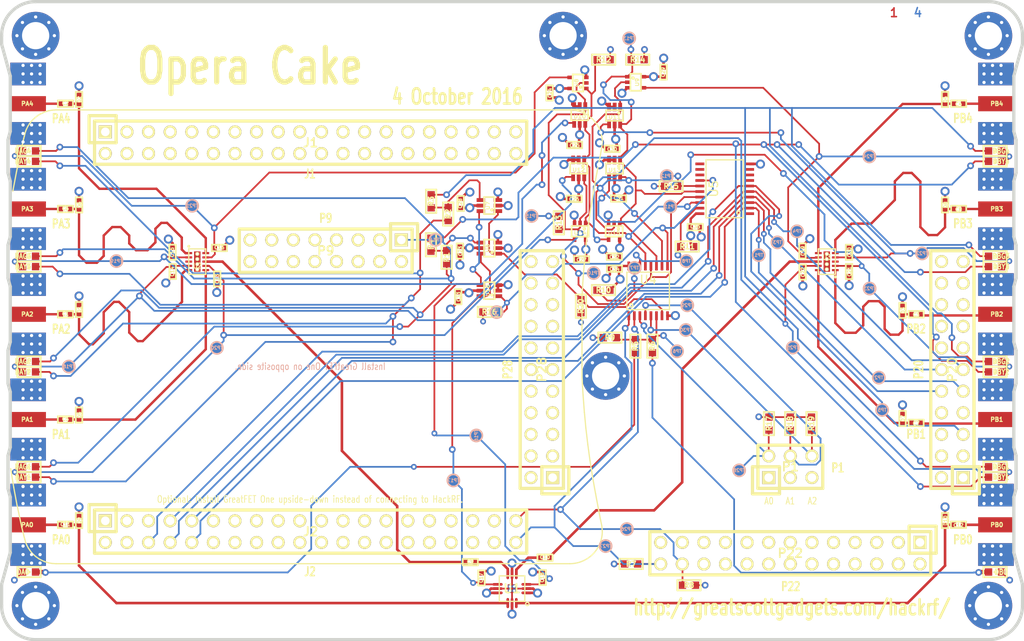
<source format=kicad_pcb>
(kicad_pcb (version 4) (host pcbnew 4.0.5+dfsg1-4)
  (layers (0 C1F signal) (1 C2 signal hide) (2 C3 signal hide) (31 C4B signal) (34 B.Paste user) (35 F.Paste user) (36 B.SilkS user) (37 F.SilkS user) (38 B.Mask user) (39 F.Mask user) (44 Edge.Cuts user))
  (net 0 "")
  (net 1 GND)
  (net 2 VCC)
  (net 3 "Net-(C1-Pad2)")
  (net 4 "Net-(C1-Pad1)")
  (net 5 "Net-(C2-Pad2)")
  (net 6 "Net-(C2-Pad1)")
  (net 7 "Net-(C3-Pad2)")
  (net 8 "Net-(C3-Pad1)")
  (net 9 "Net-(C4-Pad2)")
  (net 10 "Net-(C4-Pad1)")
  (net 11 "Net-(C5-Pad2)")
  (net 12 "Net-(C5-Pad1)")
  (net 13 "Net-(C6-Pad2)")
  (net 14 "Net-(C6-Pad1)")
  (net 15 "Net-(C7-Pad2)")
  (net 16 "Net-(C7-Pad1)")
  (net 17 "Net-(C8-Pad2)")
  (net 18 "Net-(C8-Pad1)")
  (net 19 "Net-(C9-Pad2)")
  (net 20 "Net-(C9-Pad1)")
  (net 21 "Net-(C10-Pad2)")
  (net 22 "Net-(C10-Pad1)")
  (net 23 "Net-(C11-Pad2)")
  (net 24 "Net-(C11-Pad1)")
  (net 25 "Net-(C12-Pad2)")
  (net 26 "Net-(C12-Pad1)")
  (net 27 "Net-(DA0-Pad1)")
  (net 28 /U2V3)
  (net 29 "Net-(DAG1-Pad1)")
  (net 30 /U2V1)
  (net 31 /U2V2)
  (net 32 /U2V4)
  (net 33 "Net-(DAY1-Pad1)")
  (net 34 "Net-(DB0-Pad1)")
  (net 35 /U3V3)
  (net 36 "Net-(DBG1-Pad1)")
  (net 37 /U3V1)
  (net 38 /U3V2)
  (net 39 /U3V4)
  (net 40 "Net-(DBY1-Pad1)")
  (net 41 /EXT_U3CTRL1)
  (net 42 /EXT_U2CTRL1)
  (net 43 /EXT_U3CTRL0)
  (net 44 /EXT_U2CTRL0)
  (net 45 /EXT_U1CTRL)
  (net 46 /SDA)
  (net 47 /SCL)
  (net 48 /A0)
  (net 49 /A1)
  (net 50 /A2)
  (net 51 "Net-(R1-Pad2)")
  (net 52 "Net-(R2-Pad2)")
  (net 53 /!LED_EN)
  (net 54 /!RESET)
  (net 55 /!OE)
  (net 56 /U2CTRL1)
  (net 57 /U2CTRL0)
  (net 58 /U3CTRL1)
  (net 59 /U3CTRL0)
  (net 60 /U1CTRL)
  (net 61 /LED_EN2)
  (net 62 /U1VC1)
  (net 63 /U1VC2)
  (net 64 "Net-(J1-Pad3)")
  (net 65 "Net-(J1-Pad4)")
  (net 66 "Net-(J1-Pad5)")
  (net 67 "Net-(J1-Pad6)")
  (net 68 "Net-(J1-Pad7)")
  (net 69 "Net-(J1-Pad8)")
  (net 70 "Net-(J1-Pad9)")
  (net 71 "Net-(J1-Pad10)")
  (net 72 "Net-(J1-Pad11)")
  (net 73 "Net-(J1-Pad12)")
  (net 74 "Net-(J1-Pad13)")
  (net 75 "Net-(J1-Pad14)")
  (net 76 "Net-(J1-Pad15)")
  (net 77 "Net-(J1-Pad16)")
  (net 78 "Net-(J1-Pad17)")
  (net 79 "Net-(J1-Pad18)")
  (net 80 "Net-(J1-Pad19)")
  (net 81 "Net-(J1-Pad20)")
  (net 82 "Net-(J1-Pad21)")
  (net 83 "Net-(J1-Pad22)")
  (net 84 "Net-(J1-Pad23)")
  (net 85 "Net-(J1-Pad24)")
  (net 86 "Net-(J1-Pad25)")
  (net 87 "Net-(J1-Pad26)")
  (net 88 "Net-(J1-Pad27)")
  (net 89 "Net-(J1-Pad28)")
  (net 90 "Net-(J1-Pad29)")
  (net 91 "Net-(J1-Pad30)")
  (net 92 "Net-(J1-Pad31)")
  (net 93 "Net-(J1-Pad32)")
  (net 94 "Net-(J1-Pad33)")
  (net 95 "Net-(J1-Pad34)")
  (net 96 "Net-(J1-Pad35)")
  (net 97 "Net-(J1-Pad36)")
  (net 98 "Net-(J1-Pad37)")
  (net 99 "Net-(J1-Pad38)")
  (net 100 "Net-(J1-Pad39)")
  (net 101 "Net-(J1-Pad40)")
  (net 102 "Net-(J2-Pad2)")
  (net 103 "Net-(J2-Pad3)")
  (net 104 "Net-(J2-Pad4)")
  (net 105 "Net-(J2-Pad5)")
  (net 106 "Net-(J2-Pad11)")
  (net 107 "Net-(J2-Pad12)")
  (net 108 "Net-(J2-Pad13)")
  (net 109 "Net-(J2-Pad14)")
  (net 110 "Net-(J2-Pad15)")
  (net 111 "Net-(J2-Pad16)")
  (net 112 "Net-(J2-Pad17)")
  (net 113 "Net-(J2-Pad18)")
  (net 114 "Net-(J2-Pad19)")
  (net 115 "Net-(J2-Pad20)")
  (net 116 "Net-(J2-Pad21)")
  (net 117 "Net-(J2-Pad22)")
  (net 118 "Net-(J2-Pad23)")
  (net 119 "Net-(J2-Pad24)")
  (net 120 "Net-(J2-Pad25)")
  (net 121 "Net-(J2-Pad26)")
  (net 122 "Net-(J2-Pad27)")
  (net 123 "Net-(J2-Pad28)")
  (net 124 "Net-(J2-Pad29)")
  (net 125 "Net-(J2-Pad30)")
  (net 126 "Net-(J2-Pad31)")
  (net 127 "Net-(J2-Pad32)")
  (net 128 "Net-(J2-Pad33)")
  (net 129 "Net-(J2-Pad34)")
  (net 130 "Net-(J2-Pad35)")
  (net 131 "Net-(J2-Pad36)")
  (net 132 "Net-(J2-Pad37)")
  (net 133 "Net-(J2-Pad38)")
  (net 134 "Net-(P9-Pad4)")
  (net 135 "Net-(P9-Pad5)")
  (net 136 "Net-(P9-Pad6)")
  (net 137 "Net-(P9-Pad7)")
  (net 138 "Net-(P9-Pad10)")
  (net 139 "Net-(P9-Pad11)")
  (net 140 "Net-(P9-Pad12)")
  (net 141 "Net-(P9-Pad13)")
  (net 142 "Net-(P20-Pad1)")
  (net 143 "Net-(P20-Pad2)")
  (net 144 "Net-(P20-Pad4)")
  (net 145 "Net-(P20-Pad6)")
  (net 146 "Net-(P20-Pad7)")
  (net 147 "Net-(P20-Pad8)")
  (net 148 "Net-(P20-Pad14)")
  (net 149 "Net-(P20-Pad16)")
  (net 150 "Net-(P20-Pad17)")
  (net 151 "Net-(P20-Pad18)")
  (net 152 "Net-(P20-Pad20)")
  (net 153 "Net-(P20-Pad21)")
  (net 154 "Net-(P20-Pad22)")
  (net 155 "Net-(P22-Pad1)")
  (net 156 "Net-(P22-Pad2)")
  (net 157 "Net-(P22-Pad3)")
  (net 158 "Net-(P22-Pad5)")
  (net 159 "Net-(P22-Pad6)")
  (net 160 "Net-(P22-Pad7)")
  (net 161 "Net-(P22-Pad8)")
  (net 162 "Net-(P22-Pad9)")
  (net 163 "Net-(P22-Pad12)")
  (net 164 "Net-(P22-Pad13)")
  (net 165 "Net-(P22-Pad14)")
  (net 166 "Net-(P22-Pad15)")
  (net 167 "Net-(P22-Pad16)")
  (net 168 "Net-(P22-Pad17)")
  (net 169 "Net-(P22-Pad19)")
  (net 170 "Net-(P22-Pad20)")
  (net 171 "Net-(P22-Pad21)")
  (net 172 "Net-(P22-Pad22)")
  (net 173 "Net-(P22-Pad23)")
  (net 174 "Net-(P22-Pad25)")
  (net 175 "Net-(P28-Pad3)")
  (net 176 "Net-(P28-Pad4)")
  (net 177 "Net-(P28-Pad5)")
  (net 178 "Net-(P28-Pad6)")
  (net 179 "Net-(P28-Pad7)")
  (net 180 "Net-(P28-Pad8)")
  (net 181 "Net-(P28-Pad9)")
  (net 182 "Net-(P28-Pad10)")
  (net 183 "Net-(P28-Pad11)")
  (net 184 "Net-(P28-Pad13)")
  (net 185 "Net-(P28-Pad14)")
  (net 186 "Net-(P28-Pad15)")
  (net 187 "Net-(P28-Pad16)")
  (net 188 "Net-(P28-Pad17)")
  (net 189 "Net-(P28-Pad18)")
  (net 190 "Net-(P28-Pad19)")
  (net 191 "Net-(P28-Pad20)")
  (net 192 "Net-(P28-Pad21)")
  (net 193 "Net-(P28-Pad22)")
  (net 194 "Net-(U2-Pad3)")
  (net 195 "Net-(U3-Pad3)")
  (net 196 "Net-(U5-Pad1)")
  (net 197 "Net-(U5-Pad7)")
  (net 198 "Net-(U5-Pad8)")
  (net 199 "Net-(U5-Pad9)")
  (net 200 "Net-(U5-Pad11)")
  (net 201 "Net-(U5-Pad12)")
  (net 202 "Net-(U5-Pad13)")
  (net 203 "Net-(P20-Pad13)")
  (module gsg-modules:0603D (layer C1F) (at 176.775 154.675)
    (fp_text reference DBG1 (at 0.7112 0) (layer F.SilkS) (effects (font (size 0.6096 0.508) (thickness 0.127))))
    (fp_text value LED hide)
    (pad 2 smd rect (at 0.762 0) (size 0.8636 0.8636) (layers C1F F.Paste F.Mask) (net 39 /U3V4) (clearance 0.1778))
    (pad 1 smd rect (at -0.762 0) (size 0.8636 0.8636) (layers C1F F.Paste F.Mask) (net 36 "Net-(DBG1-Pad1)") (clearance 0.1778))
  )
  (module gsg-modules:0603D (layer C1F) (at 176.775 155.9)
    (fp_text reference DBY1 (at 0.7112 0) (layer F.SilkS) (effects (font (size 0.6096 0.508) (thickness 0.127))))
    (fp_text value LED hide)
    (pad 2 smd rect (at 0.762 0) (size 0.8636 0.8636) (layers C1F F.Paste F.Mask) (net 39 /U3V4) (clearance 0.1778))
    (pad 1 smd rect (at -0.762 0) (size 0.8636 0.8636) (layers C1F F.Paste F.Mask) (net 40 "Net-(DBY1-Pad1)") (clearance 0.1778))
  )
  (module gsg-modules:0603D (layer C1F) (at 176.775 117.55)
    (fp_text reference DBG4 (at 0.7112 0) (layer F.SilkS) (effects (font (size 0.6096 0.508) (thickness 0.127))))
    (fp_text value LED hide)
    (pad 2 smd rect (at 0.762 0) (size 0.8636 0.8636) (layers C1F F.Paste F.Mask) (net 35 /U3V3) (clearance 0.1778))
    (pad 1 smd rect (at -0.762 0) (size 0.8636 0.8636) (layers C1F F.Paste F.Mask) (net 36 "Net-(DBG1-Pad1)") (clearance 0.1778))
  )
  (module gsg-modules:0603D (layer C1F) (at 176.775 118.775)
    (fp_text reference DBY4 (at 0.7112 0) (layer F.SilkS) (effects (font (size 0.6096 0.508) (thickness 0.127))))
    (fp_text value LED hide)
    (pad 2 smd rect (at 0.762 0) (size 0.8636 0.8636) (layers C1F F.Paste F.Mask) (net 35 /U3V3) (clearance 0.1778))
    (pad 1 smd rect (at -0.762 0) (size 0.8636 0.8636) (layers C1F F.Paste F.Mask) (net 40 "Net-(DBY1-Pad1)") (clearance 0.1778))
  )
  (module gsg-modules:0603D (layer C1F) (at 176.775 129.925)
    (fp_text reference DBG3 (at 0.7112 0) (layer F.SilkS) (effects (font (size 0.6096 0.508) (thickness 0.127))))
    (fp_text value LED hide)
    (pad 2 smd rect (at 0.762 0) (size 0.8636 0.8636) (layers C1F F.Paste F.Mask) (net 37 /U3V1) (clearance 0.1778))
    (pad 1 smd rect (at -0.762 0) (size 0.8636 0.8636) (layers C1F F.Paste F.Mask) (net 36 "Net-(DBG1-Pad1)") (clearance 0.1778))
  )
  (module gsg-modules:0603D (layer C1F) (at 176.775 131.15)
    (fp_text reference DBY3 (at 0.7112 0) (layer F.SilkS) (effects (font (size 0.6096 0.508) (thickness 0.127))))
    (fp_text value LED hide)
    (pad 2 smd rect (at 0.762 0) (size 0.8636 0.8636) (layers C1F F.Paste F.Mask) (net 37 /U3V1) (clearance 0.1778))
    (pad 1 smd rect (at -0.762 0) (size 0.8636 0.8636) (layers C1F F.Paste F.Mask) (net 40 "Net-(DBY1-Pad1)") (clearance 0.1778))
  )
  (module gsg-modules:0603D (layer C1F) (at 63.225 118.775 180)
    (fp_text reference DAY4 (at 0.7112 0 180) (layer F.SilkS) (effects (font (size 0.6096 0.508) (thickness 0.127))))
    (fp_text value LED hide)
    (pad 2 smd rect (at 0.762 0 180) (size 0.8636 0.8636) (layers C1F F.Paste F.Mask) (net 32 /U2V4) (clearance 0.1778))
    (pad 1 smd rect (at -0.762 0 180) (size 0.8636 0.8636) (layers C1F F.Paste F.Mask) (net 33 "Net-(DAY1-Pad1)") (clearance 0.1778))
  )
  (module gsg-modules:0603D (layer C1F) (at 63.225 117.55 180)
    (fp_text reference DAG4 (at 0.7112 0 180) (layer F.SilkS) (effects (font (size 0.6096 0.508) (thickness 0.127))))
    (fp_text value LED hide)
    (pad 2 smd rect (at 0.762 0 180) (size 0.8636 0.8636) (layers C1F F.Paste F.Mask) (net 32 /U2V4) (clearance 0.1778))
    (pad 1 smd rect (at -0.762 0 180) (size 0.8636 0.8636) (layers C1F F.Paste F.Mask) (net 29 "Net-(DAG1-Pad1)") (clearance 0.1778))
  )
  (module gsg-modules:0402 (layer C1F) (at 67.5 136.75 180)
    (fp_text reference C1 (at 0 0.0508 180) (layer F.SilkS) (effects (font (size 0.4064 0.4064) (thickness 0.1016))))
    (fp_text value 100nF hide)
    (pad 2 smd rect (at 0.5334 0 180) (size 0.508 0.5588) (layers C1F F.Paste F.Mask) (net 3 "Net-(C1-Pad2)"))
    (pad 1 smd rect (at -0.5334 0 180) (size 0.508 0.5588) (layers C1F F.Paste F.Mask) (net 4 "Net-(C1-Pad1)"))
  )
  (module gsg-modules:0402 (layer C1F) (at 67.5 112 180)
    (fp_text reference C2 (at 0 0.0508 180) (layer F.SilkS) (effects (font (size 0.4064 0.4064) (thickness 0.1016))))
    (fp_text value 100nF hide)
    (pad 2 smd rect (at 0.5334 0 180) (size 0.508 0.5588) (layers C1F F.Paste F.Mask) (net 5 "Net-(C2-Pad2)"))
    (pad 1 smd rect (at -0.5334 0 180) (size 0.508 0.5588) (layers C1F F.Paste F.Mask) (net 6 "Net-(C2-Pad1)"))
  )
  (module gsg-modules:0402 (layer C1F) (at 167.5 136.75)
    (fp_text reference C3 (at 0 0.0508) (layer F.SilkS) (effects (font (size 0.4064 0.4064) (thickness 0.1016))))
    (fp_text value 100nF hide)
    (pad 2 smd rect (at 0.5334 0) (size 0.508 0.5588) (layers C1F F.Paste F.Mask) (net 7 "Net-(C3-Pad2)"))
    (pad 1 smd rect (at -0.5334 0) (size 0.508 0.5588) (layers C1F F.Paste F.Mask) (net 8 "Net-(C3-Pad1)"))
  )
  (module gsg-modules:0402 (layer C1F) (at 172.5 112)
    (fp_text reference C4 (at 0 0.0508) (layer F.SilkS) (effects (font (size 0.4064 0.4064) (thickness 0.1016))))
    (fp_text value 100nF hide)
    (pad 2 smd rect (at 0.5334 0) (size 0.508 0.5588) (layers C1F F.Paste F.Mask) (net 9 "Net-(C4-Pad2)"))
    (pad 1 smd rect (at -0.5334 0) (size 0.508 0.5588) (layers C1F F.Paste F.Mask) (net 10 "Net-(C4-Pad1)"))
  )
  (module gsg-modules:0402 (layer C1F) (at 67.5 149.125 180)
    (fp_text reference C5 (at 0 0.0508 180) (layer F.SilkS) (effects (font (size 0.4064 0.4064) (thickness 0.1016))))
    (fp_text value 100nF hide)
    (pad 2 smd rect (at 0.5334 0 180) (size 0.508 0.5588) (layers C1F F.Paste F.Mask) (net 11 "Net-(C5-Pad2)"))
    (pad 1 smd rect (at -0.5334 0 180) (size 0.508 0.5588) (layers C1F F.Paste F.Mask) (net 12 "Net-(C5-Pad1)"))
  )
  (module gsg-modules:0402 (layer C1F) (at 67.5 124.375 180)
    (fp_text reference C6 (at 0 0.0508 180) (layer F.SilkS) (effects (font (size 0.4064 0.4064) (thickness 0.1016))))
    (fp_text value 100nF hide)
    (pad 2 smd rect (at 0.5334 0 180) (size 0.508 0.5588) (layers C1F F.Paste F.Mask) (net 13 "Net-(C6-Pad2)"))
    (pad 1 smd rect (at -0.5334 0 180) (size 0.508 0.5588) (layers C1F F.Paste F.Mask) (net 14 "Net-(C6-Pad1)"))
  )
  (module gsg-modules:0402 (layer C1F) (at 167.5 149.525)
    (fp_text reference C7 (at 0 0.0508) (layer F.SilkS) (effects (font (size 0.4064 0.4064) (thickness 0.1016))))
    (fp_text value 100nF hide)
    (pad 2 smd rect (at 0.5334 0) (size 0.508 0.5588) (layers C1F F.Paste F.Mask) (net 15 "Net-(C7-Pad2)"))
    (pad 1 smd rect (at -0.5334 0) (size 0.508 0.5588) (layers C1F F.Paste F.Mask) (net 16 "Net-(C7-Pad1)"))
  )
  (module gsg-modules:0402 (layer C1F) (at 172.5 124.375)
    (fp_text reference C8 (at 0 0.0508) (layer F.SilkS) (effects (font (size 0.4064 0.4064) (thickness 0.1016))))
    (fp_text value 100nF hide)
    (pad 2 smd rect (at 0.5334 0) (size 0.508 0.5588) (layers C1F F.Paste F.Mask) (net 17 "Net-(C8-Pad2)"))
    (pad 1 smd rect (at -0.5334 0) (size 0.508 0.5588) (layers C1F F.Paste F.Mask) (net 18 "Net-(C8-Pad1)"))
  )
  (module gsg-modules:0402 (layer C1F) (at 115.09248 165.8874 180)
    (fp_text reference C9 (at 0 0.0508 180) (layer F.SilkS) (effects (font (size 0.4064 0.4064) (thickness 0.1016))))
    (fp_text value 100nF hide)
    (pad 2 smd rect (at 0.5334 0 180) (size 0.508 0.5588) (layers C1F F.Paste F.Mask) (net 19 "Net-(C9-Pad2)"))
    (pad 1 smd rect (at -0.5334 0 180) (size 0.508 0.5588) (layers C1F F.Paste F.Mask) (net 20 "Net-(C9-Pad1)"))
  )
  (module gsg-modules:0402 (layer C1F) (at 123.87072 165.36416 180)
    (fp_text reference C10 (at 0 0.0508 180) (layer F.SilkS) (effects (font (size 0.4064 0.4064) (thickness 0.1016))))
    (fp_text value 100nF hide)
    (pad 2 smd rect (at 0.5334 0 180) (size 0.508 0.5588) (layers C1F F.Paste F.Mask) (net 21 "Net-(C10-Pad2)"))
    (pad 1 smd rect (at -0.5334 0 180) (size 0.508 0.5588) (layers C1F F.Paste F.Mask) (net 22 "Net-(C10-Pad1)"))
  )
  (module gsg-modules:0402 (layer C1F) (at 67.5 161.5 180)
    (fp_text reference C11 (at 0 0.0508 180) (layer F.SilkS) (effects (font (size 0.4064 0.4064) (thickness 0.1016))))
    (fp_text value 100nF hide)
    (pad 2 smd rect (at 0.5334 0 180) (size 0.508 0.5588) (layers C1F F.Paste F.Mask) (net 23 "Net-(C11-Pad2)"))
    (pad 1 smd rect (at -0.5334 0 180) (size 0.508 0.5588) (layers C1F F.Paste F.Mask) (net 24 "Net-(C11-Pad1)"))
  )
  (module gsg-modules:0402 (layer C1F) (at 172.475 161.5)
    (fp_text reference C12 (at 0 0.0508) (layer F.SilkS) (effects (font (size 0.4064 0.4064) (thickness 0.1016))))
    (fp_text value 100nF hide)
    (pad 2 smd rect (at 0.5334 0) (size 0.508 0.5588) (layers C1F F.Paste F.Mask) (net 25 "Net-(C12-Pad2)"))
    (pad 1 smd rect (at -0.5334 0) (size 0.508 0.5588) (layers C1F F.Paste F.Mask) (net 26 "Net-(C12-Pad1)"))
  )
  (module gsg-modules:0402 (layer C1F) (at 69.1 136.2 90)
    (fp_text reference D1 (at 0 0.0508 90) (layer F.SilkS) (effects (font (size 0.4064 0.4064) (thickness 0.1016))))
    (fp_text value GSG-DIODE-TVS-BI hide)
    (pad 2 smd rect (at 0.5334 0 90) (size 0.508 0.5588) (layers C1F F.Paste F.Mask) (net 1 GND))
    (pad 1 smd rect (at -0.5334 0 90) (size 0.508 0.5588) (layers C1F F.Paste F.Mask) (net 4 "Net-(C1-Pad1)"))
  )
  (module gsg-modules:0402 (layer C1F) (at 69.1 111.5 90)
    (fp_text reference D2 (at 0 0.0508 90) (layer F.SilkS) (effects (font (size 0.4064 0.4064) (thickness 0.1016))))
    (fp_text value GSG-DIODE-TVS-BI hide)
    (pad 2 smd rect (at 0.5334 0 90) (size 0.508 0.5588) (layers C1F F.Paste F.Mask) (net 1 GND))
    (pad 1 smd rect (at -0.5334 0 90) (size 0.508 0.5588) (layers C1F F.Paste F.Mask) (net 6 "Net-(C2-Pad1)"))
  )
  (module gsg-modules:0402 (layer C1F) (at 165.9 136.3 90)
    (fp_text reference D3 (at 0 0.0508 90) (layer F.SilkS) (effects (font (size 0.4064 0.4064) (thickness 0.1016))))
    (fp_text value GSG-DIODE-TVS-BI hide)
    (pad 2 smd rect (at 0.5334 0 90) (size 0.508 0.5588) (layers C1F F.Paste F.Mask) (net 1 GND))
    (pad 1 smd rect (at -0.5334 0 90) (size 0.508 0.5588) (layers C1F F.Paste F.Mask) (net 8 "Net-(C3-Pad1)"))
  )
  (module gsg-modules:0402 (layer C1F) (at 170.9 111.5 90)
    (fp_text reference D4 (at 0 0.0508 90) (layer F.SilkS) (effects (font (size 0.4064 0.4064) (thickness 0.1016))))
    (fp_text value GSG-DIODE-TVS-BI hide)
    (pad 2 smd rect (at 0.5334 0 90) (size 0.508 0.5588) (layers C1F F.Paste F.Mask) (net 1 GND))
    (pad 1 smd rect (at -0.5334 0 90) (size 0.508 0.5588) (layers C1F F.Paste F.Mask) (net 10 "Net-(C4-Pad1)"))
  )
  (module gsg-modules:0402 (layer C1F) (at 69.1 148.6 90)
    (fp_text reference D5 (at 0 0.0508 90) (layer F.SilkS) (effects (font (size 0.4064 0.4064) (thickness 0.1016))))
    (fp_text value GSG-DIODE-TVS-BI hide)
    (pad 2 smd rect (at 0.5334 0 90) (size 0.508 0.5588) (layers C1F F.Paste F.Mask) (net 1 GND))
    (pad 1 smd rect (at -0.5334 0 90) (size 0.508 0.5588) (layers C1F F.Paste F.Mask) (net 12 "Net-(C5-Pad1)"))
  )
  (module gsg-modules:0402 (layer C1F) (at 69.1 123.9 90)
    (fp_text reference D6 (at 0 0.0508 90) (layer F.SilkS) (effects (font (size 0.4064 0.4064) (thickness 0.1016))))
    (fp_text value GSG-DIODE-TVS-BI hide)
    (pad 2 smd rect (at 0.5334 0 90) (size 0.508 0.5588) (layers C1F F.Paste F.Mask) (net 1 GND))
    (pad 1 smd rect (at -0.5334 0 90) (size 0.508 0.5588) (layers C1F F.Paste F.Mask) (net 14 "Net-(C6-Pad1)"))
  )
  (module gsg-modules:0402 (layer C1F) (at 165.9 149 90)
    (fp_text reference D7 (at 0 0.0508 90) (layer F.SilkS) (effects (font (size 0.4064 0.4064) (thickness 0.1016))))
    (fp_text value GSG-DIODE-TVS-BI hide)
    (pad 2 smd rect (at 0.5334 0 90) (size 0.508 0.5588) (layers C1F F.Paste F.Mask) (net 1 GND))
    (pad 1 smd rect (at -0.5334 0 90) (size 0.508 0.5588) (layers C1F F.Paste F.Mask) (net 16 "Net-(C7-Pad1)"))
  )
  (module gsg-modules:0402 (layer C1F) (at 170.9 123.9 90)
    (fp_text reference D8 (at 0 0.0508 90) (layer F.SilkS) (effects (font (size 0.4064 0.4064) (thickness 0.1016))))
    (fp_text value GSG-DIODE-TVS-BI hide)
    (pad 2 smd rect (at 0.5334 0 90) (size 0.508 0.5588) (layers C1F F.Paste F.Mask) (net 1 GND))
    (pad 1 smd rect (at -0.5334 0 90) (size 0.508 0.5588) (layers C1F F.Paste F.Mask) (net 18 "Net-(C8-Pad1)"))
  )
  (module gsg-modules:0402 (layer C1F) (at 69.1 161 90)
    (fp_text reference D9 (at 0 0.0508 90) (layer F.SilkS) (effects (font (size 0.4064 0.4064) (thickness 0.1016))))
    (fp_text value GSG-DIODE-TVS-BI hide)
    (pad 2 smd rect (at 0.5334 0 90) (size 0.508 0.5588) (layers C1F F.Paste F.Mask) (net 1 GND))
    (pad 1 smd rect (at -0.5334 0 90) (size 0.508 0.5588) (layers C1F F.Paste F.Mask) (net 24 "Net-(C11-Pad1)"))
  )
  (module gsg-modules:0402 (layer C1F) (at 170.9 161 90)
    (fp_text reference D10 (at 0 0.0508 90) (layer F.SilkS) (effects (font (size 0.4064 0.4064) (thickness 0.1016))))
    (fp_text value GSG-DIODE-TVS-BI hide)
    (pad 2 smd rect (at 0.5334 0 90) (size 0.508 0.5588) (layers C1F F.Paste F.Mask) (net 1 GND))
    (pad 1 smd rect (at -0.5334 0 90) (size 0.508 0.5588) (layers C1F F.Paste F.Mask) (net 26 "Net-(C12-Pad1)"))
  )
  (module gsg-modules:0603D (layer C1F) (at 63.225 167.05 180)
    (fp_text reference DA0 (at 0.7112 0 180) (layer F.SilkS) (effects (font (size 0.6096 0.508) (thickness 0.127))))
    (fp_text value LED hide)
    (pad 2 smd rect (at 0.762 0 180) (size 0.8636 0.8636) (layers C1F F.Paste F.Mask) (net 2 VCC) (clearance 0.1778))
    (pad 1 smd rect (at -0.762 0 180) (size 0.8636 0.8636) (layers C1F F.Paste F.Mask) (net 27 "Net-(DA0-Pad1)") (clearance 0.1778))
  )
  (module gsg-modules:0603D (layer C1F) (at 63.225 154.675 180)
    (fp_text reference DAG1 (at 0.7112 0 180) (layer F.SilkS) (effects (font (size 0.6096 0.508) (thickness 0.127))))
    (fp_text value LED hide)
    (pad 2 smd rect (at 0.762 0 180) (size 0.8636 0.8636) (layers C1F F.Paste F.Mask) (net 28 /U2V3) (clearance 0.1778))
    (pad 1 smd rect (at -0.762 0 180) (size 0.8636 0.8636) (layers C1F F.Paste F.Mask) (net 29 "Net-(DAG1-Pad1)") (clearance 0.1778))
  )
  (module gsg-modules:0603D (layer C1F) (at 63.225 142.3 180)
    (fp_text reference DAG2 (at 0.7112 0 180) (layer F.SilkS) (effects (font (size 0.6096 0.508) (thickness 0.127))))
    (fp_text value LED hide)
    (pad 2 smd rect (at 0.762 0 180) (size 0.8636 0.8636) (layers C1F F.Paste F.Mask) (net 30 /U2V1) (clearance 0.1778))
    (pad 1 smd rect (at -0.762 0 180) (size 0.8636 0.8636) (layers C1F F.Paste F.Mask) (net 29 "Net-(DAG1-Pad1)") (clearance 0.1778))
  )
  (module gsg-modules:0603D (layer C1F) (at 63.225 129.925 180)
    (fp_text reference DAG3 (at 0.7112 0 180) (layer F.SilkS) (effects (font (size 0.6096 0.508) (thickness 0.127))))
    (fp_text value LED hide)
    (pad 2 smd rect (at 0.762 0 180) (size 0.8636 0.8636) (layers C1F F.Paste F.Mask) (net 31 /U2V2) (clearance 0.1778))
    (pad 1 smd rect (at -0.762 0 180) (size 0.8636 0.8636) (layers C1F F.Paste F.Mask) (net 29 "Net-(DAG1-Pad1)") (clearance 0.1778))
  )
  (module gsg-modules:0603D (layer C1F) (at 63.225 155.9 180)
    (fp_text reference DAY1 (at 0.7112 0 180) (layer F.SilkS) (effects (font (size 0.6096 0.508) (thickness 0.127))))
    (fp_text value LED hide)
    (pad 2 smd rect (at 0.762 0 180) (size 0.8636 0.8636) (layers C1F F.Paste F.Mask) (net 28 /U2V3) (clearance 0.1778))
    (pad 1 smd rect (at -0.762 0 180) (size 0.8636 0.8636) (layers C1F F.Paste F.Mask) (net 33 "Net-(DAY1-Pad1)") (clearance 0.1778))
  )
  (module gsg-modules:0603D (layer C1F) (at 63.225 143.525 180)
    (fp_text reference DAY2 (at 0.7112 0 180) (layer F.SilkS) (effects (font (size 0.6096 0.508) (thickness 0.127))))
    (fp_text value LED hide)
    (pad 2 smd rect (at 0.762 0 180) (size 0.8636 0.8636) (layers C1F F.Paste F.Mask) (net 30 /U2V1) (clearance 0.1778))
    (pad 1 smd rect (at -0.762 0 180) (size 0.8636 0.8636) (layers C1F F.Paste F.Mask) (net 33 "Net-(DAY1-Pad1)") (clearance 0.1778))
  )
  (module gsg-modules:0603D (layer C1F) (at 63.225 131.15 180)
    (fp_text reference DAY3 (at 0.7112 0 180) (layer F.SilkS) (effects (font (size 0.6096 0.508) (thickness 0.127))))
    (fp_text value LED hide)
    (pad 2 smd rect (at 0.762 0 180) (size 0.8636 0.8636) (layers C1F F.Paste F.Mask) (net 31 /U2V2) (clearance 0.1778))
    (pad 1 smd rect (at -0.762 0 180) (size 0.8636 0.8636) (layers C1F F.Paste F.Mask) (net 33 "Net-(DAY1-Pad1)") (clearance 0.1778))
  )
  (module gsg-modules:0603D (layer C1F) (at 176.775 167.05)
    (fp_text reference DB0 (at 0.7112 0) (layer F.SilkS) (effects (font (size 0.6096 0.508) (thickness 0.127))))
    (fp_text value LED hide)
    (pad 2 smd rect (at 0.762 0) (size 0.8636 0.8636) (layers C1F F.Paste F.Mask) (net 2 VCC) (clearance 0.1778))
    (pad 1 smd rect (at -0.762 0) (size 0.8636 0.8636) (layers C1F F.Paste F.Mask) (net 34 "Net-(DB0-Pad1)") (clearance 0.1778))
  )
  (module gsg-modules:0603D (layer C1F) (at 176.775 142.3)
    (fp_text reference DBG2 (at 0.7112 0) (layer F.SilkS) (effects (font (size 0.6096 0.508) (thickness 0.127))))
    (fp_text value LED hide)
    (pad 2 smd rect (at 0.762 0) (size 0.8636 0.8636) (layers C1F F.Paste F.Mask) (net 38 /U3V2) (clearance 0.1778))
    (pad 1 smd rect (at -0.762 0) (size 0.8636 0.8636) (layers C1F F.Paste F.Mask) (net 36 "Net-(DBG1-Pad1)") (clearance 0.1778))
  )
  (module gsg-modules:0603D (layer C1F) (at 176.775 143.525)
    (fp_text reference DBY2 (at 0.7112 0) (layer F.SilkS) (effects (font (size 0.6096 0.508) (thickness 0.127))))
    (fp_text value LED hide)
    (pad 2 smd rect (at 0.762 0) (size 0.8636 0.8636) (layers C1F F.Paste F.Mask) (net 38 /U3V2) (clearance 0.1778))
    (pad 1 smd rect (at -0.762 0) (size 0.8636 0.8636) (layers C1F F.Paste F.Mask) (net 40 "Net-(DBY1-Pad1)") (clearance 0.1778))
  )
  (module gsg-modules:HOLE126MIL-COPPER (layer C1F) (at 64 104)
    (fp_text reference MH1 hide)
    (fp_text value MOUNTING_HOLE hide)
    (pad 1 thru_hole circle (at 0 0) (size 5.6 5.6) (drill 3.2004) (layers *.Cu *.Mask) (net 1 GND))
    (pad 1 thru_hole circle (at 0 -2.2) (size 0.6 0.6) (drill 0.381) (layers *.Cu *.Mask) (net 1 GND))
    (pad 1 thru_hole circle (at -2.2 0) (size 0.6 0.6) (drill 0.381) (layers *.Cu *.Mask) (net 1 GND))
    (pad 1 thru_hole circle (at 0 2.2) (size 0.6 0.6) (drill 0.381) (layers *.Cu *.Mask) (net 1 GND))
    (pad 1 thru_hole circle (at 2.2 0) (size 0.6 0.6) (drill 0.381) (layers *.Cu *.Mask) (net 1 GND))
    (pad 1 thru_hole circle (at 1.55 -1.55) (size 0.6 0.6) (drill 0.381) (layers *.Cu *.Mask) (net 1 GND))
    (pad 1 thru_hole circle (at -1.55 -1.55) (size 0.6 0.6) (drill 0.381) (layers *.Cu *.Mask) (net 1 GND))
    (pad 1 thru_hole circle (at -1.55 1.55) (size 0.6 0.6) (drill 0.381) (layers *.Cu *.Mask) (net 1 GND))
    (pad 1 thru_hole circle (at 1.55 1.55) (size 0.6 0.6) (drill 0.381) (layers *.Cu *.Mask) (net 1 GND))
  )
  (module gsg-modules:HOLE126MIL-COPPER (layer C1F) (at 64 171)
    (fp_text reference MH2 hide)
    (fp_text value MOUNTING_HOLE hide)
    (pad 1 thru_hole circle (at 0 0) (size 5.6 5.6) (drill 3.2004) (layers *.Cu *.Mask) (net 1 GND))
    (pad 1 thru_hole circle (at 0 -2.2) (size 0.6 0.6) (drill 0.381) (layers *.Cu *.Mask) (net 1 GND))
    (pad 1 thru_hole circle (at -2.2 0) (size 0.6 0.6) (drill 0.381) (layers *.Cu *.Mask) (net 1 GND))
    (pad 1 thru_hole circle (at 0 2.2) (size 0.6 0.6) (drill 0.381) (layers *.Cu *.Mask) (net 1 GND))
    (pad 1 thru_hole circle (at 2.2 0) (size 0.6 0.6) (drill 0.381) (layers *.Cu *.Mask) (net 1 GND))
    (pad 1 thru_hole circle (at 1.55 -1.55) (size 0.6 0.6) (drill 0.381) (layers *.Cu *.Mask) (net 1 GND))
    (pad 1 thru_hole circle (at -1.55 -1.55) (size 0.6 0.6) (drill 0.381) (layers *.Cu *.Mask) (net 1 GND))
    (pad 1 thru_hole circle (at -1.55 1.55) (size 0.6 0.6) (drill 0.381) (layers *.Cu *.Mask) (net 1 GND))
    (pad 1 thru_hole circle (at 1.55 1.55) (size 0.6 0.6) (drill 0.381) (layers *.Cu *.Mask) (net 1 GND))
  )
  (module gsg-modules:HOLE126MIL-COPPER (layer C1F) (at 176 171)
    (fp_text reference MH3 hide)
    (fp_text value MOUNTING_HOLE hide)
    (pad 1 thru_hole circle (at 0 0) (size 5.6 5.6) (drill 3.2004) (layers *.Cu *.Mask) (net 1 GND))
    (pad 1 thru_hole circle (at 0 -2.2) (size 0.6 0.6) (drill 0.381) (layers *.Cu *.Mask) (net 1 GND))
    (pad 1 thru_hole circle (at -2.2 0) (size 0.6 0.6) (drill 0.381) (layers *.Cu *.Mask) (net 1 GND))
    (pad 1 thru_hole circle (at 0 2.2) (size 0.6 0.6) (drill 0.381) (layers *.Cu *.Mask) (net 1 GND))
    (pad 1 thru_hole circle (at 2.2 0) (size 0.6 0.6) (drill 0.381) (layers *.Cu *.Mask) (net 1 GND))
    (pad 1 thru_hole circle (at 1.55 -1.55) (size 0.6 0.6) (drill 0.381) (layers *.Cu *.Mask) (net 1 GND))
    (pad 1 thru_hole circle (at -1.55 -1.55) (size 0.6 0.6) (drill 0.381) (layers *.Cu *.Mask) (net 1 GND))
    (pad 1 thru_hole circle (at -1.55 1.55) (size 0.6 0.6) (drill 0.381) (layers *.Cu *.Mask) (net 1 GND))
    (pad 1 thru_hole circle (at 1.55 1.55) (size 0.6 0.6) (drill 0.381) (layers *.Cu *.Mask) (net 1 GND))
  )
  (module gsg-modules:HOLE126MIL-COPPER (layer C1F) (at 176 104)
    (fp_text reference MH4 hide)
    (fp_text value MOUNTING_HOLE hide)
    (pad 1 thru_hole circle (at 0 0) (size 5.6 5.6) (drill 3.2004) (layers *.Cu *.Mask) (net 1 GND))
    (pad 1 thru_hole circle (at 0 -2.2) (size 0.6 0.6) (drill 0.381) (layers *.Cu *.Mask) (net 1 GND))
    (pad 1 thru_hole circle (at -2.2 0) (size 0.6 0.6) (drill 0.381) (layers *.Cu *.Mask) (net 1 GND))
    (pad 1 thru_hole circle (at 0 2.2) (size 0.6 0.6) (drill 0.381) (layers *.Cu *.Mask) (net 1 GND))
    (pad 1 thru_hole circle (at 2.2 0) (size 0.6 0.6) (drill 0.381) (layers *.Cu *.Mask) (net 1 GND))
    (pad 1 thru_hole circle (at 1.55 -1.55) (size 0.6 0.6) (drill 0.381) (layers *.Cu *.Mask) (net 1 GND))
    (pad 1 thru_hole circle (at -1.55 -1.55) (size 0.6 0.6) (drill 0.381) (layers *.Cu *.Mask) (net 1 GND))
    (pad 1 thru_hole circle (at -1.55 1.55) (size 0.6 0.6) (drill 0.381) (layers *.Cu *.Mask) (net 1 GND))
    (pad 1 thru_hole circle (at 1.55 1.55) (size 0.6 0.6) (drill 0.381) (layers *.Cu *.Mask) (net 1 GND))
  )
  (module gsg-modules:HOLE126MIL-COPPER (layer C1F) (at 126 104)
    (fp_text reference MH5 hide)
    (fp_text value MOUNTING_HOLE hide)
    (pad 1 thru_hole circle (at 0 0) (size 5.6 5.6) (drill 3.2004) (layers *.Cu *.Mask) (net 1 GND))
    (pad 1 thru_hole circle (at 0 -2.2) (size 0.6 0.6) (drill 0.381) (layers *.Cu *.Mask) (net 1 GND))
    (pad 1 thru_hole circle (at -2.2 0) (size 0.6 0.6) (drill 0.381) (layers *.Cu *.Mask) (net 1 GND))
    (pad 1 thru_hole circle (at 0 2.2) (size 0.6 0.6) (drill 0.381) (layers *.Cu *.Mask) (net 1 GND))
    (pad 1 thru_hole circle (at 2.2 0) (size 0.6 0.6) (drill 0.381) (layers *.Cu *.Mask) (net 1 GND))
    (pad 1 thru_hole circle (at 1.55 -1.55) (size 0.6 0.6) (drill 0.381) (layers *.Cu *.Mask) (net 1 GND))
    (pad 1 thru_hole circle (at -1.55 -1.55) (size 0.6 0.6) (drill 0.381) (layers *.Cu *.Mask) (net 1 GND))
    (pad 1 thru_hole circle (at -1.55 1.55) (size 0.6 0.6) (drill 0.381) (layers *.Cu *.Mask) (net 1 GND))
    (pad 1 thru_hole circle (at 1.55 1.55) (size 0.6 0.6) (drill 0.381) (layers *.Cu *.Mask) (net 1 GND))
  )
  (module gsg-modules:HOLE126MIL-COPPER (layer C1F) (at 131 144)
    (fp_text reference MH6 hide)
    (fp_text value MOUNTING_HOLE hide)
    (pad 1 thru_hole circle (at 0 0) (size 5.6 5.6) (drill 3.2004) (layers *.Cu *.Mask) (net 1 GND))
    (pad 1 thru_hole circle (at 0 -2.2) (size 0.6 0.6) (drill 0.381) (layers *.Cu *.Mask) (net 1 GND))
    (pad 1 thru_hole circle (at -2.2 0) (size 0.6 0.6) (drill 0.381) (layers *.Cu *.Mask) (net 1 GND))
    (pad 1 thru_hole circle (at 0 2.2) (size 0.6 0.6) (drill 0.381) (layers *.Cu *.Mask) (net 1 GND))
    (pad 1 thru_hole circle (at 2.2 0) (size 0.6 0.6) (drill 0.381) (layers *.Cu *.Mask) (net 1 GND))
    (pad 1 thru_hole circle (at 1.55 -1.55) (size 0.6 0.6) (drill 0.381) (layers *.Cu *.Mask) (net 1 GND))
    (pad 1 thru_hole circle (at -1.55 -1.55) (size 0.6 0.6) (drill 0.381) (layers *.Cu *.Mask) (net 1 GND))
    (pad 1 thru_hole circle (at -1.55 1.55) (size 0.6 0.6) (drill 0.381) (layers *.Cu *.Mask) (net 1 GND))
    (pad 1 thru_hole circle (at 1.55 1.55) (size 0.6 0.6) (drill 0.381) (layers *.Cu *.Mask) (net 1 GND))
  )
  (module gsg-modules:HEADER-2x3 (layer C1F) (at 152.71 154.68)
    (fp_text reference P1 (at 0 0) (layer F.SilkS) (effects (font (size 1.016 1.016) (thickness 0.2032))))
    (fp_text value ADDRESS hide)
    (pad 1 thru_hole rect (at -2.54 1.27) (size 1.524 1.524) (drill 1.016) (layers *.Cu *.Mask F.SilkS) (net 2 VCC))
    (pad 2 thru_hole circle (at -2.54 -1.27) (size 1.524 1.524) (drill 1.016) (layers *.Cu *.Mask F.SilkS) (net 48 /A0))
    (pad 3 thru_hole circle (at 0 1.27) (size 1.524 1.524) (drill 1.016) (layers *.Cu *.Mask F.SilkS) (net 2 VCC))
    (pad 4 thru_hole circle (at 0 -1.27) (size 1.524 1.524) (drill 1.016) (layers *.Cu *.Mask F.SilkS) (net 49 /A1))
    (pad 5 thru_hole circle (at 2.54 1.27) (size 1.524 1.524) (drill 1.016) (layers *.Cu *.Mask F.SilkS) (net 2 VCC))
    (pad 6 thru_hole circle (at 2.54 -1.27) (size 1.524 1.524) (drill 1.016) (layers *.Cu *.Mask F.SilkS) (net 50 /A2))
  )
  (module gsg-modules:HEADER-2x8 (layer C1F) (at 98.1 129.28 180)
    (fp_text reference P9 (at 0 0 180) (layer F.SilkS) (effects (font (size 1.016 1.016) (thickness 0.2032))))
    (fp_text value BASEBAND hide)
    (pad 1 thru_hole rect (at -8.89 1.27 180) (size 1.524 1.524) (drill 1.016) (layers *.Cu *.Mask F.SilkS) (net 1 GND))
    (pad 2 thru_hole circle (at -8.89 -1.27 180) (size 1.524 1.524) (drill 1.016) (layers *.Cu *.Mask F.SilkS) (net 1 GND))
    (pad 3 thru_hole circle (at -6.35 1.27 180) (size 1.524 1.524) (drill 1.016) (layers *.Cu *.Mask F.SilkS) (net 1 GND))
    (pad 4 thru_hole circle (at -6.35 -1.27 180) (size 1.524 1.524) (drill 1.016) (layers *.Cu *.Mask F.SilkS) (net 134 "Net-(P9-Pad4)"))
    (pad 5 thru_hole circle (at -3.81 1.27 180) (size 1.524 1.524) (drill 1.016) (layers *.Cu *.Mask F.SilkS) (net 135 "Net-(P9-Pad5)"))
    (pad 6 thru_hole circle (at -3.81 -1.27 180) (size 1.524 1.524) (drill 1.016) (layers *.Cu *.Mask F.SilkS) (net 136 "Net-(P9-Pad6)"))
    (pad 7 thru_hole circle (at -1.27 1.27 180) (size 1.524 1.524) (drill 1.016) (layers *.Cu *.Mask F.SilkS) (net 137 "Net-(P9-Pad7)"))
    (pad 8 thru_hole circle (at -1.27 -1.27 180) (size 1.524 1.524) (drill 1.016) (layers *.Cu *.Mask F.SilkS) (net 1 GND))
    (pad 9 thru_hole circle (at 1.27 1.27 180) (size 1.524 1.524) (drill 1.016) (layers *.Cu *.Mask F.SilkS) (net 1 GND))
    (pad 10 thru_hole circle (at 1.27 -1.27 180) (size 1.524 1.524) (drill 1.016) (layers *.Cu *.Mask F.SilkS) (net 138 "Net-(P9-Pad10)"))
    (pad 11 thru_hole circle (at 3.81 1.27 180) (size 1.524 1.524) (drill 1.016) (layers *.Cu *.Mask F.SilkS) (net 139 "Net-(P9-Pad11)"))
    (pad 12 thru_hole circle (at 3.81 -1.27 180) (size 1.524 1.524) (drill 1.016) (layers *.Cu *.Mask F.SilkS) (net 140 "Net-(P9-Pad12)"))
    (pad 13 thru_hole circle (at 6.35 1.27 180) (size 1.524 1.524) (drill 1.016) (layers *.Cu *.Mask F.SilkS) (net 141 "Net-(P9-Pad13)"))
    (pad 14 thru_hole circle (at 6.35 -1.27 180) (size 1.524 1.524) (drill 1.016) (layers *.Cu *.Mask F.SilkS) (net 1 GND))
    (pad 15 thru_hole circle (at 8.89 1.27 180) (size 1.524 1.524) (drill 1.016) (layers *.Cu *.Mask F.SilkS) (net 1 GND))
    (pad 16 thru_hole circle (at 8.89 -1.27 180) (size 1.524 1.524) (drill 1.016) (layers *.Cu *.Mask F.SilkS) (net 1 GND))
  )
  (module gsg-modules:HEADER-2x11 (layer C1F) (at 171.76 143.25 90)
    (fp_text reference P20 (at 0 0 90) (layer F.SilkS) (effects (font (size 1.016 1.016) (thickness 0.2032))))
    (fp_text value GPIO hide)
    (pad 1 thru_hole rect (at -12.7 1.27 90) (size 1.524 1.524) (drill 1.016) (layers *.Cu *.Mask F.SilkS) (net 142 "Net-(P20-Pad1)"))
    (pad 2 thru_hole circle (at -12.7 -1.27 90) (size 1.524 1.524) (drill 1.016) (layers *.Cu *.Mask F.SilkS) (net 143 "Net-(P20-Pad2)"))
    (pad 3 thru_hole circle (at -10.16 1.27 90) (size 1.524 1.524) (drill 1.016) (layers *.Cu *.Mask F.SilkS) (net 2 VCC))
    (pad 4 thru_hole circle (at -10.16 -1.27 90) (size 1.524 1.524) (drill 1.016) (layers *.Cu *.Mask F.SilkS) (net 144 "Net-(P20-Pad4)"))
    (pad 5 thru_hole circle (at -7.62 1.27 90) (size 1.524 1.524) (drill 1.016) (layers *.Cu *.Mask F.SilkS) (net 45 /EXT_U1CTRL))
    (pad 6 thru_hole circle (at -7.62 -1.27 90) (size 1.524 1.524) (drill 1.016) (layers *.Cu *.Mask F.SilkS) (net 145 "Net-(P20-Pad6)"))
    (pad 7 thru_hole circle (at -5.08 1.27 90) (size 1.524 1.524) (drill 1.016) (layers *.Cu *.Mask F.SilkS) (net 146 "Net-(P20-Pad7)"))
    (pad 8 thru_hole circle (at -5.08 -1.27 90) (size 1.524 1.524) (drill 1.016) (layers *.Cu *.Mask F.SilkS) (net 147 "Net-(P20-Pad8)"))
    (pad 9 thru_hole circle (at -2.54 1.27 90) (size 1.524 1.524) (drill 1.016) (layers *.Cu *.Mask F.SilkS) (net 44 /EXT_U2CTRL0))
    (pad 10 thru_hole circle (at -2.54 -1.27 90) (size 1.524 1.524) (drill 1.016) (layers *.Cu *.Mask F.SilkS) (net 42 /EXT_U2CTRL1))
    (pad 11 thru_hole circle (at 0 1.27 90) (size 1.524 1.524) (drill 1.016) (layers *.Cu *.Mask F.SilkS) (net 43 /EXT_U3CTRL0))
    (pad 12 thru_hole circle (at 0 -1.27 90) (size 1.524 1.524) (drill 1.016) (layers *.Cu *.Mask F.SilkS) (net 41 /EXT_U3CTRL1))
    (pad 13 thru_hole circle (at 2.54 1.27 90) (size 1.524 1.524) (drill 1.016) (layers *.Cu *.Mask F.SilkS) (net 203 "Net-(P20-Pad13)"))
    (pad 14 thru_hole circle (at 2.54 -1.27 90) (size 1.524 1.524) (drill 1.016) (layers *.Cu *.Mask F.SilkS) (net 148 "Net-(P20-Pad14)"))
    (pad 15 thru_hole circle (at 5.08 1.27 90) (size 1.524 1.524) (drill 1.016) (layers *.Cu *.Mask F.SilkS) (net 1 GND))
    (pad 16 thru_hole circle (at 5.08 -1.27 90) (size 1.524 1.524) (drill 1.016) (layers *.Cu *.Mask F.SilkS) (net 149 "Net-(P20-Pad16)"))
    (pad 17 thru_hole circle (at 7.62 1.27 90) (size 1.524 1.524) (drill 1.016) (layers *.Cu *.Mask F.SilkS) (net 150 "Net-(P20-Pad17)"))
    (pad 18 thru_hole circle (at 7.62 -1.27 90) (size 1.524 1.524) (drill 1.016) (layers *.Cu *.Mask F.SilkS) (net 151 "Net-(P20-Pad18)"))
    (pad 19 thru_hole circle (at 10.16 1.27 90) (size 1.524 1.524) (drill 1.016) (layers *.Cu *.Mask F.SilkS) (net 1 GND))
    (pad 20 thru_hole circle (at 10.16 -1.27 90) (size 1.524 1.524) (drill 1.016) (layers *.Cu *.Mask F.SilkS) (net 152 "Net-(P20-Pad20)"))
    (pad 21 thru_hole circle (at 12.7 1.27 90) (size 1.524 1.524) (drill 1.016) (layers *.Cu *.Mask F.SilkS) (net 153 "Net-(P20-Pad21)"))
    (pad 22 thru_hole circle (at 12.7 -1.27 90) (size 1.524 1.524) (drill 1.016) (layers *.Cu *.Mask F.SilkS) (net 154 "Net-(P20-Pad22)"))
  )
  (module gsg-modules:HEADER-2x13 (layer C1F) (at 152.71 164.84 180)
    (fp_text reference P22 (at 0 0 180) (layer F.SilkS) (effects (font (size 1.016 1.016) (thickness 0.2032))))
    (fp_text value I2S hide)
    (pad 1 thru_hole rect (at -15.24 1.27 180) (size 1.524 1.524) (drill 1.016) (layers *.Cu *.Mask F.SilkS) (net 155 "Net-(P22-Pad1)"))
    (pad 2 thru_hole circle (at -15.24 -1.27 180) (size 1.524 1.524) (drill 1.016) (layers *.Cu *.Mask F.SilkS) (net 156 "Net-(P22-Pad2)"))
    (pad 3 thru_hole circle (at -12.7 1.27 180) (size 1.524 1.524) (drill 1.016) (layers *.Cu *.Mask F.SilkS) (net 157 "Net-(P22-Pad3)"))
    (pad 4 thru_hole circle (at -12.7 -1.27 180) (size 1.524 1.524) (drill 1.016) (layers *.Cu *.Mask F.SilkS) (net 1 GND))
    (pad 5 thru_hole circle (at -10.16 1.27 180) (size 1.524 1.524) (drill 1.016) (layers *.Cu *.Mask F.SilkS) (net 158 "Net-(P22-Pad5)"))
    (pad 6 thru_hole circle (at -10.16 -1.27 180) (size 1.524 1.524) (drill 1.016) (layers *.Cu *.Mask F.SilkS) (net 159 "Net-(P22-Pad6)"))
    (pad 7 thru_hole circle (at -7.62 1.27 180) (size 1.524 1.524) (drill 1.016) (layers *.Cu *.Mask F.SilkS) (net 160 "Net-(P22-Pad7)"))
    (pad 8 thru_hole circle (at -7.62 -1.27 180) (size 1.524 1.524) (drill 1.016) (layers *.Cu *.Mask F.SilkS) (net 161 "Net-(P22-Pad8)"))
    (pad 9 thru_hole circle (at -5.08 1.27 180) (size 1.524 1.524) (drill 1.016) (layers *.Cu *.Mask F.SilkS) (net 162 "Net-(P22-Pad9)"))
    (pad 10 thru_hole circle (at -5.08 -1.27 180) (size 1.524 1.524) (drill 1.016) (layers *.Cu *.Mask F.SilkS) (net 1 GND))
    (pad 11 thru_hole circle (at -2.54 1.27 180) (size 1.524 1.524) (drill 1.016) (layers *.Cu *.Mask F.SilkS) (net 2 VCC))
    (pad 12 thru_hole circle (at -2.54 -1.27 180) (size 1.524 1.524) (drill 1.016) (layers *.Cu *.Mask F.SilkS) (net 163 "Net-(P22-Pad12)"))
    (pad 13 thru_hole circle (at 0 1.27 180) (size 1.524 1.524) (drill 1.016) (layers *.Cu *.Mask F.SilkS) (net 164 "Net-(P22-Pad13)"))
    (pad 14 thru_hole circle (at 0 -1.27 180) (size 1.524 1.524) (drill 1.016) (layers *.Cu *.Mask F.SilkS) (net 165 "Net-(P22-Pad14)"))
    (pad 15 thru_hole circle (at 2.54 1.27 180) (size 1.524 1.524) (drill 1.016) (layers *.Cu *.Mask F.SilkS) (net 166 "Net-(P22-Pad15)"))
    (pad 16 thru_hole circle (at 2.54 -1.27 180) (size 1.524 1.524) (drill 1.016) (layers *.Cu *.Mask F.SilkS) (net 167 "Net-(P22-Pad16)"))
    (pad 17 thru_hole circle (at 5.08 1.27 180) (size 1.524 1.524) (drill 1.016) (layers *.Cu *.Mask F.SilkS) (net 168 "Net-(P22-Pad17)"))
    (pad 18 thru_hole circle (at 5.08 -1.27 180) (size 1.524 1.524) (drill 1.016) (layers *.Cu *.Mask F.SilkS) (net 1 GND))
    (pad 19 thru_hole circle (at 7.62 1.27 180) (size 1.524 1.524) (drill 1.016) (layers *.Cu *.Mask F.SilkS) (net 169 "Net-(P22-Pad19)"))
    (pad 20 thru_hole circle (at 7.62 -1.27 180) (size 1.524 1.524) (drill 1.016) (layers *.Cu *.Mask F.SilkS) (net 170 "Net-(P22-Pad20)"))
    (pad 21 thru_hole circle (at 10.16 1.27 180) (size 1.524 1.524) (drill 1.016) (layers *.Cu *.Mask F.SilkS) (net 171 "Net-(P22-Pad21)"))
    (pad 22 thru_hole circle (at 10.16 -1.27 180) (size 1.524 1.524) (drill 1.016) (layers *.Cu *.Mask F.SilkS) (net 172 "Net-(P22-Pad22)"))
    (pad 23 thru_hole circle (at 12.7 1.27 180) (size 1.524 1.524) (drill 1.016) (layers *.Cu *.Mask F.SilkS) (net 173 "Net-(P22-Pad23)"))
    (pad 24 thru_hole circle (at 12.7 -1.27 180) (size 1.524 1.524) (drill 1.016) (layers *.Cu *.Mask F.SilkS) (net 46 /SDA))
    (pad 25 thru_hole circle (at 15.24 1.27 180) (size 1.524 1.524) (drill 1.016) (layers *.Cu *.Mask F.SilkS) (net 174 "Net-(P22-Pad25)"))
    (pad 26 thru_hole circle (at 15.24 -1.27 180) (size 1.524 1.524) (drill 1.016) (layers *.Cu *.Mask F.SilkS) (net 47 /SCL))
  )
  (module gsg-modules:HEADER-2x11 (layer C1F) (at 123.5 143.25 90)
    (fp_text reference P28 (at 0 0 90) (layer F.SilkS) (effects (font (size 1.016 1.016) (thickness 0.2032))))
    (fp_text value SD hide)
    (pad 1 thru_hole rect (at -12.7 1.27 90) (size 1.524 1.524) (drill 1.016) (layers *.Cu *.Mask F.SilkS) (net 2 VCC))
    (pad 2 thru_hole circle (at -12.7 -1.27 90) (size 1.524 1.524) (drill 1.016) (layers *.Cu *.Mask F.SilkS) (net 1 GND))
    (pad 3 thru_hole circle (at -10.16 1.27 90) (size 1.524 1.524) (drill 1.016) (layers *.Cu *.Mask F.SilkS) (net 175 "Net-(P28-Pad3)"))
    (pad 4 thru_hole circle (at -10.16 -1.27 90) (size 1.524 1.524) (drill 1.016) (layers *.Cu *.Mask F.SilkS) (net 176 "Net-(P28-Pad4)"))
    (pad 5 thru_hole circle (at -7.62 1.27 90) (size 1.524 1.524) (drill 1.016) (layers *.Cu *.Mask F.SilkS) (net 177 "Net-(P28-Pad5)"))
    (pad 6 thru_hole circle (at -7.62 -1.27 90) (size 1.524 1.524) (drill 1.016) (layers *.Cu *.Mask F.SilkS) (net 178 "Net-(P28-Pad6)"))
    (pad 7 thru_hole circle (at -5.08 1.27 90) (size 1.524 1.524) (drill 1.016) (layers *.Cu *.Mask F.SilkS) (net 179 "Net-(P28-Pad7)"))
    (pad 8 thru_hole circle (at -5.08 -1.27 90) (size 1.524 1.524) (drill 1.016) (layers *.Cu *.Mask F.SilkS) (net 180 "Net-(P28-Pad8)"))
    (pad 9 thru_hole circle (at -2.54 1.27 90) (size 1.524 1.524) (drill 1.016) (layers *.Cu *.Mask F.SilkS) (net 181 "Net-(P28-Pad9)"))
    (pad 10 thru_hole circle (at -2.54 -1.27 90) (size 1.524 1.524) (drill 1.016) (layers *.Cu *.Mask F.SilkS) (net 182 "Net-(P28-Pad10)"))
    (pad 11 thru_hole circle (at 0 1.27 90) (size 1.524 1.524) (drill 1.016) (layers *.Cu *.Mask F.SilkS) (net 183 "Net-(P28-Pad11)"))
    (pad 12 thru_hole circle (at 0 -1.27 90) (size 1.524 1.524) (drill 1.016) (layers *.Cu *.Mask F.SilkS) (net 1 GND))
    (pad 13 thru_hole circle (at 2.54 1.27 90) (size 1.524 1.524) (drill 1.016) (layers *.Cu *.Mask F.SilkS) (net 184 "Net-(P28-Pad13)"))
    (pad 14 thru_hole circle (at 2.54 -1.27 90) (size 1.524 1.524) (drill 1.016) (layers *.Cu *.Mask F.SilkS) (net 185 "Net-(P28-Pad14)"))
    (pad 15 thru_hole circle (at 5.08 1.27 90) (size 1.524 1.524) (drill 1.016) (layers *.Cu *.Mask F.SilkS) (net 186 "Net-(P28-Pad15)"))
    (pad 16 thru_hole circle (at 5.08 -1.27 90) (size 1.524 1.524) (drill 1.016) (layers *.Cu *.Mask F.SilkS) (net 187 "Net-(P28-Pad16)"))
    (pad 17 thru_hole circle (at 7.62 1.27 90) (size 1.524 1.524) (drill 1.016) (layers *.Cu *.Mask F.SilkS) (net 188 "Net-(P28-Pad17)"))
    (pad 18 thru_hole circle (at 7.62 -1.27 90) (size 1.524 1.524) (drill 1.016) (layers *.Cu *.Mask F.SilkS) (net 189 "Net-(P28-Pad18)"))
    (pad 19 thru_hole circle (at 10.16 1.27 90) (size 1.524 1.524) (drill 1.016) (layers *.Cu *.Mask F.SilkS) (net 190 "Net-(P28-Pad19)"))
    (pad 20 thru_hole circle (at 10.16 -1.27 90) (size 1.524 1.524) (drill 1.016) (layers *.Cu *.Mask F.SilkS) (net 191 "Net-(P28-Pad20)"))
    (pad 21 thru_hole circle (at 12.7 1.27 90) (size 1.524 1.524) (drill 1.016) (layers *.Cu *.Mask F.SilkS) (net 192 "Net-(P28-Pad21)"))
    (pad 22 thru_hole circle (at 12.7 -1.27 90) (size 1.524 1.524) (drill 1.016) (layers *.Cu *.Mask F.SilkS) (net 193 "Net-(P28-Pad22)"))
  )
  (module hackrf:GSG-SMA-73251-2120 (layer C1F) (at 61.02 161.5)
    (fp_text reference PA0 (at 1.99898 0) (layer F.SilkS) (effects (font (size 0.50038 0.50038) (thickness 0.12446))))
    (fp_text value GSG-RF-CONN hide)
    (pad 1 smd rect (at 2.095 0) (size 4.19 1.78) (layers C1F F.Mask) (net 23 "Net-(C11-Pad2)"))
    (pad 2 smd rect (at 2.095 -3.4925) (size 4.19 2.665) (layers C1F F.Mask) (net 1 GND))
    (pad 2 smd rect (at 2.095 3.4925) (size 4.19 2.665) (layers C1F F.Mask) (net 1 GND))
    (pad 2 smd rect (at 2.095 -3.4925) (size 4.19 2.665) (layers C4B B.Mask) (net 1 GND))
    (pad 2 smd rect (at 2.095 3.4925) (size 4.19 2.665) (layers C4B B.Mask) (net 1 GND))
    (pad 2 thru_hole circle (at 3.5 2.5) (size 0.6 0.6) (drill 0.381) (layers *.Cu) (net 1 GND))
    (pad 2 thru_hole circle (at 3.5 3.5) (size 0.6 0.6) (drill 0.381) (layers *.Cu) (net 1 GND))
    (pad 2 thru_hole circle (at 3.5 4.5) (size 0.6 0.6) (drill 0.381) (layers *.Cu) (net 1 GND))
    (pad 2 thru_hole circle (at 2.5 2.5) (size 0.6 0.6) (drill 0.381) (layers *.Cu) (net 1 GND))
    (pad 2 thru_hole circle (at 2.5 3.5) (size 0.6 0.6) (drill 0.381) (layers *.Cu) (net 1 GND))
    (pad 2 thru_hole circle (at 2.5 4.5) (size 0.6 0.6) (drill 0.381) (layers *.Cu) (net 1 GND))
    (pad 2 thru_hole circle (at 1.5 2.5) (size 0.6 0.6) (drill 0.381) (layers *.Cu) (net 1 GND))
    (pad 2 thru_hole circle (at 1.5 3.5) (size 0.6 0.6) (drill 0.381) (layers *.Cu) (net 1 GND))
    (pad 2 thru_hole circle (at 1.5 4.5) (size 0.6 0.6) (drill 0.381) (layers *.Cu) (net 1 GND))
    (pad 2 thru_hole circle (at 3.5 -2.5) (size 0.6 0.6) (drill 0.381) (layers *.Cu) (net 1 GND))
    (pad 2 thru_hole circle (at 3.5 -3.5) (size 0.6 0.6) (drill 0.381) (layers *.Cu) (net 1 GND))
    (pad 2 thru_hole circle (at 3.5 -4.5) (size 0.6 0.6) (drill 0.381) (layers *.Cu) (net 1 GND))
    (pad 2 thru_hole circle (at 2.5 -2.5) (size 0.6 0.6) (drill 0.381) (layers *.Cu) (net 1 GND))
    (pad 2 thru_hole circle (at 2.5 -3.5) (size 0.6 0.6) (drill 0.381) (layers *.Cu) (net 1 GND))
    (pad 2 thru_hole circle (at 2.5 -4.5) (size 0.6 0.6) (drill 0.381) (layers *.Cu) (net 1 GND))
    (pad 2 thru_hole circle (at 1.5 -2.5) (size 0.6 0.6) (drill 0.381) (layers *.Cu) (net 1 GND))
    (pad 2 thru_hole circle (at 1.5 -3.5) (size 0.6 0.6) (drill 0.381) (layers *.Cu) (net 1 GND))
    (pad 2 thru_hole circle (at 1.5 -4.5) (size 0.6 0.6) (drill 0.381) (layers *.Cu) (net 1 GND))
  )
  (module hackrf:GSG-SMA-73251-2120 (layer C1F) (at 61.02 149.125)
    (fp_text reference PA1 (at 1.99898 0) (layer F.SilkS) (effects (font (size 0.50038 0.50038) (thickness 0.12446))))
    (fp_text value GSG-RF-CONN hide)
    (pad 1 smd rect (at 2.095 0) (size 4.19 1.78) (layers C1F F.Mask) (net 11 "Net-(C5-Pad2)"))
    (pad 2 smd rect (at 2.095 -3.4925) (size 4.19 2.665) (layers C1F F.Mask) (net 1 GND))
    (pad 2 smd rect (at 2.095 3.4925) (size 4.19 2.665) (layers C1F F.Mask) (net 1 GND))
    (pad 2 smd rect (at 2.095 -3.4925) (size 4.19 2.665) (layers C4B B.Mask) (net 1 GND))
    (pad 2 smd rect (at 2.095 3.4925) (size 4.19 2.665) (layers C4B B.Mask) (net 1 GND))
    (pad 2 thru_hole circle (at 3.5 2.5) (size 0.6 0.6) (drill 0.381) (layers *.Cu) (net 1 GND))
    (pad 2 thru_hole circle (at 3.5 3.5) (size 0.6 0.6) (drill 0.381) (layers *.Cu) (net 1 GND))
    (pad 2 thru_hole circle (at 3.5 4.5) (size 0.6 0.6) (drill 0.381) (layers *.Cu) (net 1 GND))
    (pad 2 thru_hole circle (at 2.5 2.5) (size 0.6 0.6) (drill 0.381) (layers *.Cu) (net 1 GND))
    (pad 2 thru_hole circle (at 2.5 3.5) (size 0.6 0.6) (drill 0.381) (layers *.Cu) (net 1 GND))
    (pad 2 thru_hole circle (at 2.5 4.5) (size 0.6 0.6) (drill 0.381) (layers *.Cu) (net 1 GND))
    (pad 2 thru_hole circle (at 1.5 2.5) (size 0.6 0.6) (drill 0.381) (layers *.Cu) (net 1 GND))
    (pad 2 thru_hole circle (at 1.5 3.5) (size 0.6 0.6) (drill 0.381) (layers *.Cu) (net 1 GND))
    (pad 2 thru_hole circle (at 1.5 4.5) (size 0.6 0.6) (drill 0.381) (layers *.Cu) (net 1 GND))
    (pad 2 thru_hole circle (at 3.5 -2.5) (size 0.6 0.6) (drill 0.381) (layers *.Cu) (net 1 GND))
    (pad 2 thru_hole circle (at 3.5 -3.5) (size 0.6 0.6) (drill 0.381) (layers *.Cu) (net 1 GND))
    (pad 2 thru_hole circle (at 3.5 -4.5) (size 0.6 0.6) (drill 0.381) (layers *.Cu) (net 1 GND))
    (pad 2 thru_hole circle (at 2.5 -2.5) (size 0.6 0.6) (drill 0.381) (layers *.Cu) (net 1 GND))
    (pad 2 thru_hole circle (at 2.5 -3.5) (size 0.6 0.6) (drill 0.381) (layers *.Cu) (net 1 GND))
    (pad 2 thru_hole circle (at 2.5 -4.5) (size 0.6 0.6) (drill 0.381) (layers *.Cu) (net 1 GND))
    (pad 2 thru_hole circle (at 1.5 -2.5) (size 0.6 0.6) (drill 0.381) (layers *.Cu) (net 1 GND))
    (pad 2 thru_hole circle (at 1.5 -3.5) (size 0.6 0.6) (drill 0.381) (layers *.Cu) (net 1 GND))
    (pad 2 thru_hole circle (at 1.5 -4.5) (size 0.6 0.6) (drill 0.381) (layers *.Cu) (net 1 GND))
  )
  (module hackrf:GSG-SMA-73251-2120 (layer C1F) (at 61.02 136.75)
    (fp_text reference PA2 (at 1.99898 0) (layer F.SilkS) (effects (font (size 0.50038 0.50038) (thickness 0.12446))))
    (fp_text value GSG-RF-CONN hide)
    (pad 1 smd rect (at 2.095 0) (size 4.19 1.78) (layers C1F F.Mask) (net 3 "Net-(C1-Pad2)"))
    (pad 2 smd rect (at 2.095 -3.4925) (size 4.19 2.665) (layers C1F F.Mask) (net 1 GND))
    (pad 2 smd rect (at 2.095 3.4925) (size 4.19 2.665) (layers C1F F.Mask) (net 1 GND))
    (pad 2 smd rect (at 2.095 -3.4925) (size 4.19 2.665) (layers C4B B.Mask) (net 1 GND))
    (pad 2 smd rect (at 2.095 3.4925) (size 4.19 2.665) (layers C4B B.Mask) (net 1 GND))
    (pad 2 thru_hole circle (at 3.5 2.5) (size 0.6 0.6) (drill 0.381) (layers *.Cu) (net 1 GND))
    (pad 2 thru_hole circle (at 3.5 3.5) (size 0.6 0.6) (drill 0.381) (layers *.Cu) (net 1 GND))
    (pad 2 thru_hole circle (at 3.5 4.5) (size 0.6 0.6) (drill 0.381) (layers *.Cu) (net 1 GND))
    (pad 2 thru_hole circle (at 2.5 2.5) (size 0.6 0.6) (drill 0.381) (layers *.Cu) (net 1 GND))
    (pad 2 thru_hole circle (at 2.5 3.5) (size 0.6 0.6) (drill 0.381) (layers *.Cu) (net 1 GND))
    (pad 2 thru_hole circle (at 2.5 4.5) (size 0.6 0.6) (drill 0.381) (layers *.Cu) (net 1 GND))
    (pad 2 thru_hole circle (at 1.5 2.5) (size 0.6 0.6) (drill 0.381) (layers *.Cu) (net 1 GND))
    (pad 2 thru_hole circle (at 1.5 3.5) (size 0.6 0.6) (drill 0.381) (layers *.Cu) (net 1 GND))
    (pad 2 thru_hole circle (at 1.5 4.5) (size 0.6 0.6) (drill 0.381) (layers *.Cu) (net 1 GND))
    (pad 2 thru_hole circle (at 3.5 -2.5) (size 0.6 0.6) (drill 0.381) (layers *.Cu) (net 1 GND))
    (pad 2 thru_hole circle (at 3.5 -3.5) (size 0.6 0.6) (drill 0.381) (layers *.Cu) (net 1 GND))
    (pad 2 thru_hole circle (at 3.5 -4.5) (size 0.6 0.6) (drill 0.381) (layers *.Cu) (net 1 GND))
    (pad 2 thru_hole circle (at 2.5 -2.5) (size 0.6 0.6) (drill 0.381) (layers *.Cu) (net 1 GND))
    (pad 2 thru_hole circle (at 2.5 -3.5) (size 0.6 0.6) (drill 0.381) (layers *.Cu) (net 1 GND))
    (pad 2 thru_hole circle (at 2.5 -4.5) (size 0.6 0.6) (drill 0.381) (layers *.Cu) (net 1 GND))
    (pad 2 thru_hole circle (at 1.5 -2.5) (size 0.6 0.6) (drill 0.381) (layers *.Cu) (net 1 GND))
    (pad 2 thru_hole circle (at 1.5 -3.5) (size 0.6 0.6) (drill 0.381) (layers *.Cu) (net 1 GND))
    (pad 2 thru_hole circle (at 1.5 -4.5) (size 0.6 0.6) (drill 0.381) (layers *.Cu) (net 1 GND))
  )
  (module hackrf:GSG-SMA-73251-2120 (layer C1F) (at 61.02 124.375)
    (fp_text reference PA3 (at 1.99898 0) (layer F.SilkS) (effects (font (size 0.50038 0.50038) (thickness 0.12446))))
    (fp_text value GSG-RF-CONN hide)
    (pad 1 smd rect (at 2.095 0) (size 4.19 1.78) (layers C1F F.Mask) (net 13 "Net-(C6-Pad2)"))
    (pad 2 smd rect (at 2.095 -3.4925) (size 4.19 2.665) (layers C1F F.Mask) (net 1 GND))
    (pad 2 smd rect (at 2.095 3.4925) (size 4.19 2.665) (layers C1F F.Mask) (net 1 GND))
    (pad 2 smd rect (at 2.095 -3.4925) (size 4.19 2.665) (layers C4B B.Mask) (net 1 GND))
    (pad 2 smd rect (at 2.095 3.4925) (size 4.19 2.665) (layers C4B B.Mask) (net 1 GND))
    (pad 2 thru_hole circle (at 3.5 2.5) (size 0.6 0.6) (drill 0.381) (layers *.Cu) (net 1 GND))
    (pad 2 thru_hole circle (at 3.5 3.5) (size 0.6 0.6) (drill 0.381) (layers *.Cu) (net 1 GND))
    (pad 2 thru_hole circle (at 3.5 4.5) (size 0.6 0.6) (drill 0.381) (layers *.Cu) (net 1 GND))
    (pad 2 thru_hole circle (at 2.5 2.5) (size 0.6 0.6) (drill 0.381) (layers *.Cu) (net 1 GND))
    (pad 2 thru_hole circle (at 2.5 3.5) (size 0.6 0.6) (drill 0.381) (layers *.Cu) (net 1 GND))
    (pad 2 thru_hole circle (at 2.5 4.5) (size 0.6 0.6) (drill 0.381) (layers *.Cu) (net 1 GND))
    (pad 2 thru_hole circle (at 1.5 2.5) (size 0.6 0.6) (drill 0.381) (layers *.Cu) (net 1 GND))
    (pad 2 thru_hole circle (at 1.5 3.5) (size 0.6 0.6) (drill 0.381) (layers *.Cu) (net 1 GND))
    (pad 2 thru_hole circle (at 1.5 4.5) (size 0.6 0.6) (drill 0.381) (layers *.Cu) (net 1 GND))
    (pad 2 thru_hole circle (at 3.5 -2.5) (size 0.6 0.6) (drill 0.381) (layers *.Cu) (net 1 GND))
    (pad 2 thru_hole circle (at 3.5 -3.5) (size 0.6 0.6) (drill 0.381) (layers *.Cu) (net 1 GND))
    (pad 2 thru_hole circle (at 3.5 -4.5) (size 0.6 0.6) (drill 0.381) (layers *.Cu) (net 1 GND))
    (pad 2 thru_hole circle (at 2.5 -2.5) (size 0.6 0.6) (drill 0.381) (layers *.Cu) (net 1 GND))
    (pad 2 thru_hole circle (at 2.5 -3.5) (size 0.6 0.6) (drill 0.381) (layers *.Cu) (net 1 GND))
    (pad 2 thru_hole circle (at 2.5 -4.5) (size 0.6 0.6) (drill 0.381) (layers *.Cu) (net 1 GND))
    (pad 2 thru_hole circle (at 1.5 -2.5) (size 0.6 0.6) (drill 0.381) (layers *.Cu) (net 1 GND))
    (pad 2 thru_hole circle (at 1.5 -3.5) (size 0.6 0.6) (drill 0.381) (layers *.Cu) (net 1 GND))
    (pad 2 thru_hole circle (at 1.5 -4.5) (size 0.6 0.6) (drill 0.381) (layers *.Cu) (net 1 GND))
  )
  (module hackrf:GSG-SMA-73251-2120 (layer C1F) (at 61.02 112)
    (fp_text reference PA4 (at 1.99898 0) (layer F.SilkS) (effects (font (size 0.50038 0.50038) (thickness 0.12446))))
    (fp_text value GSG-RF-CONN hide)
    (pad 1 smd rect (at 2.095 0) (size 4.19 1.78) (layers C1F F.Mask) (net 5 "Net-(C2-Pad2)"))
    (pad 2 smd rect (at 2.095 -3.4925) (size 4.19 2.665) (layers C1F F.Mask) (net 1 GND))
    (pad 2 smd rect (at 2.095 3.4925) (size 4.19 2.665) (layers C1F F.Mask) (net 1 GND))
    (pad 2 smd rect (at 2.095 -3.4925) (size 4.19 2.665) (layers C4B B.Mask) (net 1 GND))
    (pad 2 smd rect (at 2.095 3.4925) (size 4.19 2.665) (layers C4B B.Mask) (net 1 GND))
    (pad 2 thru_hole circle (at 3.5 2.5) (size 0.6 0.6) (drill 0.381) (layers *.Cu) (net 1 GND))
    (pad 2 thru_hole circle (at 3.5 3.5) (size 0.6 0.6) (drill 0.381) (layers *.Cu) (net 1 GND))
    (pad 2 thru_hole circle (at 3.5 4.5) (size 0.6 0.6) (drill 0.381) (layers *.Cu) (net 1 GND))
    (pad 2 thru_hole circle (at 2.5 2.5) (size 0.6 0.6) (drill 0.381) (layers *.Cu) (net 1 GND))
    (pad 2 thru_hole circle (at 2.5 3.5) (size 0.6 0.6) (drill 0.381) (layers *.Cu) (net 1 GND))
    (pad 2 thru_hole circle (at 2.5 4.5) (size 0.6 0.6) (drill 0.381) (layers *.Cu) (net 1 GND))
    (pad 2 thru_hole circle (at 1.5 2.5) (size 0.6 0.6) (drill 0.381) (layers *.Cu) (net 1 GND))
    (pad 2 thru_hole circle (at 1.5 3.5) (size 0.6 0.6) (drill 0.381) (layers *.Cu) (net 1 GND))
    (pad 2 thru_hole circle (at 1.5 4.5) (size 0.6 0.6) (drill 0.381) (layers *.Cu) (net 1 GND))
    (pad 2 thru_hole circle (at 3.5 -2.5) (size 0.6 0.6) (drill 0.381) (layers *.Cu) (net 1 GND))
    (pad 2 thru_hole circle (at 3.5 -3.5) (size 0.6 0.6) (drill 0.381) (layers *.Cu) (net 1 GND))
    (pad 2 thru_hole circle (at 3.5 -4.5) (size 0.6 0.6) (drill 0.381) (layers *.Cu) (net 1 GND))
    (pad 2 thru_hole circle (at 2.5 -2.5) (size 0.6 0.6) (drill 0.381) (layers *.Cu) (net 1 GND))
    (pad 2 thru_hole circle (at 2.5 -3.5) (size 0.6 0.6) (drill 0.381) (layers *.Cu) (net 1 GND))
    (pad 2 thru_hole circle (at 2.5 -4.5) (size 0.6 0.6) (drill 0.381) (layers *.Cu) (net 1 GND))
    (pad 2 thru_hole circle (at 1.5 -2.5) (size 0.6 0.6) (drill 0.381) (layers *.Cu) (net 1 GND))
    (pad 2 thru_hole circle (at 1.5 -3.5) (size 0.6 0.6) (drill 0.381) (layers *.Cu) (net 1 GND))
    (pad 2 thru_hole circle (at 1.5 -4.5) (size 0.6 0.6) (drill 0.381) (layers *.Cu) (net 1 GND))
  )
  (module hackrf:GSG-SMA-73251-2120 (layer C1F) (at 178.98 161.5 180)
    (fp_text reference PB0 (at 1.99898 0 180) (layer F.SilkS) (effects (font (size 0.50038 0.50038) (thickness 0.12446))))
    (fp_text value GSG-RF-CONN hide)
    (pad 1 smd rect (at 2.095 0 180) (size 4.19 1.78) (layers C1F F.Mask) (net 25 "Net-(C12-Pad2)"))
    (pad 2 smd rect (at 2.095 -3.4925 180) (size 4.19 2.665) (layers C1F F.Mask) (net 1 GND))
    (pad 2 smd rect (at 2.095 3.4925 180) (size 4.19 2.665) (layers C1F F.Mask) (net 1 GND))
    (pad 2 smd rect (at 2.095 -3.4925 180) (size 4.19 2.665) (layers C4B B.Mask) (net 1 GND))
    (pad 2 smd rect (at 2.095 3.4925 180) (size 4.19 2.665) (layers C4B B.Mask) (net 1 GND))
    (pad 2 thru_hole circle (at 3.5 2.5 180) (size 0.6 0.6) (drill 0.381) (layers *.Cu) (net 1 GND))
    (pad 2 thru_hole circle (at 3.5 3.5 180) (size 0.6 0.6) (drill 0.381) (layers *.Cu) (net 1 GND))
    (pad 2 thru_hole circle (at 3.5 4.5 180) (size 0.6 0.6) (drill 0.381) (layers *.Cu) (net 1 GND))
    (pad 2 thru_hole circle (at 2.5 2.5 180) (size 0.6 0.6) (drill 0.381) (layers *.Cu) (net 1 GND))
    (pad 2 thru_hole circle (at 2.5 3.5 180) (size 0.6 0.6) (drill 0.381) (layers *.Cu) (net 1 GND))
    (pad 2 thru_hole circle (at 2.5 4.5 180) (size 0.6 0.6) (drill 0.381) (layers *.Cu) (net 1 GND))
    (pad 2 thru_hole circle (at 1.5 2.5 180) (size 0.6 0.6) (drill 0.381) (layers *.Cu) (net 1 GND))
    (pad 2 thru_hole circle (at 1.5 3.5 180) (size 0.6 0.6) (drill 0.381) (layers *.Cu) (net 1 GND))
    (pad 2 thru_hole circle (at 1.5 4.5 180) (size 0.6 0.6) (drill 0.381) (layers *.Cu) (net 1 GND))
    (pad 2 thru_hole circle (at 3.5 -2.5 180) (size 0.6 0.6) (drill 0.381) (layers *.Cu) (net 1 GND))
    (pad 2 thru_hole circle (at 3.5 -3.5 180) (size 0.6 0.6) (drill 0.381) (layers *.Cu) (net 1 GND))
    (pad 2 thru_hole circle (at 3.5 -4.5 180) (size 0.6 0.6) (drill 0.381) (layers *.Cu) (net 1 GND))
    (pad 2 thru_hole circle (at 2.5 -2.5 180) (size 0.6 0.6) (drill 0.381) (layers *.Cu) (net 1 GND))
    (pad 2 thru_hole circle (at 2.5 -3.5 180) (size 0.6 0.6) (drill 0.381) (layers *.Cu) (net 1 GND))
    (pad 2 thru_hole circle (at 2.5 -4.5 180) (size 0.6 0.6) (drill 0.381) (layers *.Cu) (net 1 GND))
    (pad 2 thru_hole circle (at 1.5 -2.5 180) (size 0.6 0.6) (drill 0.381) (layers *.Cu) (net 1 GND))
    (pad 2 thru_hole circle (at 1.5 -3.5 180) (size 0.6 0.6) (drill 0.381) (layers *.Cu) (net 1 GND))
    (pad 2 thru_hole circle (at 1.5 -4.5 180) (size 0.6 0.6) (drill 0.381) (layers *.Cu) (net 1 GND))
  )
  (module hackrf:GSG-SMA-73251-2120 (layer C1F) (at 178.98 149.125 180)
    (fp_text reference PB1 (at 1.99898 0 180) (layer F.SilkS) (effects (font (size 0.50038 0.50038) (thickness 0.12446))))
    (fp_text value GSG-RF-CONN hide)
    (pad 1 smd rect (at 2.095 0 180) (size 4.19 1.78) (layers C1F F.Mask) (net 15 "Net-(C7-Pad2)"))
    (pad 2 smd rect (at 2.095 -3.4925 180) (size 4.19 2.665) (layers C1F F.Mask) (net 1 GND))
    (pad 2 smd rect (at 2.095 3.4925 180) (size 4.19 2.665) (layers C1F F.Mask) (net 1 GND))
    (pad 2 smd rect (at 2.095 -3.4925 180) (size 4.19 2.665) (layers C4B B.Mask) (net 1 GND))
    (pad 2 smd rect (at 2.095 3.4925 180) (size 4.19 2.665) (layers C4B B.Mask) (net 1 GND))
    (pad 2 thru_hole circle (at 3.5 2.5 180) (size 0.6 0.6) (drill 0.381) (layers *.Cu) (net 1 GND))
    (pad 2 thru_hole circle (at 3.5 3.5 180) (size 0.6 0.6) (drill 0.381) (layers *.Cu) (net 1 GND))
    (pad 2 thru_hole circle (at 3.5 4.5 180) (size 0.6 0.6) (drill 0.381) (layers *.Cu) (net 1 GND))
    (pad 2 thru_hole circle (at 2.5 2.5 180) (size 0.6 0.6) (drill 0.381) (layers *.Cu) (net 1 GND))
    (pad 2 thru_hole circle (at 2.5 3.5 180) (size 0.6 0.6) (drill 0.381) (layers *.Cu) (net 1 GND))
    (pad 2 thru_hole circle (at 2.5 4.5 180) (size 0.6 0.6) (drill 0.381) (layers *.Cu) (net 1 GND))
    (pad 2 thru_hole circle (at 1.5 2.5 180) (size 0.6 0.6) (drill 0.381) (layers *.Cu) (net 1 GND))
    (pad 2 thru_hole circle (at 1.5 3.5 180) (size 0.6 0.6) (drill 0.381) (layers *.Cu) (net 1 GND))
    (pad 2 thru_hole circle (at 1.5 4.5 180) (size 0.6 0.6) (drill 0.381) (layers *.Cu) (net 1 GND))
    (pad 2 thru_hole circle (at 3.5 -2.5 180) (size 0.6 0.6) (drill 0.381) (layers *.Cu) (net 1 GND))
    (pad 2 thru_hole circle (at 3.5 -3.5 180) (size 0.6 0.6) (drill 0.381) (layers *.Cu) (net 1 GND))
    (pad 2 thru_hole circle (at 3.5 -4.5 180) (size 0.6 0.6) (drill 0.381) (layers *.Cu) (net 1 GND))
    (pad 2 thru_hole circle (at 2.5 -2.5 180) (size 0.6 0.6) (drill 0.381) (layers *.Cu) (net 1 GND))
    (pad 2 thru_hole circle (at 2.5 -3.5 180) (size 0.6 0.6) (drill 0.381) (layers *.Cu) (net 1 GND))
    (pad 2 thru_hole circle (at 2.5 -4.5 180) (size 0.6 0.6) (drill 0.381) (layers *.Cu) (net 1 GND))
    (pad 2 thru_hole circle (at 1.5 -2.5 180) (size 0.6 0.6) (drill 0.381) (layers *.Cu) (net 1 GND))
    (pad 2 thru_hole circle (at 1.5 -3.5 180) (size 0.6 0.6) (drill 0.381) (layers *.Cu) (net 1 GND))
    (pad 2 thru_hole circle (at 1.5 -4.5 180) (size 0.6 0.6) (drill 0.381) (layers *.Cu) (net 1 GND))
  )
  (module hackrf:GSG-SMA-73251-2120 (layer C1F) (at 178.98 136.75 180)
    (fp_text reference PB2 (at 1.99898 0 180) (layer F.SilkS) (effects (font (size 0.50038 0.50038) (thickness 0.12446))))
    (fp_text value GSG-RF-CONN hide)
    (pad 1 smd rect (at 2.095 0 180) (size 4.19 1.78) (layers C1F F.Mask) (net 7 "Net-(C3-Pad2)"))
    (pad 2 smd rect (at 2.095 -3.4925 180) (size 4.19 2.665) (layers C1F F.Mask) (net 1 GND))
    (pad 2 smd rect (at 2.095 3.4925 180) (size 4.19 2.665) (layers C1F F.Mask) (net 1 GND))
    (pad 2 smd rect (at 2.095 -3.4925 180) (size 4.19 2.665) (layers C4B B.Mask) (net 1 GND))
    (pad 2 smd rect (at 2.095 3.4925 180) (size 4.19 2.665) (layers C4B B.Mask) (net 1 GND))
    (pad 2 thru_hole circle (at 3.5 2.5 180) (size 0.6 0.6) (drill 0.381) (layers *.Cu) (net 1 GND))
    (pad 2 thru_hole circle (at 3.5 3.5 180) (size 0.6 0.6) (drill 0.381) (layers *.Cu) (net 1 GND))
    (pad 2 thru_hole circle (at 3.5 4.5 180) (size 0.6 0.6) (drill 0.381) (layers *.Cu) (net 1 GND))
    (pad 2 thru_hole circle (at 2.5 2.5 180) (size 0.6 0.6) (drill 0.381) (layers *.Cu) (net 1 GND))
    (pad 2 thru_hole circle (at 2.5 3.5 180) (size 0.6 0.6) (drill 0.381) (layers *.Cu) (net 1 GND))
    (pad 2 thru_hole circle (at 2.5 4.5 180) (size 0.6 0.6) (drill 0.381) (layers *.Cu) (net 1 GND))
    (pad 2 thru_hole circle (at 1.5 2.5 180) (size 0.6 0.6) (drill 0.381) (layers *.Cu) (net 1 GND))
    (pad 2 thru_hole circle (at 1.5 3.5 180) (size 0.6 0.6) (drill 0.381) (layers *.Cu) (net 1 GND))
    (pad 2 thru_hole circle (at 1.5 4.5 180) (size 0.6 0.6) (drill 0.381) (layers *.Cu) (net 1 GND))
    (pad 2 thru_hole circle (at 3.5 -2.5 180) (size 0.6 0.6) (drill 0.381) (layers *.Cu) (net 1 GND))
    (pad 2 thru_hole circle (at 3.5 -3.5 180) (size 0.6 0.6) (drill 0.381) (layers *.Cu) (net 1 GND))
    (pad 2 thru_hole circle (at 3.5 -4.5 180) (size 0.6 0.6) (drill 0.381) (layers *.Cu) (net 1 GND))
    (pad 2 thru_hole circle (at 2.5 -2.5 180) (size 0.6 0.6) (drill 0.381) (layers *.Cu) (net 1 GND))
    (pad 2 thru_hole circle (at 2.5 -3.5 180) (size 0.6 0.6) (drill 0.381) (layers *.Cu) (net 1 GND))
    (pad 2 thru_hole circle (at 2.5 -4.5 180) (size 0.6 0.6) (drill 0.381) (layers *.Cu) (net 1 GND))
    (pad 2 thru_hole circle (at 1.5 -2.5 180) (size 0.6 0.6) (drill 0.381) (layers *.Cu) (net 1 GND))
    (pad 2 thru_hole circle (at 1.5 -3.5 180) (size 0.6 0.6) (drill 0.381) (layers *.Cu) (net 1 GND))
    (pad 2 thru_hole circle (at 1.5 -4.5 180) (size 0.6 0.6) (drill 0.381) (layers *.Cu) (net 1 GND))
  )
  (module hackrf:GSG-SMA-73251-2120 (layer C1F) (at 178.98 124.375 180)
    (fp_text reference PB3 (at 1.99898 0 180) (layer F.SilkS) (effects (font (size 0.50038 0.50038) (thickness 0.12446))))
    (fp_text value GSG-RF-CONN hide)
    (pad 1 smd rect (at 2.095 0 180) (size 4.19 1.78) (layers C1F F.Mask) (net 17 "Net-(C8-Pad2)"))
    (pad 2 smd rect (at 2.095 -3.4925 180) (size 4.19 2.665) (layers C1F F.Mask) (net 1 GND))
    (pad 2 smd rect (at 2.095 3.4925 180) (size 4.19 2.665) (layers C1F F.Mask) (net 1 GND))
    (pad 2 smd rect (at 2.095 -3.4925 180) (size 4.19 2.665) (layers C4B B.Mask) (net 1 GND))
    (pad 2 smd rect (at 2.095 3.4925 180) (size 4.19 2.665) (layers C4B B.Mask) (net 1 GND))
    (pad 2 thru_hole circle (at 3.5 2.5 180) (size 0.6 0.6) (drill 0.381) (layers *.Cu) (net 1 GND))
    (pad 2 thru_hole circle (at 3.5 3.5 180) (size 0.6 0.6) (drill 0.381) (layers *.Cu) (net 1 GND))
    (pad 2 thru_hole circle (at 3.5 4.5 180) (size 0.6 0.6) (drill 0.381) (layers *.Cu) (net 1 GND))
    (pad 2 thru_hole circle (at 2.5 2.5 180) (size 0.6 0.6) (drill 0.381) (layers *.Cu) (net 1 GND))
    (pad 2 thru_hole circle (at 2.5 3.5 180) (size 0.6 0.6) (drill 0.381) (layers *.Cu) (net 1 GND))
    (pad 2 thru_hole circle (at 2.5 4.5 180) (size 0.6 0.6) (drill 0.381) (layers *.Cu) (net 1 GND))
    (pad 2 thru_hole circle (at 1.5 2.5 180) (size 0.6 0.6) (drill 0.381) (layers *.Cu) (net 1 GND))
    (pad 2 thru_hole circle (at 1.5 3.5 180) (size 0.6 0.6) (drill 0.381) (layers *.Cu) (net 1 GND))
    (pad 2 thru_hole circle (at 1.5 4.5 180) (size 0.6 0.6) (drill 0.381) (layers *.Cu) (net 1 GND))
    (pad 2 thru_hole circle (at 3.5 -2.5 180) (size 0.6 0.6) (drill 0.381) (layers *.Cu) (net 1 GND))
    (pad 2 thru_hole circle (at 3.5 -3.5 180) (size 0.6 0.6) (drill 0.381) (layers *.Cu) (net 1 GND))
    (pad 2 thru_hole circle (at 3.5 -4.5 180) (size 0.6 0.6) (drill 0.381) (layers *.Cu) (net 1 GND))
    (pad 2 thru_hole circle (at 2.5 -2.5 180) (size 0.6 0.6) (drill 0.381) (layers *.Cu) (net 1 GND))
    (pad 2 thru_hole circle (at 2.5 -3.5 180) (size 0.6 0.6) (drill 0.381) (layers *.Cu) (net 1 GND))
    (pad 2 thru_hole circle (at 2.5 -4.5 180) (size 0.6 0.6) (drill 0.381) (layers *.Cu) (net 1 GND))
    (pad 2 thru_hole circle (at 1.5 -2.5 180) (size 0.6 0.6) (drill 0.381) (layers *.Cu) (net 1 GND))
    (pad 2 thru_hole circle (at 1.5 -3.5 180) (size 0.6 0.6) (drill 0.381) (layers *.Cu) (net 1 GND))
    (pad 2 thru_hole circle (at 1.5 -4.5 180) (size 0.6 0.6) (drill 0.381) (layers *.Cu) (net 1 GND))
  )
  (module hackrf:GSG-SMA-73251-2120 (layer C1F) (at 178.98 112 180)
    (fp_text reference PB4 (at 1.99898 0 180) (layer F.SilkS) (effects (font (size 0.50038 0.50038) (thickness 0.12446))))
    (fp_text value GSG-RF-CONN hide)
    (pad 1 smd rect (at 2.095 0 180) (size 4.19 1.78) (layers C1F F.Mask) (net 9 "Net-(C4-Pad2)"))
    (pad 2 smd rect (at 2.095 -3.4925 180) (size 4.19 2.665) (layers C1F F.Mask) (net 1 GND))
    (pad 2 smd rect (at 2.095 3.4925 180) (size 4.19 2.665) (layers C1F F.Mask) (net 1 GND))
    (pad 2 smd rect (at 2.095 -3.4925 180) (size 4.19 2.665) (layers C4B B.Mask) (net 1 GND))
    (pad 2 smd rect (at 2.095 3.4925 180) (size 4.19 2.665) (layers C4B B.Mask) (net 1 GND))
    (pad 2 thru_hole circle (at 3.5 2.5 180) (size 0.6 0.6) (drill 0.381) (layers *.Cu) (net 1 GND))
    (pad 2 thru_hole circle (at 3.5 3.5 180) (size 0.6 0.6) (drill 0.381) (layers *.Cu) (net 1 GND))
    (pad 2 thru_hole circle (at 3.5 4.5 180) (size 0.6 0.6) (drill 0.381) (layers *.Cu) (net 1 GND))
    (pad 2 thru_hole circle (at 2.5 2.5 180) (size 0.6 0.6) (drill 0.381) (layers *.Cu) (net 1 GND))
    (pad 2 thru_hole circle (at 2.5 3.5 180) (size 0.6 0.6) (drill 0.381) (layers *.Cu) (net 1 GND))
    (pad 2 thru_hole circle (at 2.5 4.5 180) (size 0.6 0.6) (drill 0.381) (layers *.Cu) (net 1 GND))
    (pad 2 thru_hole circle (at 1.5 2.5 180) (size 0.6 0.6) (drill 0.381) (layers *.Cu) (net 1 GND))
    (pad 2 thru_hole circle (at 1.5 3.5 180) (size 0.6 0.6) (drill 0.381) (layers *.Cu) (net 1 GND))
    (pad 2 thru_hole circle (at 1.5 4.5 180) (size 0.6 0.6) (drill 0.381) (layers *.Cu) (net 1 GND))
    (pad 2 thru_hole circle (at 3.5 -2.5 180) (size 0.6 0.6) (drill 0.381) (layers *.Cu) (net 1 GND))
    (pad 2 thru_hole circle (at 3.5 -3.5 180) (size 0.6 0.6) (drill 0.381) (layers *.Cu) (net 1 GND))
    (pad 2 thru_hole circle (at 3.5 -4.5 180) (size 0.6 0.6) (drill 0.381) (layers *.Cu) (net 1 GND))
    (pad 2 thru_hole circle (at 2.5 -2.5 180) (size 0.6 0.6) (drill 0.381) (layers *.Cu) (net 1 GND))
    (pad 2 thru_hole circle (at 2.5 -3.5 180) (size 0.6 0.6) (drill 0.381) (layers *.Cu) (net 1 GND))
    (pad 2 thru_hole circle (at 2.5 -4.5 180) (size 0.6 0.6) (drill 0.381) (layers *.Cu) (net 1 GND))
    (pad 2 thru_hole circle (at 1.5 -2.5 180) (size 0.6 0.6) (drill 0.381) (layers *.Cu) (net 1 GND))
    (pad 2 thru_hole circle (at 1.5 -3.5 180) (size 0.6 0.6) (drill 0.381) (layers *.Cu) (net 1 GND))
    (pad 2 thru_hole circle (at 1.5 -4.5 180) (size 0.6 0.6) (drill 0.381) (layers *.Cu) (net 1 GND))
  )
  (module gsg-modules:0603 (layer C1F) (at 112.3188 130.048 90)
    (fp_text reference R1 (at 0 0 90) (layer F.SilkS) (effects (font (size 0.6096 0.6096) (thickness 0.1524))))
    (fp_text value 330 hide)
    (pad 2 smd rect (at 0.762 0 90) (size 0.8636 0.8636) (layers C1F F.Paste F.Mask) (net 51 "Net-(R1-Pad2)") (clearance 0.1778))
    (pad 1 smd rect (at -0.762 0 90) (size 0.8636 0.8636) (layers C1F F.Paste F.Mask) (net 29 "Net-(DAG1-Pad1)") (clearance 0.1778))
  )
  (module gsg-modules:0603 (layer C1F) (at 112.4966 124.968 90)
    (fp_text reference R2 (at 0 0 90) (layer F.SilkS) (effects (font (size 0.6096 0.6096) (thickness 0.1524))))
    (fp_text value 330 hide)
    (pad 2 smd rect (at 0.762 0 90) (size 0.8636 0.8636) (layers C1F F.Paste F.Mask) (net 52 "Net-(R2-Pad2)") (clearance 0.1778))
    (pad 1 smd rect (at -0.762 0 90) (size 0.8636 0.8636) (layers C1F F.Paste F.Mask) (net 33 "Net-(DAY1-Pad1)") (clearance 0.1778))
  )
  (module gsg-modules:0603 (layer C1F) (at 110.49 123.4694 270)
    (fp_text reference R3 (at 0 0 270) (layer F.SilkS) (effects (font (size 0.6096 0.6096) (thickness 0.1524))))
    (fp_text value 330 hide)
    (pad 2 smd rect (at 0.762 0 270) (size 0.8636 0.8636) (layers C1F F.Paste F.Mask) (net 52 "Net-(R2-Pad2)") (clearance 0.1778))
    (pad 1 smd rect (at -0.762 0 270) (size 0.8636 0.8636) (layers C1F F.Paste F.Mask) (net 36 "Net-(DBG1-Pad1)") (clearance 0.1778))
  )
  (module gsg-modules:0603 (layer C1F) (at 110.4646 128.5748 270)
    (fp_text reference R4 (at 0 0 270) (layer F.SilkS) (effects (font (size 0.6096 0.6096) (thickness 0.1524))))
    (fp_text value 330 hide)
    (pad 2 smd rect (at 0.762 0 270) (size 0.8636 0.8636) (layers C1F F.Paste F.Mask) (net 51 "Net-(R1-Pad2)") (clearance 0.1778))
    (pad 1 smd rect (at -0.762 0 270) (size 0.8636 0.8636) (layers C1F F.Paste F.Mask) (net 40 "Net-(DBY1-Pad1)") (clearance 0.1778))
  )
  (module gsg-modules:0603 (layer C1F) (at 134.5 140.5 90)
    (fp_text reference R5 (at 0 0 90) (layer F.SilkS) (effects (font (size 0.6096 0.6096) (thickness 0.1524))))
    (fp_text value 330 hide)
    (pad 2 smd rect (at 0.762 0 90) (size 0.8636 0.8636) (layers C1F F.Paste F.Mask) (net 53 /!LED_EN) (clearance 0.1778))
    (pad 1 smd rect (at -0.762 0 90) (size 0.8636 0.8636) (layers C1F F.Paste F.Mask) (net 27 "Net-(DA0-Pad1)") (clearance 0.1778))
  )
  (module gsg-modules:0603 (layer C1F) (at 136.5 140.5 90)
    (fp_text reference R6 (at 0 0 90) (layer F.SilkS) (effects (font (size 0.6096 0.6096) (thickness 0.1524))))
    (fp_text value 330 hide)
    (pad 2 smd rect (at 0.762 0 90) (size 0.8636 0.8636) (layers C1F F.Paste F.Mask) (net 53 /!LED_EN) (clearance 0.1778))
    (pad 1 smd rect (at -0.762 0 90) (size 0.8636 0.8636) (layers C1F F.Paste F.Mask) (net 34 "Net-(DB0-Pad1)") (clearance 0.1778))
  )
  (module gsg-modules:0603 (layer C1F) (at 134 166.1)
    (fp_text reference R7 (at 0 0) (layer F.SilkS) (effects (font (size 0.6096 0.6096) (thickness 0.1524))))
    (fp_text value 1k8 hide)
    (pad 2 smd rect (at 0.762 0) (size 0.8636 0.8636) (layers C1F F.Paste F.Mask) (net 47 /SCL) (clearance 0.1778))
    (pad 1 smd rect (at -0.762 0) (size 0.8636 0.8636) (layers C1F F.Paste F.Mask) (net 2 VCC) (clearance 0.1778))
  )
  (module gsg-modules:0603 (layer C1F) (at 140.8 168.6 180)
    (fp_text reference R8 (at 0 0 180) (layer F.SilkS) (effects (font (size 0.6096 0.6096) (thickness 0.1524))))
    (fp_text value 1k8 hide)
    (pad 2 smd rect (at 0.762 0 180) (size 0.8636 0.8636) (layers C1F F.Paste F.Mask) (net 46 /SDA) (clearance 0.1778))
    (pad 1 smd rect (at -0.762 0 180) (size 0.8636 0.8636) (layers C1F F.Paste F.Mask) (net 2 VCC) (clearance 0.1778))
  )
  (module gsg-modules:0603 (layer C1F) (at 131.5 139.5)
    (fp_text reference R9 (at 0 0) (layer F.SilkS) (effects (font (size 0.6096 0.6096) (thickness 0.1524))))
    (fp_text value 10k hide)
    (pad 2 smd rect (at 0.762 0) (size 0.8636 0.8636) (layers C1F F.Paste F.Mask) (net 53 /!LED_EN) (clearance 0.1778))
    (pad 1 smd rect (at -0.762 0) (size 0.8636 0.8636) (layers C1F F.Paste F.Mask) (net 2 VCC) (clearance 0.1778))
  )
  (module gsg-modules:0603 (layer C1F) (at 130.74396 133.91388)
    (fp_text reference R10 (at 0 0) (layer F.SilkS) (effects (font (size 0.6096 0.6096) (thickness 0.1524))))
    (fp_text value 10k hide)
    (pad 2 smd rect (at 0.762 0) (size 0.8636 0.8636) (layers C1F F.Paste F.Mask) (net 2 VCC) (clearance 0.1778))
    (pad 1 smd rect (at -0.762 0) (size 0.8636 0.8636) (layers C1F F.Paste F.Mask) (net 54 /!RESET) (clearance 0.1778))
  )
  (module gsg-modules:0603 (layer C1F) (at 140.589 128.79324)
    (fp_text reference R11 (at 0 0) (layer F.SilkS) (effects (font (size 0.6096 0.6096) (thickness 0.1524))))
    (fp_text value 10k hide)
    (pad 2 smd rect (at 0.762 0) (size 0.8636 0.8636) (layers C1F F.Paste F.Mask) (net 2 VCC) (clearance 0.1778))
    (pad 1 smd rect (at -0.762 0) (size 0.8636 0.8636) (layers C1F F.Paste F.Mask) (net 55 /!OE) (clearance 0.1778))
  )
  (module gsg-modules:0603 (layer C1F) (at 130.77 106.8236)
    (fp_text reference R12 (at 0 0) (layer F.SilkS) (effects (font (size 0.6096 0.6096) (thickness 0.1524))))
    (fp_text value 10k hide)
    (pad 2 smd rect (at 0.762 0) (size 0.8636 0.8636) (layers C1F F.Paste F.Mask) (net 2 VCC) (clearance 0.1778))
    (pad 1 smd rect (at -0.762 0) (size 0.8636 0.8636) (layers C1F F.Paste F.Mask) (net 56 /U2CTRL1) (clearance 0.1778))
  )
  (module gsg-modules:0603 (layer C1F) (at 125.5 126 90)
    (fp_text reference R13 (at 0 0 90) (layer F.SilkS) (effects (font (size 0.6096 0.6096) (thickness 0.1524))))
    (fp_text value 10k hide)
    (pad 2 smd rect (at 0.762 0 90) (size 0.8636 0.8636) (layers C1F F.Paste F.Mask) (net 2 VCC) (clearance 0.1778))
    (pad 1 smd rect (at -0.762 0 90) (size 0.8636 0.8636) (layers C1F F.Paste F.Mask) (net 57 /U2CTRL0) (clearance 0.1778))
  )
  (module gsg-modules:0603 (layer C1F) (at 134.77 106.8236)
    (fp_text reference R14 (at 0 0) (layer F.SilkS) (effects (font (size 0.6096 0.6096) (thickness 0.1524))))
    (fp_text value 10k hide)
    (pad 2 smd rect (at 0.762 0) (size 0.8636 0.8636) (layers C1F F.Paste F.Mask) (net 2 VCC) (clearance 0.1778))
    (pad 1 smd rect (at -0.762 0) (size 0.8636 0.8636) (layers C1F F.Paste F.Mask) (net 58 /U3CTRL1) (clearance 0.1778))
  )
  (module gsg-modules:0603 (layer C1F) (at 138.7 121.7 180)
    (fp_text reference R15 (at 0 0 180) (layer F.SilkS) (effects (font (size 0.6096 0.6096) (thickness 0.1524))))
    (fp_text value 10k hide)
    (pad 2 smd rect (at 0.762 0 180) (size 0.8636 0.8636) (layers C1F F.Paste F.Mask) (net 2 VCC) (clearance 0.1778))
    (pad 1 smd rect (at -0.762 0 180) (size 0.8636 0.8636) (layers C1F F.Paste F.Mask) (net 59 /U3CTRL0) (clearance 0.1778))
  )
  (module gsg-modules:0603 (layer C1F) (at 117.336777 136.475619 180)
    (fp_text reference R16 (at 0 0 180) (layer F.SilkS) (effects (font (size 0.6096 0.6096) (thickness 0.1524))))
    (fp_text value 10k hide)
    (pad 2 smd rect (at 0.762 0 180) (size 0.8636 0.8636) (layers C1F F.Paste F.Mask) (net 2 VCC) (clearance 0.1778))
    (pad 1 smd rect (at -0.762 0 180) (size 0.8636 0.8636) (layers C1F F.Paste F.Mask) (net 60 /U1CTRL) (clearance 0.1778))
  )
  (module gsg-modules:0603 (layer C1F) (at 150.2 149.6 90)
    (fp_text reference R17 (at 0 0 90) (layer F.SilkS) (effects (font (size 0.6096 0.6096) (thickness 0.1524))))
    (fp_text value 10k hide)
    (pad 2 smd rect (at 0.762 0 90) (size 0.8636 0.8636) (layers C1F F.Paste F.Mask) (net 1 GND) (clearance 0.1778))
    (pad 1 smd rect (at -0.762 0 90) (size 0.8636 0.8636) (layers C1F F.Paste F.Mask) (net 48 /A0) (clearance 0.1778))
  )
  (module gsg-modules:0603 (layer C1F) (at 152.7 149.6 90)
    (fp_text reference R18 (at 0 0 90) (layer F.SilkS) (effects (font (size 0.6096 0.6096) (thickness 0.1524))))
    (fp_text value 10k hide)
    (pad 2 smd rect (at 0.762 0 90) (size 0.8636 0.8636) (layers C1F F.Paste F.Mask) (net 1 GND) (clearance 0.1778))
    (pad 1 smd rect (at -0.762 0 90) (size 0.8636 0.8636) (layers C1F F.Paste F.Mask) (net 49 /A1) (clearance 0.1778))
  )
  (module gsg-modules:0603 (layer C1F) (at 155.2 149.6 90)
    (fp_text reference R19 (at 0 0 90) (layer F.SilkS) (effects (font (size 0.6096 0.6096) (thickness 0.1524))))
    (fp_text value 10k hide)
    (pad 2 smd rect (at 0.762 0 90) (size 0.8636 0.8636) (layers C1F F.Paste F.Mask) (net 1 GND) (clearance 0.1778))
    (pad 1 smd rect (at -0.762 0 90) (size 0.8636 0.8636) (layers C1F F.Paste F.Mask) (net 50 /A2) (clearance 0.1778))
  )
  (module gsg-modules:0603 (layer C1F) (at 128.1 135.8 270)
    (fp_text reference R20 (at 0 0 270) (layer F.SilkS) (effects (font (size 0.6096 0.6096) (thickness 0.1524))))
    (fp_text value 10k hide)
    (pad 2 smd rect (at 0.762 0 270) (size 0.8636 0.8636) (layers C1F F.Paste F.Mask) (net 1 GND) (clearance 0.1778))
    (pad 1 smd rect (at -0.762 0 270) (size 0.8636 0.8636) (layers C1F F.Paste F.Mask) (net 61 /LED_EN2) (clearance 0.1778))
  )
  (module gsg-modules:TESTPOINT-50MIL (layer C4B) (at 149 129.8)
    (fp_text reference TP1 (at 0 0) (layer B.SilkS) (effects (font (size 0.381 0.381) (thickness 0.09652)) (justify mirror)))
    (fp_text value CONN_1 hide)
    (pad 1 smd circle (at 0 0) (size 1.27 1.27) (layers C4B B.Mask) (net 42 /EXT_U2CTRL1))
  )
  (module gsg-modules:TESTPOINT-50MIL (layer C4B) (at 163.11372 144.19834)
    (fp_text reference TP2 (at 0 0) (layer B.SilkS) (effects (font (size 0.381 0.381) (thickness 0.09652)) (justify mirror)))
    (fp_text value CONN_1 hide)
    (pad 1 smd circle (at 0 0) (size 1.27 1.27) (layers C4B B.Mask) (net 44 /EXT_U2CTRL0))
  )
  (module gsg-modules:TESTPOINT-50MIL (layer C4B) (at 151.2 128.3)
    (fp_text reference TP3 (at 0 0) (layer B.SilkS) (effects (font (size 0.381 0.381) (thickness 0.09652)) (justify mirror)))
    (fp_text value CONN_1 hide)
    (pad 1 smd circle (at 0 0) (size 1.27 1.27) (layers C4B B.Mask) (net 41 /EXT_U3CTRL1))
  )
  (module gsg-modules:TESTPOINT-50MIL (layer C4B) (at 153.5 127)
    (fp_text reference TP4 (at 0 0) (layer B.SilkS) (effects (font (size 0.381 0.381) (thickness 0.09652)) (justify mirror)))
    (fp_text value CONN_1 hide)
    (pad 1 smd circle (at 0 0) (size 1.27 1.27) (layers C4B B.Mask) (net 43 /EXT_U3CTRL0))
  )
  (module gsg-modules:TESTPOINT-50MIL (layer C4B) (at 163.5 148)
    (fp_text reference TP5 (at 0 0) (layer B.SilkS) (effects (font (size 0.381 0.381) (thickness 0.09652)) (justify mirror)))
    (fp_text value CONN_1 hide)
    (pad 1 smd circle (at 0 0) (size 1.27 1.27) (layers C4B B.Mask) (net 45 /EXT_U1CTRL))
  )
  (module gsg-modules:TESTPOINT-50MIL (layer C4B) (at 139.4 141.1)
    (fp_text reference TP6 (at 0 0) (layer B.SilkS) (effects (font (size 0.381 0.381) (thickness 0.09652)) (justify mirror)))
    (fp_text value CONN_1 hide)
    (pad 1 smd circle (at 0 0) (size 1.27 1.27) (layers C4B B.Mask) (net 53 /!LED_EN))
  )
  (module gsg-modules:TESTPOINT-50MIL (layer C4B) (at 134.4 131.3)
    (fp_text reference TP7 (at 0 0) (layer B.SilkS) (effects (font (size 0.381 0.381) (thickness 0.09652)) (justify mirror)))
    (fp_text value CONN_1 hide)
    (pad 1 smd circle (at 0 0) (size 1.27 1.27) (layers C4B B.Mask) (net 54 /!RESET))
  )
  (module gsg-modules:TESTPOINT-50MIL (layer C4B) (at 140.5 130.5)
    (fp_text reference TP8 (at 0 0) (layer B.SilkS) (effects (font (size 0.381 0.381) (thickness 0.09652)) (justify mirror)))
    (fp_text value CONN_1 hide)
    (pad 1 smd circle (at 0 0) (size 1.27 1.27) (layers C4B B.Mask) (net 55 /!OE))
  )
  (module gsg-modules:TESTPOINT-50MIL (layer C4B) (at 118.2 136.5 90)
    (fp_text reference TP9 (at 0 0 90) (layer B.SilkS) (effects (font (size 0.381 0.381) (thickness 0.09652)) (justify mirror)))
    (fp_text value CONN_1 hide)
    (pad 1 smd circle (at 0 0 90) (size 1.27 1.27) (layers C4B B.Mask) (net 60 /U1CTRL))
  )
  (module gsg-modules:TESTPOINT-50MIL (layer C4B) (at 129.6 131.9)
    (fp_text reference TP10 (at 0 0) (layer B.SilkS) (effects (font (size 0.381 0.381) (thickness 0.09652)) (justify mirror)))
    (fp_text value CONN_1 hide)
    (pad 1 smd circle (at 0 0) (size 1.27 1.27) (layers C4B B.Mask) (net 57 /U2CTRL0))
  )
  (module gsg-modules:TESTPOINT-50MIL (layer C4B) (at 138.6 124.1)
    (fp_text reference TP11 (at 0 0) (layer B.SilkS) (effects (font (size 0.381 0.381) (thickness 0.09652)) (justify mirror)))
    (fp_text value CONN_1 hide)
    (pad 1 smd circle (at 0 0) (size 1.27 1.27) (layers C4B B.Mask) (net 56 /U2CTRL1))
  )
  (module gsg-modules:TESTPOINT-50MIL (layer C4B) (at 138.2 120.5)
    (fp_text reference TP12 (at 0 0) (layer B.SilkS) (effects (font (size 0.381 0.381) (thickness 0.09652)) (justify mirror)))
    (fp_text value CONN_1 hide)
    (pad 1 smd circle (at 0 0) (size 1.27 1.27) (layers C4B B.Mask) (net 59 /U3CTRL0))
  )
  (module gsg-modules:TESTPOINT-50MIL (layer C4B) (at 133.77 104.3236)
    (fp_text reference TP13 (at 0 0) (layer B.SilkS) (effects (font (size 0.381 0.381) (thickness 0.09652)) (justify mirror)))
    (fp_text value CONN_1 hide)
    (pad 1 smd circle (at 0 0) (size 1.27 1.27) (layers C4B B.Mask) (net 58 /U3CTRL1))
  )
  (module gsg-modules:TESTPOINT-50MIL (layer C4B) (at 111 128)
    (fp_text reference TP14 (at 0 0) (layer B.SilkS) (effects (font (size 0.381 0.381) (thickness 0.09652)) (justify mirror)))
    (fp_text value CONN_1 hide)
    (pad 1 smd circle (at 0 0) (size 1.27 1.27) (layers C4B B.Mask) (net 1 GND))
  )
  (module gsg-modules:TESTPOINT-50MIL (layer C4B) (at 122.3 125.2)
    (fp_text reference TP15 (at 0 0) (layer B.SilkS) (effects (font (size 0.381 0.381) (thickness 0.09652)) (justify mirror)))
    (fp_text value CONN_1 hide)
    (pad 1 smd circle (at 0 0) (size 1.27 1.27) (layers C4B B.Mask) (net 2 VCC))
  )
  (module gsg-modules:TESTPOINT-50MIL (layer C4B) (at 115.8 151 90)
    (fp_text reference TP16 (at 0 0 90) (layer B.SilkS) (effects (font (size 0.381 0.381) (thickness 0.09652)) (justify mirror)))
    (fp_text value CONN_1 hide)
    (pad 1 smd circle (at 0 0 90) (size 1.27 1.27) (layers C4B B.Mask) (net 62 /U1VC1))
  )
  (module gsg-modules:TESTPOINT-50MIL (layer C4B) (at 113.1062 156.2862)
    (fp_text reference TP17 (at 0 0) (layer B.SilkS) (effects (font (size 0.381 0.381) (thickness 0.09652)) (justify mirror)))
    (fp_text value CONN_1 hide)
    (pad 1 smd circle (at 0 0) (size 1.27 1.27) (layers C4B B.Mask) (net 63 /U1VC2))
  )
  (module gsg-modules:TESTPOINT-50MIL (layer C4B) (at 67.9 142.9)
    (fp_text reference TP18 (at 0 0) (layer B.SilkS) (effects (font (size 0.381 0.381) (thickness 0.09652)) (justify mirror)))
    (fp_text value CONN_1 hide)
    (pad 1 smd circle (at 0 0) (size 1.27 1.27) (layers C4B B.Mask) (net 30 /U2V1))
  )
  (module gsg-modules:TESTPOINT-50MIL (layer C4B) (at 73.5 130.5)
    (fp_text reference TP19 (at 0 0) (layer B.SilkS) (effects (font (size 0.381 0.381) (thickness 0.09652)) (justify mirror)))
    (fp_text value CONN_1 hide)
    (pad 1 smd circle (at 0 0) (size 1.27 1.27) (layers C4B B.Mask) (net 31 /U2V2))
  )
  (module gsg-modules:TESTPOINT-50MIL (layer C4B) (at 85.3 140.7)
    (fp_text reference TP20 (at 0 0) (layer B.SilkS) (effects (font (size 0.381 0.381) (thickness 0.09652)) (justify mirror)))
    (fp_text value CONN_1 hide)
    (pad 1 smd circle (at 0 0) (size 1.27 1.27) (layers C4B B.Mask) (net 28 /U2V3))
  )
  (module gsg-modules:TESTPOINT-50MIL (layer C4B) (at 82.4 124)
    (fp_text reference TP21 (at 0 0) (layer B.SilkS) (effects (font (size 0.381 0.381) (thickness 0.09652)) (justify mirror)))
    (fp_text value CONN_1 hide)
    (pad 1 smd circle (at 0 0) (size 1.27 1.27) (layers C4B B.Mask) (net 32 /U2V4))
  )
  (module gsg-modules:TESTPOINT-50MIL (layer C4B) (at 168.2 129.6)
    (fp_text reference TP22 (at 0 0) (layer B.SilkS) (effects (font (size 0.381 0.381) (thickness 0.09652)) (justify mirror)))
    (fp_text value CONN_1 hide)
    (pad 1 smd circle (at 0 0) (size 1.27 1.27) (layers C4B B.Mask) (net 37 /U3V1))
  )
  (module gsg-modules:TESTPOINT-50MIL (layer C4B) (at 162.03168 133.72592)
    (fp_text reference TP23 (at 0 0) (layer B.SilkS) (effects (font (size 0.381 0.381) (thickness 0.09652)) (justify mirror)))
    (fp_text value CONN_1 hide)
    (pad 1 smd circle (at 0 0) (size 1.27 1.27) (layers C4B B.Mask) (net 38 /U3V2))
  )
  (module gsg-modules:TESTPOINT-50MIL (layer C4B) (at 162 118.2)
    (fp_text reference TP24 (at 0 0) (layer B.SilkS) (effects (font (size 0.381 0.381) (thickness 0.09652)) (justify mirror)))
    (fp_text value CONN_1 hide)
    (pad 1 smd circle (at 0 0) (size 1.27 1.27) (layers C4B B.Mask) (net 35 /U3V3))
  )
  (module gsg-modules:TESTPOINT-50MIL (layer C4B) (at 153 140.667998)
    (fp_text reference TP25 (at 0 0) (layer B.SilkS) (effects (font (size 0.381 0.381) (thickness 0.09652)) (justify mirror)))
    (fp_text value CONN_1 hide)
    (pad 1 smd circle (at 0 0) (size 1.27 1.27) (layers C4B B.Mask) (net 39 /U3V4))
  )
  (module gsg-modules:TESTPOINT-50MIL (layer C4B) (at 133.5 162)
    (fp_text reference TP26 (at 0 0) (layer B.SilkS) (effects (font (size 0.381 0.381) (thickness 0.09652)) (justify mirror)))
    (fp_text value CONN_1 hide)
    (pad 1 smd circle (at 0 0) (size 1.27 1.27) (layers C4B B.Mask) (net 46 /SDA))
  )
  (module gsg-modules:TESTPOINT-50MIL (layer C4B) (at 131 164)
    (fp_text reference TP27 (at 0 0) (layer B.SilkS) (effects (font (size 0.381 0.381) (thickness 0.09652)) (justify mirror)))
    (fp_text value CONN_1 hide)
    (pad 1 smd circle (at 0 0) (size 1.27 1.27) (layers C4B B.Mask) (net 47 /SCL))
  )
  (module gsg-modules:TESTPOINT-50MIL (layer C4B) (at 146.7 155.1)
    (fp_text reference TP28 (at 0 0) (layer B.SilkS) (effects (font (size 0.381 0.381) (thickness 0.09652)) (justify mirror)))
    (fp_text value CONN_1 hide)
    (pad 1 smd circle (at 0 0) (size 1.27 1.27) (layers C4B B.Mask) (net 48 /A0))
  )
  (module gsg-modules:TESTPOINT-50MIL (layer C4B) (at 140.6 135.7)
    (fp_text reference TP29 (at 0 0) (layer B.SilkS) (effects (font (size 0.381 0.381) (thickness 0.09652)) (justify mirror)))
    (fp_text value CONN_1 hide)
    (pad 1 smd circle (at 0 0) (size 1.27 1.27) (layers C4B B.Mask) (net 49 /A1))
  )
  (module gsg-modules:TESTPOINT-50MIL (layer C4B) (at 140.44 138.6)
    (fp_text reference TP30 (at 0 0) (layer B.SilkS) (effects (font (size 0.381 0.381) (thickness 0.09652)) (justify mirror)))
    (fp_text value CONN_1 hide)
    (pad 1 smd circle (at 0 0) (size 1.27 1.27) (layers C4B B.Mask) (net 50 /A2))
  )
  (module gsg-modules:QFN12-3 (layer C1F) (at 120 169 180)
    (fp_text reference U1 (at 0 0 180) (layer F.SilkS) (effects (font (thickness 0.2))))
    (fp_text value MASWSS0129 hide)
    (pad 1 smd oval (at -1.7 -0.5 180) (size 1.2 0.32) (layers C1F F.Paste F.Mask) (net 1 GND))
    (pad 2 smd oval (at -1.7 0 180) (size 1.2 0.32) (layers C1F F.Paste F.Mask) (net 1 GND))
    (pad 3 smd oval (at -1.7 0.5 180) (size 1.2 0.32) (layers C1F F.Paste F.Mask) (net 62 /U1VC1))
    (pad 4 smd oval (at -0.5 1.7 270) (size 1.2 0.32) (layers C1F F.Paste F.Mask) (net 21 "Net-(C10-Pad2)"))
    (pad 5 smd oval (at 0 1.7 270) (size 1.2 0.32) (layers C1F F.Paste F.Mask) (net 1 GND))
    (pad 6 smd oval (at 0.5 1.7 270) (size 1.2 0.32) (layers C1F F.Paste F.Mask) (net 20 "Net-(C9-Pad1)"))
    (pad 7 smd oval (at 1.7 0.5 180) (size 1.2 0.32) (layers C1F F.Paste F.Mask) (net 63 /U1VC2))
    (pad 8 smd oval (at 1.7 0 180) (size 1.2 0.32) (layers C1F F.Paste F.Mask) (net 1 GND))
    (pad 9 smd oval (at 1.7 -0.5 180) (size 1.2 0.32) (layers C1F F.Paste F.Mask) (net 1 GND))
    (pad 10 smd oval (at 0.5 -1.7 270) (size 1.2 0.32) (layers C1F F.Paste F.Mask) (net 24 "Net-(C11-Pad1)"))
    (pad 11 smd oval (at 0 -1.7 270) (size 1.2 0.32) (layers C1F F.Paste F.Mask) (net 1 GND))
    (pad 12 smd oval (at -0.5 -1.7 270) (size 1.2 0.32) (layers C1F F.Paste F.Mask) (net 26 "Net-(C12-Pad1)"))
    (pad 0 smd rect (at 0 0 180) (size 1 1) (layers C1F F.Mask) (net 1 GND))
    (pad 0 thru_hole circle (at -0.25 -0.25 180) (size 0.4572 0.4572) (drill 0.254) (layers *.Cu B.Mask) (net 1 GND))
    (pad 0 thru_hole circle (at 0.25 -0.25 180) (size 0.4572 0.4572) (drill 0.254) (layers *.Cu B.Mask) (net 1 GND))
    (pad 0 thru_hole circle (at 0.25 0.25 180) (size 0.4572 0.4572) (drill 0.254) (layers *.Cu B.Mask) (net 1 GND))
    (pad 0 thru_hole circle (at -0.25 0.25 180) (size 0.4572 0.4572) (drill 0.254) (layers *.Cu B.Mask) (net 1 GND))
    (pad 0 smd rect (at -0.25 -0.25 180) (size 0.5 0.5) (layers C1F F.Paste) (net 1 GND))
    (pad 0 smd rect (at 0.25 -0.25 180) (size 0.5 0.5) (layers C1F F.Paste) (net 1 GND))
    (pad 0 smd rect (at -0.25 0.25 180) (size 0.5 0.5) (layers C1F F.Paste) (net 1 GND))
    (pad 0 smd rect (at 0.25 0.25 180) (size 0.5 0.5) (layers C1F F.Paste) (net 1 GND))
  )
  (module gsg-modules:SKY13322-375LF (layer C1F) (at 83 130.5625)
    (fp_text reference U2 (at 0 0.5) (layer F.SilkS) (effects (font (size 0.6 0.5) (thickness 0.1))))
    (fp_text value SKY13322 hide)
    (pad 0 smd rect (at 0 0) (size 0.76 2.4) (layers C1F F.Paste F.Mask) (net 1 GND))
    (pad 1 smd rect (at -1 -1) (size 0.8 0.25) (layers C1F F.Paste F.Mask) (net 14 "Net-(C6-Pad1)"))
    (pad 2 smd rect (at -1 -0.5) (size 0.8 0.25) (layers C1F F.Paste F.Mask) (net 31 /U2V2))
    (pad 3 smd rect (at -1 0) (size 0.8 0.25) (layers C1F F.Paste F.Mask) (net 194 "Net-(U2-Pad3)"))
    (pad 4 smd rect (at -1 0.5) (size 0.8 0.25) (layers C1F F.Paste F.Mask) (net 30 /U2V1))
    (pad 5 smd rect (at -1 1) (size 0.8 0.25) (layers C1F F.Paste F.Mask) (net 4 "Net-(C1-Pad1)"))
    (pad 6 smd rect (at 1 1) (size 0.8 0.25) (layers C1F F.Paste F.Mask) (net 12 "Net-(C5-Pad1)"))
    (pad 7 smd rect (at 1 0.5) (size 0.8 0.25) (layers C1F F.Paste F.Mask) (net 28 /U2V3))
    (pad 8 smd rect (at 1 0) (size 0.8 0.25) (layers C1F F.Paste F.Mask) (net 19 "Net-(C9-Pad2)"))
    (pad 9 smd rect (at 1 -0.5) (size 0.8 0.25) (layers C1F F.Paste F.Mask) (net 32 /U2V4))
    (pad 10 smd rect (at 1 -1) (size 0.8 0.25) (layers C1F F.Paste F.Mask) (net 6 "Net-(C2-Pad1)"))
    (pad 0 thru_hole circle (at 0 -0.3) (size 0.4572 0.4572) (drill 0.254) (layers *.Cu *.Mask F.SilkS) (net 1 GND))
    (pad 0 thru_hole circle (at 0 -0.9) (size 0.4572 0.4572) (drill 0.254) (layers *.Cu *.Mask F.SilkS) (net 1 GND))
    (pad 0 thru_hole circle (at 0 0.3) (size 0.4572 0.4572) (drill 0.254) (layers *.Cu *.Mask F.SilkS) (net 1 GND))
    (pad 0 thru_hole circle (at 0 0.9) (size 0.4572 0.4572) (drill 0.254) (layers *.Cu *.Mask F.SilkS) (net 1 GND))
  )
  (module gsg-modules:SKY13322-375LF (layer C1F) (at 157 130.5625 180)
    (fp_text reference U3 (at 0 0.5 180) (layer F.SilkS) (effects (font (size 0.6 0.5) (thickness 0.1))))
    (fp_text value SKY13322 hide)
    (pad 0 smd rect (at 0 0 180) (size 0.76 2.4) (layers C1F F.Paste F.Mask) (net 1 GND))
    (pad 1 smd rect (at -1 -1 180) (size 0.8 0.25) (layers C1F F.Paste F.Mask) (net 8 "Net-(C3-Pad1)"))
    (pad 2 smd rect (at -1 -0.5 180) (size 0.8 0.25) (layers C1F F.Paste F.Mask) (net 38 /U3V2))
    (pad 3 smd rect (at -1 0 180) (size 0.8 0.25) (layers C1F F.Paste F.Mask) (net 195 "Net-(U3-Pad3)"))
    (pad 4 smd rect (at -1 0.5 180) (size 0.8 0.25) (layers C1F F.Paste F.Mask) (net 37 /U3V1))
    (pad 5 smd rect (at -1 1 180) (size 0.8 0.25) (layers C1F F.Paste F.Mask) (net 18 "Net-(C8-Pad1)"))
    (pad 6 smd rect (at 1 1 180) (size 0.8 0.25) (layers C1F F.Paste F.Mask) (net 10 "Net-(C4-Pad1)"))
    (pad 7 smd rect (at 1 0.5 180) (size 0.8 0.25) (layers C1F F.Paste F.Mask) (net 35 /U3V3))
    (pad 8 smd rect (at 1 0 180) (size 0.8 0.25) (layers C1F F.Paste F.Mask) (net 22 "Net-(C10-Pad1)"))
    (pad 9 smd rect (at 1 -0.5 180) (size 0.8 0.25) (layers C1F F.Paste F.Mask) (net 39 /U3V4))
    (pad 10 smd rect (at 1 -1 180) (size 0.8 0.25) (layers C1F F.Paste F.Mask) (net 16 "Net-(C7-Pad1)"))
    (pad 0 thru_hole circle (at 0 -0.3 180) (size 0.4572 0.4572) (drill 0.254) (layers *.Cu *.Mask F.SilkS) (net 1 GND))
    (pad 0 thru_hole circle (at 0 -0.9 180) (size 0.4572 0.4572) (drill 0.254) (layers *.Cu *.Mask F.SilkS) (net 1 GND))
    (pad 0 thru_hole circle (at 0 0.3 180) (size 0.4572 0.4572) (drill 0.254) (layers *.Cu *.Mask F.SilkS) (net 1 GND))
    (pad 0 thru_hole circle (at 0 0.9 180) (size 0.4572 0.4572) (drill 0.254) (layers *.Cu *.Mask F.SilkS) (net 1 GND))
  )
  (module gsg-modules:TSSOP16 (layer C1F) (at 136 134 90)
    (fp_text reference U4 (at 1.3 0 180) (layer F.SilkS))
    (fp_text value PCA9557 hide)
    (pad 1 smd rect (at -2.925 -2.275 90) (size 1.05 0.32) (layers C1F F.Paste F.Mask) (net 47 /SCL))
    (pad 2 smd rect (at -2.925 -1.625 90) (size 1.05 0.32) (layers C1F F.Paste F.Mask) (net 46 /SDA))
    (pad 3 smd rect (at -2.925 -0.975 90) (size 1.05 0.32) (layers C1F F.Paste F.Mask) (net 48 /A0))
    (pad 4 smd rect (at -2.925 -0.325 90) (size 1.05 0.32) (layers C1F F.Paste F.Mask) (net 49 /A1))
    (pad 5 smd rect (at -2.925 0.325 90) (size 1.05 0.32) (layers C1F F.Paste F.Mask) (net 50 /A2))
    (pad 6 smd rect (at -2.925 0.975 90) (size 1.05 0.32) (layers C1F F.Paste F.Mask) (net 53 /!LED_EN))
    (pad 7 smd rect (at -2.925 1.625 90) (size 1.05 0.32) (layers C1F F.Paste F.Mask) (net 61 /LED_EN2))
    (pad 8 smd rect (at -2.925 2.275 90) (size 1.05 0.32) (layers C1F F.Paste F.Mask) (net 1 GND))
    (pad 9 smd rect (at 2.925 2.275 90) (size 1.05 0.32) (layers C1F F.Paste F.Mask) (net 60 /U1CTRL))
    (pad 10 smd rect (at 2.925 1.625 90) (size 1.05 0.32) (layers C1F F.Paste F.Mask) (net 59 /U3CTRL0))
    (pad 11 smd rect (at 2.925 0.975 90) (size 1.05 0.32) (layers C1F F.Paste F.Mask) (net 58 /U3CTRL1))
    (pad 12 smd rect (at 2.925 0.325 90) (size 1.05 0.32) (layers C1F F.Paste F.Mask) (net 57 /U2CTRL0))
    (pad 13 smd rect (at 2.925 -0.325 90) (size 1.05 0.32) (layers C1F F.Paste F.Mask) (net 56 /U2CTRL1))
    (pad 14 smd rect (at 2.925 -0.975 90) (size 1.05 0.32) (layers C1F F.Paste F.Mask) (net 55 /!OE))
    (pad 15 smd rect (at 2.925 -1.625 90) (size 1.05 0.32) (layers C1F F.Paste F.Mask) (net 54 /!RESET))
    (pad 16 smd rect (at 2.925 -2.275 90) (size 1.05 0.32) (layers C1F F.Paste F.Mask) (net 2 VCC))
  )
  (module gsg-modules:TSSOP20 (layer C1F) (at 145 122 180)
    (fp_text reference U5 (at 1.3 0 270) (layer F.SilkS))
    (fp_text value TC7MBL3245CFT hide)
    (pad 1 smd rect (at -2.925 -2.925 180) (size 1.05 0.32) (layers C1F F.Paste F.Mask) (net 196 "Net-(U5-Pad1)"))
    (pad 2 smd rect (at -2.925 -2.275 180) (size 1.05 0.32) (layers C1F F.Paste F.Mask) (net 42 /EXT_U2CTRL1))
    (pad 3 smd rect (at -2.925 -1.625 180) (size 1.05 0.32) (layers C1F F.Paste F.Mask) (net 44 /EXT_U2CTRL0))
    (pad 4 smd rect (at -2.925 -0.975 180) (size 1.05 0.32) (layers C1F F.Paste F.Mask) (net 41 /EXT_U3CTRL1))
    (pad 5 smd rect (at -2.925 -0.325 180) (size 1.05 0.32) (layers C1F F.Paste F.Mask) (net 43 /EXT_U3CTRL0))
    (pad 6 smd rect (at -2.925 0.325 180) (size 1.05 0.32) (layers C1F F.Paste F.Mask) (net 45 /EXT_U1CTRL))
    (pad 7 smd rect (at -2.925 0.975 180) (size 1.05 0.32) (layers C1F F.Paste F.Mask) (net 197 "Net-(U5-Pad7)"))
    (pad 8 smd rect (at -2.925 1.625 180) (size 1.05 0.32) (layers C1F F.Paste F.Mask) (net 198 "Net-(U5-Pad8)"))
    (pad 9 smd rect (at -2.925 2.275 180) (size 1.05 0.32) (layers C1F F.Paste F.Mask) (net 199 "Net-(U5-Pad9)"))
    (pad 10 smd rect (at -2.925 2.925 180) (size 1.05 0.32) (layers C1F F.Paste F.Mask) (net 1 GND))
    (pad 11 smd rect (at 2.925 2.925 180) (size 1.05 0.32) (layers C1F F.Paste F.Mask) (net 200 "Net-(U5-Pad11)"))
    (pad 12 smd rect (at 2.925 2.275 180) (size 1.05 0.32) (layers C1F F.Paste F.Mask) (net 201 "Net-(U5-Pad12)"))
    (pad 13 smd rect (at 2.925 1.625 180) (size 1.05 0.32) (layers C1F F.Paste F.Mask) (net 202 "Net-(U5-Pad13)"))
    (pad 14 smd rect (at 2.925 0.975 180) (size 1.05 0.32) (layers C1F F.Paste F.Mask) (net 60 /U1CTRL))
    (pad 15 smd rect (at 2.925 0.325 180) (size 1.05 0.32) (layers C1F F.Paste F.Mask) (net 59 /U3CTRL0))
    (pad 16 smd rect (at 2.925 -0.325 180) (size 1.05 0.32) (layers C1F F.Paste F.Mask) (net 58 /U3CTRL1))
    (pad 17 smd rect (at 2.925 -0.975 180) (size 1.05 0.32) (layers C1F F.Paste F.Mask) (net 57 /U2CTRL0))
    (pad 18 smd rect (at 2.925 -1.625 180) (size 1.05 0.32) (layers C1F F.Paste F.Mask) (net 56 /U2CTRL1))
    (pad 19 smd rect (at 2.925 -2.275 180) (size 1.05 0.32) (layers C1F F.Paste F.Mask) (net 55 /!OE))
    (pad 20 smd rect (at 2.925 -2.925 180) (size 1.05 0.32) (layers C1F F.Paste F.Mask) (net 2 VCC))
  )
  (module gsg-modules:SOT363 (layer C1F) (at 117.336777 128.975619 90)
    (fp_text reference U6 (at 0 -0.18 90) (layer F.SilkS) (effects (font (size 0.4 0.5) (thickness 0.12))))
    (fp_text value 74LVC1G58 hide)
    (pad 1 smd rect (at -0.65 1 90) (size 0.45 1) (layers C1F F.Paste F.Mask) (net 61 /LED_EN2))
    (pad 2 smd rect (at 0 1 90) (size 0.45 1) (layers C1F F.Paste F.Mask) (net 1 GND))
    (pad 3 smd rect (at 0.65 1 90) (size 0.45 1) (layers C1F F.Paste F.Mask) (net 2 VCC))
    (pad 4 smd rect (at 0.65 -1 90) (size 0.45 1) (layers C1F F.Paste F.Mask) (net 51 "Net-(R1-Pad2)"))
    (pad 5 smd rect (at 0 -1 90) (size 0.45 1) (layers C1F F.Paste F.Mask) (net 2 VCC))
    (pad 6 smd rect (at -0.65 -1 90) (size 0.45 1) (layers C1F F.Paste F.Mask) (net 63 /U1VC2))
  )
  (module gsg-modules:SOT363 (layer C1F) (at 117.336777 123.975619 90)
    (fp_text reference U7 (at 0 -0.18 90) (layer F.SilkS) (effects (font (size 0.4 0.5) (thickness 0.12))))
    (fp_text value 74LVC1G58 hide)
    (pad 1 smd rect (at -0.65 1 90) (size 0.45 1) (layers C1F F.Paste F.Mask) (net 61 /LED_EN2))
    (pad 2 smd rect (at 0 1 90) (size 0.45 1) (layers C1F F.Paste F.Mask) (net 1 GND))
    (pad 3 smd rect (at 0.65 1 90) (size 0.45 1) (layers C1F F.Paste F.Mask) (net 2 VCC))
    (pad 4 smd rect (at 0.65 -1 90) (size 0.45 1) (layers C1F F.Paste F.Mask) (net 52 "Net-(R2-Pad2)"))
    (pad 5 smd rect (at 0 -1 90) (size 0.45 1) (layers C1F F.Paste F.Mask) (net 2 VCC))
    (pad 6 smd rect (at -0.65 -1 90) (size 0.45 1) (layers C1F F.Paste F.Mask) (net 62 /U1VC1))
  )
  (module gsg-modules:SOT353-1 (layer C1F) (at 127.7506 109.5596 90)
    (fp_text reference U8 (at 0 -0.18 90) (layer F.SilkS) (effects (font (size 0.4 0.5) (thickness 0.1))))
    (fp_text value 74AHC1G08 hide)
    (pad 1 smd rect (at -0.65 0.95 90) (size 0.42 0.6) (layers C1F F.Paste F.Mask) (net 56 /U2CTRL1))
    (pad 2 smd rect (at 0 0.95 90) (size 0.42 0.6) (layers C1F F.Paste F.Mask) (net 57 /U2CTRL0))
    (pad 3 smd rect (at 0.65 0.95 90) (size 0.42 0.6) (layers C1F F.Paste F.Mask) (net 1 GND))
    (pad 4 smd rect (at 0.65 -0.95 90) (size 0.42 0.6) (layers C1F F.Paste F.Mask) (net 32 /U2V4))
    (pad 5 smd rect (at -0.65 -0.95 90) (size 0.42 0.6) (layers C1F F.Paste F.Mask) (net 2 VCC))
  )
  (module gsg-modules:SOT353-1 (layer C1F) (at 134.5298 109.4778 270)
    (fp_text reference U9 (at 0 -0.18 270) (layer F.SilkS) (effects (font (size 0.4 0.5) (thickness 0.1))))
    (fp_text value 74AHC1G08 hide)
    (pad 1 smd rect (at -0.65 0.95 270) (size 0.42 0.6) (layers C1F F.Paste F.Mask) (net 58 /U3CTRL1))
    (pad 2 smd rect (at 0 0.95 270) (size 0.42 0.6) (layers C1F F.Paste F.Mask) (net 59 /U3CTRL0))
    (pad 3 smd rect (at 0.65 0.95 270) (size 0.42 0.6) (layers C1F F.Paste F.Mask) (net 1 GND))
    (pad 4 smd rect (at 0.65 -0.95 270) (size 0.42 0.6) (layers C1F F.Paste F.Mask) (net 35 /U3V3))
    (pad 5 smd rect (at -0.65 -0.95 270) (size 0.42 0.6) (layers C1F F.Paste F.Mask) (net 2 VCC))
  )
  (module gsg-modules:SOT363 (layer C1F) (at 127.95504 113.32464 180)
    (fp_text reference U10 (at 0 -0.18 180) (layer F.SilkS) (effects (font (size 0.4 0.5) (thickness 0.12))))
    (fp_text value 74LVC1G58 hide)
    (pad 1 smd rect (at -0.65 1 180) (size 0.45 1) (layers C1F F.Paste F.Mask) (net 57 /U2CTRL0))
    (pad 2 smd rect (at 0 1 180) (size 0.45 1) (layers C1F F.Paste F.Mask) (net 1 GND))
    (pad 3 smd rect (at 0.65 1 180) (size 0.45 1) (layers C1F F.Paste F.Mask) (net 1 GND))
    (pad 4 smd rect (at 0.65 -1 180) (size 0.45 1) (layers C1F F.Paste F.Mask) (net 31 /U2V2))
    (pad 5 smd rect (at 0 -1 180) (size 0.45 1) (layers C1F F.Paste F.Mask) (net 2 VCC))
    (pad 6 smd rect (at -0.65 -1 180) (size 0.45 1) (layers C1F F.Paste F.Mask) (net 56 /U2CTRL1))
  )
  (module gsg-modules:SOT363 (layer C1F) (at 132.05968 113.3856 180)
    (fp_text reference U11 (at 0 -0.18 180) (layer F.SilkS) (effects (font (size 0.4 0.5) (thickness 0.12))))
    (fp_text value 74LVC1G58 hide)
    (pad 1 smd rect (at -0.65 1 180) (size 0.45 1) (layers C1F F.Paste F.Mask) (net 59 /U3CTRL0))
    (pad 2 smd rect (at 0 1 180) (size 0.45 1) (layers C1F F.Paste F.Mask) (net 1 GND))
    (pad 3 smd rect (at 0.65 1 180) (size 0.45 1) (layers C1F F.Paste F.Mask) (net 1 GND))
    (pad 4 smd rect (at 0.65 -1 180) (size 0.45 1) (layers C1F F.Paste F.Mask) (net 37 /U3V1))
    (pad 5 smd rect (at 0 -1 180) (size 0.45 1) (layers C1F F.Paste F.Mask) (net 2 VCC))
    (pad 6 smd rect (at -0.65 -1 180) (size 0.45 1) (layers C1F F.Paste F.Mask) (net 58 /U3CTRL1))
  )
  (module gsg-modules:SOT363 (layer C1F) (at 127.83312 119.60352 180)
    (fp_text reference U12 (at 0 -0.18 180) (layer F.SilkS) (effects (font (size 0.4 0.5) (thickness 0.12))))
    (fp_text value 74LVC1G58 hide)
    (pad 1 smd rect (at -0.65 1 180) (size 0.45 1) (layers C1F F.Paste F.Mask) (net 56 /U2CTRL1))
    (pad 2 smd rect (at 0 1 180) (size 0.45 1) (layers C1F F.Paste F.Mask) (net 1 GND))
    (pad 3 smd rect (at 0.65 1 180) (size 0.45 1) (layers C1F F.Paste F.Mask) (net 1 GND))
    (pad 4 smd rect (at 0.65 -1 180) (size 0.45 1) (layers C1F F.Paste F.Mask) (net 30 /U2V1))
    (pad 5 smd rect (at 0 -1 180) (size 0.45 1) (layers C1F F.Paste F.Mask) (net 2 VCC))
    (pad 6 smd rect (at -0.65 -1 180) (size 0.45 1) (layers C1F F.Paste F.Mask) (net 57 /U2CTRL0))
  )
  (module gsg-modules:SOT363 (layer C1F) (at 132.0546 119.61876 180)
    (fp_text reference U13 (at 0 -0.18 180) (layer F.SilkS) (effects (font (size 0.4 0.5) (thickness 0.12))))
    (fp_text value 74LVC1G58 hide)
    (pad 1 smd rect (at -0.65 1 180) (size 0.45 1) (layers C1F F.Paste F.Mask) (net 58 /U3CTRL1))
    (pad 2 smd rect (at 0 1 180) (size 0.45 1) (layers C1F F.Paste F.Mask) (net 1 GND))
    (pad 3 smd rect (at 0.65 1 180) (size 0.45 1) (layers C1F F.Paste F.Mask) (net 1 GND))
    (pad 4 smd rect (at 0.65 -1 180) (size 0.45 1) (layers C1F F.Paste F.Mask) (net 38 /U3V2))
    (pad 5 smd rect (at 0 -1 180) (size 0.45 1) (layers C1F F.Paste F.Mask) (net 2 VCC))
    (pad 6 smd rect (at -0.65 -1 180) (size 0.45 1) (layers C1F F.Paste F.Mask) (net 59 /U3CTRL0))
  )
  (module gsg-modules:SOT353-1 (layer C1F) (at 128 127 180)
    (fp_text reference U14 (at 0 -0.18 180) (layer F.SilkS) (effects (font (size 0.4 0.5) (thickness 0.1))))
    (fp_text value 74AHC1G02 hide)
    (pad 1 smd rect (at -0.65 0.95 180) (size 0.42 0.6) (layers C1F F.Paste F.Mask) (net 56 /U2CTRL1))
    (pad 2 smd rect (at 0 0.95 180) (size 0.42 0.6) (layers C1F F.Paste F.Mask) (net 57 /U2CTRL0))
    (pad 3 smd rect (at 0.65 0.95 180) (size 0.42 0.6) (layers C1F F.Paste F.Mask) (net 1 GND))
    (pad 4 smd rect (at 0.65 -0.95 180) (size 0.42 0.6) (layers C1F F.Paste F.Mask) (net 28 /U2V3))
    (pad 5 smd rect (at -0.65 -0.95 180) (size 0.42 0.6) (layers C1F F.Paste F.Mask) (net 2 VCC))
  )
  (module gsg-modules:SOT353-1 (layer C1F) (at 132 127 180)
    (fp_text reference U15 (at 0 -0.18 180) (layer F.SilkS) (effects (font (size 0.4 0.5) (thickness 0.1))))
    (fp_text value 74AHC1G02 hide)
    (pad 1 smd rect (at -0.65 0.95 180) (size 0.42 0.6) (layers C1F F.Paste F.Mask) (net 58 /U3CTRL1))
    (pad 2 smd rect (at 0 0.95 180) (size 0.42 0.6) (layers C1F F.Paste F.Mask) (net 59 /U3CTRL0))
    (pad 3 smd rect (at 0.65 0.95 180) (size 0.42 0.6) (layers C1F F.Paste F.Mask) (net 1 GND))
    (pad 4 smd rect (at 0.65 -0.95 180) (size 0.42 0.6) (layers C1F F.Paste F.Mask) (net 39 /U3V4))
    (pad 5 smd rect (at -0.65 -0.95 180) (size 0.42 0.6) (layers C1F F.Paste F.Mask) (net 2 VCC))
  )
  (module gsg-modules:SOT363 (layer C1F) (at 117.336777 133.975619 90)
    (fp_text reference U16 (at 0 -0.18 90) (layer F.SilkS) (effects (font (size 0.4 0.5) (thickness 0.12))))
    (fp_text value 74LVC1G19 hide)
    (pad 1 smd rect (at -0.65 1 90) (size 0.45 1) (layers C1F F.Paste F.Mask) (net 60 /U1CTRL))
    (pad 2 smd rect (at 0 1 90) (size 0.45 1) (layers C1F F.Paste F.Mask) (net 1 GND))
    (pad 3 smd rect (at 0.65 1 90) (size 0.45 1) (layers C1F F.Paste F.Mask) (net 1 GND))
    (pad 4 smd rect (at 0.65 -1 90) (size 0.45 1) (layers C1F F.Paste F.Mask) (net 62 /U1VC1))
    (pad 5 smd rect (at 0 -1 90) (size 0.45 1) (layers C1F F.Paste F.Mask) (net 2 VCC))
    (pad 6 smd rect (at -0.65 -1 90) (size 0.45 1) (layers C1F F.Paste F.Mask) (net 63 /U1VC2))
  )
  (module gsg-modules:HEADER-2x20-REVERSE (layer C1F) (at 96.322 116.58)
    (fp_text reference J1 (at 0 0) (layer F.SilkS) (effects (font (size 1.016 1.016) (thickness 0.2032))))
    (fp_text value CONN_02X20 hide)
    (pad 1 thru_hole rect (at -24.13 -1.27) (size 1.524 1.524) (drill 1.016) (layers *.Cu *.Mask F.SilkS) (net 1 GND))
    (pad 2 thru_hole circle (at -24.13 1.27) (size 1.524 1.524) (drill 1.016) (layers *.Cu *.Mask F.SilkS) (net 2 VCC))
    (pad 3 thru_hole circle (at -21.59 -1.27) (size 1.524 1.524) (drill 1.016) (layers *.Cu *.Mask F.SilkS) (net 64 "Net-(J1-Pad3)"))
    (pad 4 thru_hole circle (at -21.59 1.27) (size 1.524 1.524) (drill 1.016) (layers *.Cu *.Mask F.SilkS) (net 65 "Net-(J1-Pad4)"))
    (pad 5 thru_hole circle (at -19.05 -1.27) (size 1.524 1.524) (drill 1.016) (layers *.Cu *.Mask F.SilkS) (net 66 "Net-(J1-Pad5)"))
    (pad 6 thru_hole circle (at -19.05 1.27) (size 1.524 1.524) (drill 1.016) (layers *.Cu *.Mask F.SilkS) (net 67 "Net-(J1-Pad6)"))
    (pad 7 thru_hole circle (at -16.51 -1.27) (size 1.524 1.524) (drill 1.016) (layers *.Cu *.Mask F.SilkS) (net 68 "Net-(J1-Pad7)"))
    (pad 8 thru_hole circle (at -16.51 1.27) (size 1.524 1.524) (drill 1.016) (layers *.Cu *.Mask F.SilkS) (net 69 "Net-(J1-Pad8)"))
    (pad 9 thru_hole circle (at -13.97 -1.27) (size 1.524 1.524) (drill 1.016) (layers *.Cu *.Mask F.SilkS) (net 70 "Net-(J1-Pad9)"))
    (pad 10 thru_hole circle (at -13.97 1.27) (size 1.524 1.524) (drill 1.016) (layers *.Cu *.Mask F.SilkS) (net 71 "Net-(J1-Pad10)"))
    (pad 11 thru_hole circle (at -11.43 -1.27) (size 1.524 1.524) (drill 1.016) (layers *.Cu *.Mask F.SilkS) (net 72 "Net-(J1-Pad11)"))
    (pad 12 thru_hole circle (at -11.43 1.27) (size 1.524 1.524) (drill 1.016) (layers *.Cu *.Mask F.SilkS) (net 73 "Net-(J1-Pad12)"))
    (pad 13 thru_hole circle (at -8.89 -1.27) (size 1.524 1.524) (drill 1.016) (layers *.Cu *.Mask F.SilkS) (net 74 "Net-(J1-Pad13)"))
    (pad 14 thru_hole circle (at -8.89 1.27) (size 1.524 1.524) (drill 1.016) (layers *.Cu *.Mask F.SilkS) (net 75 "Net-(J1-Pad14)"))
    (pad 15 thru_hole circle (at -6.35 -1.27) (size 1.524 1.524) (drill 1.016) (layers *.Cu *.Mask F.SilkS) (net 76 "Net-(J1-Pad15)"))
    (pad 16 thru_hole circle (at -6.35 1.27) (size 1.524 1.524) (drill 1.016) (layers *.Cu *.Mask F.SilkS) (net 77 "Net-(J1-Pad16)"))
    (pad 17 thru_hole circle (at -3.81 -1.27) (size 1.524 1.524) (drill 1.016) (layers *.Cu *.Mask F.SilkS) (net 78 "Net-(J1-Pad17)"))
    (pad 18 thru_hole circle (at -3.81 1.27) (size 1.524 1.524) (drill 1.016) (layers *.Cu *.Mask F.SilkS) (net 79 "Net-(J1-Pad18)"))
    (pad 19 thru_hole circle (at -1.27 -1.27) (size 1.524 1.524) (drill 1.016) (layers *.Cu *.Mask F.SilkS) (net 80 "Net-(J1-Pad19)"))
    (pad 20 thru_hole circle (at -1.27 1.27) (size 1.524 1.524) (drill 1.016) (layers *.Cu *.Mask F.SilkS) (net 81 "Net-(J1-Pad20)"))
    (pad 21 thru_hole circle (at 1.27 -1.27) (size 1.524 1.524) (drill 1.016) (layers *.Cu *.Mask F.SilkS) (net 82 "Net-(J1-Pad21)"))
    (pad 22 thru_hole circle (at 1.27 1.27) (size 1.524 1.524) (drill 1.016) (layers *.Cu *.Mask F.SilkS) (net 83 "Net-(J1-Pad22)"))
    (pad 23 thru_hole circle (at 3.81 -1.27) (size 1.524 1.524) (drill 1.016) (layers *.Cu *.Mask F.SilkS) (net 84 "Net-(J1-Pad23)"))
    (pad 24 thru_hole circle (at 3.81 1.27) (size 1.524 1.524) (drill 1.016) (layers *.Cu *.Mask F.SilkS) (net 85 "Net-(J1-Pad24)"))
    (pad 25 thru_hole circle (at 6.35 -1.27) (size 1.524 1.524) (drill 1.016) (layers *.Cu *.Mask F.SilkS) (net 86 "Net-(J1-Pad25)"))
    (pad 26 thru_hole circle (at 6.35 1.27) (size 1.524 1.524) (drill 1.016) (layers *.Cu *.Mask F.SilkS) (net 87 "Net-(J1-Pad26)"))
    (pad 27 thru_hole circle (at 8.89 -1.27) (size 1.524 1.524) (drill 1.016) (layers *.Cu *.Mask F.SilkS) (net 88 "Net-(J1-Pad27)"))
    (pad 28 thru_hole circle (at 8.89 1.27) (size 1.524 1.524) (drill 1.016) (layers *.Cu *.Mask F.SilkS) (net 89 "Net-(J1-Pad28)"))
    (pad 29 thru_hole circle (at 11.43 -1.27) (size 1.524 1.524) (drill 1.016) (layers *.Cu *.Mask F.SilkS) (net 90 "Net-(J1-Pad29)"))
    (pad 30 thru_hole circle (at 11.43 1.27) (size 1.524 1.524) (drill 1.016) (layers *.Cu *.Mask F.SilkS) (net 91 "Net-(J1-Pad30)"))
    (pad 31 thru_hole circle (at 13.97 -1.27) (size 1.524 1.524) (drill 1.016) (layers *.Cu *.Mask F.SilkS) (net 92 "Net-(J1-Pad31)"))
    (pad 32 thru_hole circle (at 13.97 1.27) (size 1.524 1.524) (drill 1.016) (layers *.Cu *.Mask F.SilkS) (net 93 "Net-(J1-Pad32)"))
    (pad 33 thru_hole circle (at 16.51 -1.27) (size 1.524 1.524) (drill 1.016) (layers *.Cu *.Mask F.SilkS) (net 94 "Net-(J1-Pad33)"))
    (pad 34 thru_hole circle (at 16.51 1.27) (size 1.524 1.524) (drill 1.016) (layers *.Cu *.Mask F.SilkS) (net 95 "Net-(J1-Pad34)"))
    (pad 35 thru_hole circle (at 19.05 -1.27) (size 1.524 1.524) (drill 1.016) (layers *.Cu *.Mask F.SilkS) (net 96 "Net-(J1-Pad35)"))
    (pad 36 thru_hole circle (at 19.05 1.27) (size 1.524 1.524) (drill 1.016) (layers *.Cu *.Mask F.SilkS) (net 97 "Net-(J1-Pad36)"))
    (pad 37 thru_hole circle (at 21.59 -1.27) (size 1.524 1.524) (drill 1.016) (layers *.Cu *.Mask F.SilkS) (net 98 "Net-(J1-Pad37)"))
    (pad 38 thru_hole circle (at 21.59 1.27) (size 1.524 1.524) (drill 1.016) (layers *.Cu *.Mask F.SilkS) (net 99 "Net-(J1-Pad38)"))
    (pad 39 thru_hole circle (at 24.13 -1.27) (size 1.524 1.524) (drill 1.016) (layers *.Cu *.Mask F.SilkS) (net 100 "Net-(J1-Pad39)"))
    (pad 40 thru_hole circle (at 24.13 1.27) (size 1.524 1.524) (drill 1.016) (layers *.Cu *.Mask F.SilkS) (net 101 "Net-(J1-Pad40)"))
  )
  (module gsg-modules:HEADER-2x20-REVERSE (layer C1F) (at 96.322 162.3)
    (fp_text reference J2 (at 0 0) (layer F.SilkS) (effects (font (size 1.016 1.016) (thickness 0.2032))))
    (fp_text value CONN_02X20 hide)
    (pad 1 thru_hole rect (at -24.13 -1.27) (size 1.524 1.524) (drill 1.016) (layers *.Cu *.Mask F.SilkS) (net 1 GND))
    (pad 2 thru_hole circle (at -24.13 1.27) (size 1.524 1.524) (drill 1.016) (layers *.Cu *.Mask F.SilkS) (net 102 "Net-(J2-Pad2)"))
    (pad 3 thru_hole circle (at -21.59 -1.27) (size 1.524 1.524) (drill 1.016) (layers *.Cu *.Mask F.SilkS) (net 103 "Net-(J2-Pad3)"))
    (pad 4 thru_hole circle (at -21.59 1.27) (size 1.524 1.524) (drill 1.016) (layers *.Cu *.Mask F.SilkS) (net 104 "Net-(J2-Pad4)"))
    (pad 5 thru_hole circle (at -19.05 -1.27) (size 1.524 1.524) (drill 1.016) (layers *.Cu *.Mask F.SilkS) (net 105 "Net-(J2-Pad5)"))
    (pad 6 thru_hole circle (at -19.05 1.27) (size 1.524 1.524) (drill 1.016) (layers *.Cu *.Mask F.SilkS) (net 45 /EXT_U1CTRL))
    (pad 7 thru_hole circle (at -16.51 -1.27) (size 1.524 1.524) (drill 1.016) (layers *.Cu *.Mask F.SilkS) (net 43 /EXT_U3CTRL0))
    (pad 8 thru_hole circle (at -16.51 1.27) (size 1.524 1.524) (drill 1.016) (layers *.Cu *.Mask F.SilkS) (net 41 /EXT_U3CTRL1))
    (pad 9 thru_hole circle (at -13.97 -1.27) (size 1.524 1.524) (drill 1.016) (layers *.Cu *.Mask F.SilkS) (net 44 /EXT_U2CTRL0))
    (pad 10 thru_hole circle (at -13.97 1.27) (size 1.524 1.524) (drill 1.016) (layers *.Cu *.Mask F.SilkS) (net 42 /EXT_U2CTRL1))
    (pad 11 thru_hole circle (at -11.43 -1.27) (size 1.524 1.524) (drill 1.016) (layers *.Cu *.Mask F.SilkS) (net 106 "Net-(J2-Pad11)"))
    (pad 12 thru_hole circle (at -11.43 1.27) (size 1.524 1.524) (drill 1.016) (layers *.Cu *.Mask F.SilkS) (net 107 "Net-(J2-Pad12)"))
    (pad 13 thru_hole circle (at -8.89 -1.27) (size 1.524 1.524) (drill 1.016) (layers *.Cu *.Mask F.SilkS) (net 108 "Net-(J2-Pad13)"))
    (pad 14 thru_hole circle (at -8.89 1.27) (size 1.524 1.524) (drill 1.016) (layers *.Cu *.Mask F.SilkS) (net 109 "Net-(J2-Pad14)"))
    (pad 15 thru_hole circle (at -6.35 -1.27) (size 1.524 1.524) (drill 1.016) (layers *.Cu *.Mask F.SilkS) (net 110 "Net-(J2-Pad15)"))
    (pad 16 thru_hole circle (at -6.35 1.27) (size 1.524 1.524) (drill 1.016) (layers *.Cu *.Mask F.SilkS) (net 111 "Net-(J2-Pad16)"))
    (pad 17 thru_hole circle (at -3.81 -1.27) (size 1.524 1.524) (drill 1.016) (layers *.Cu *.Mask F.SilkS) (net 112 "Net-(J2-Pad17)"))
    (pad 18 thru_hole circle (at -3.81 1.27) (size 1.524 1.524) (drill 1.016) (layers *.Cu *.Mask F.SilkS) (net 113 "Net-(J2-Pad18)"))
    (pad 19 thru_hole circle (at -1.27 -1.27) (size 1.524 1.524) (drill 1.016) (layers *.Cu *.Mask F.SilkS) (net 114 "Net-(J2-Pad19)"))
    (pad 20 thru_hole circle (at -1.27 1.27) (size 1.524 1.524) (drill 1.016) (layers *.Cu *.Mask F.SilkS) (net 115 "Net-(J2-Pad20)"))
    (pad 21 thru_hole circle (at 1.27 -1.27) (size 1.524 1.524) (drill 1.016) (layers *.Cu *.Mask F.SilkS) (net 116 "Net-(J2-Pad21)"))
    (pad 22 thru_hole circle (at 1.27 1.27) (size 1.524 1.524) (drill 1.016) (layers *.Cu *.Mask F.SilkS) (net 117 "Net-(J2-Pad22)"))
    (pad 23 thru_hole circle (at 3.81 -1.27) (size 1.524 1.524) (drill 1.016) (layers *.Cu *.Mask F.SilkS) (net 118 "Net-(J2-Pad23)"))
    (pad 24 thru_hole circle (at 3.81 1.27) (size 1.524 1.524) (drill 1.016) (layers *.Cu *.Mask F.SilkS) (net 119 "Net-(J2-Pad24)"))
    (pad 25 thru_hole circle (at 6.35 -1.27) (size 1.524 1.524) (drill 1.016) (layers *.Cu *.Mask F.SilkS) (net 120 "Net-(J2-Pad25)"))
    (pad 26 thru_hole circle (at 6.35 1.27) (size 1.524 1.524) (drill 1.016) (layers *.Cu *.Mask F.SilkS) (net 121 "Net-(J2-Pad26)"))
    (pad 27 thru_hole circle (at 8.89 -1.27) (size 1.524 1.524) (drill 1.016) (layers *.Cu *.Mask F.SilkS) (net 122 "Net-(J2-Pad27)"))
    (pad 28 thru_hole circle (at 8.89 1.27) (size 1.524 1.524) (drill 1.016) (layers *.Cu *.Mask F.SilkS) (net 123 "Net-(J2-Pad28)"))
    (pad 29 thru_hole circle (at 11.43 -1.27) (size 1.524 1.524) (drill 1.016) (layers *.Cu *.Mask F.SilkS) (net 124 "Net-(J2-Pad29)"))
    (pad 30 thru_hole circle (at 11.43 1.27) (size 1.524 1.524) (drill 1.016) (layers *.Cu *.Mask F.SilkS) (net 125 "Net-(J2-Pad30)"))
    (pad 31 thru_hole circle (at 13.97 -1.27) (size 1.524 1.524) (drill 1.016) (layers *.Cu *.Mask F.SilkS) (net 126 "Net-(J2-Pad31)"))
    (pad 32 thru_hole circle (at 13.97 1.27) (size 1.524 1.524) (drill 1.016) (layers *.Cu *.Mask F.SilkS) (net 127 "Net-(J2-Pad32)"))
    (pad 33 thru_hole circle (at 16.51 -1.27) (size 1.524 1.524) (drill 1.016) (layers *.Cu *.Mask F.SilkS) (net 128 "Net-(J2-Pad33)"))
    (pad 34 thru_hole circle (at 16.51 1.27) (size 1.524 1.524) (drill 1.016) (layers *.Cu *.Mask F.SilkS) (net 129 "Net-(J2-Pad34)"))
    (pad 35 thru_hole circle (at 19.05 -1.27) (size 1.524 1.524) (drill 1.016) (layers *.Cu *.Mask F.SilkS) (net 130 "Net-(J2-Pad35)"))
    (pad 36 thru_hole circle (at 19.05 1.27) (size 1.524 1.524) (drill 1.016) (layers *.Cu *.Mask F.SilkS) (net 131 "Net-(J2-Pad36)"))
    (pad 37 thru_hole circle (at 21.59 -1.27) (size 1.524 1.524) (drill 1.016) (layers *.Cu *.Mask F.SilkS) (net 132 "Net-(J2-Pad37)"))
    (pad 38 thru_hole circle (at 21.59 1.27) (size 1.524 1.524) (drill 1.016) (layers *.Cu *.Mask F.SilkS) (net 133 "Net-(J2-Pad38)"))
    (pad 39 thru_hole circle (at 24.13 -1.27) (size 1.524 1.524) (drill 1.016) (layers *.Cu *.Mask F.SilkS) (net 46 /SDA))
    (pad 40 thru_hole circle (at 24.13 1.27) (size 1.524 1.524) (drill 1.016) (layers *.Cu *.Mask F.SilkS) (net 47 /SCL))
  )
  (module gsg-modules:0402 (layer C1F) (at 85.344 132.588 270)
    (fp_text reference C13 (at 0 0 270) (layer F.SilkS) (effects (font (size 0.4064 0.4064) (thickness 0.1016))))
    (fp_text value 33pF hide)
    (pad 2 smd rect (at 0.5334 0 270) (size 0.508 0.5588) (layers C1F F.Paste F.Mask) (net 1 GND))
    (pad 1 smd rect (at -0.5334 0 270) (size 0.508 0.5588) (layers C1F F.Paste F.Mask) (net 28 /U2V3))
  )
  (module gsg-modules:0402 (layer C1F) (at 80.1116 131.7244 270)
    (fp_text reference C14 (at 0 0.0508 270) (layer F.SilkS) (effects (font (size 0.4064 0.4064) (thickness 0.1016))))
    (fp_text value 33pF hide)
    (pad 2 smd rect (at 0.5334 0 270) (size 0.508 0.5588) (layers C1F F.Paste F.Mask) (net 1 GND))
    (pad 1 smd rect (at -0.5334 0 270) (size 0.508 0.5588) (layers C1F F.Paste F.Mask) (net 30 /U2V1))
  )
  (module gsg-modules:0402 (layer C1F) (at 80.0862 129.4638 270)
    (fp_text reference C15 (at 0 0.0508 270) (layer F.SilkS) (effects (font (size 0.4064 0.4064) (thickness 0.1016))))
    (fp_text value 33pF hide)
    (pad 2 smd rect (at 0.5334 0 270) (size 0.508 0.5588) (layers C1F F.Paste F.Mask) (net 31 /U2V2))
    (pad 1 smd rect (at -0.5334 0 270) (size 0.508 0.5588) (layers C1F F.Paste F.Mask) (net 1 GND))
  )
  (module gsg-modules:0402 (layer C1F) (at 85.598 128.9558 180)
    (fp_text reference C16 (at 0 0.0508 180) (layer F.SilkS) (effects (font (size 0.4064 0.4064) (thickness 0.1016))))
    (fp_text value 33pF hide)
    (pad 2 smd rect (at 0.5334 0 180) (size 0.508 0.5588) (layers C1F F.Paste F.Mask) (net 32 /U2V4))
    (pad 1 smd rect (at -0.5334 0 180) (size 0.508 0.5588) (layers C1F F.Paste F.Mask) (net 1 GND))
  )
  (module gsg-modules:0402 (layer C1F) (at 116.4082 167.7416 270)
    (fp_text reference C17 (at 0 0.0508 270) (layer F.SilkS) (effects (font (size 0.4064 0.4064) (thickness 0.1016))))
    (fp_text value 33pF hide)
    (pad 2 smd rect (at 0.5334 0 270) (size 0.508 0.5588) (layers C1F F.Paste F.Mask) (net 63 /U1VC2))
    (pad 1 smd rect (at -0.5334 0 270) (size 0.508 0.5588) (layers C1F F.Paste F.Mask) (net 1 GND))
  )
  (module gsg-modules:0402 (layer C1F) (at 123.5964 167.6908 270)
    (fp_text reference C18 (at 0 0.0508 270) (layer F.SilkS) (effects (font (size 0.4064 0.4064) (thickness 0.1016))))
    (fp_text value 33pF hide)
    (pad 2 smd rect (at 0.5334 0 270) (size 0.508 0.5588) (layers C1F F.Paste F.Mask) (net 62 /U1VC1))
    (pad 1 smd rect (at -0.5334 0 270) (size 0.508 0.5588) (layers C1F F.Paste F.Mask) (net 1 GND))
  )
  (module gsg-modules:0402 (layer C1F) (at 154.13736 129.3114 90)
    (fp_text reference C19 (at 0 0.0508 90) (layer F.SilkS) (effects (font (size 0.4064 0.4064) (thickness 0.1016))))
    (fp_text value 33pF hide)
    (pad 2 smd rect (at 0.5334 0 90) (size 0.508 0.5588) (layers C1F F.Paste F.Mask) (net 1 GND))
    (pad 1 smd rect (at -0.5334 0 90) (size 0.508 0.5588) (layers C1F F.Paste F.Mask) (net 35 /U3V3))
  )
  (module gsg-modules:0402 (layer C1F) (at 159.6136 129.4638 90)
    (fp_text reference C20 (at 0 0.0508 90) (layer F.SilkS) (effects (font (size 0.4064 0.4064) (thickness 0.1016))))
    (fp_text value 33pF hide)
    (pad 2 smd rect (at 0.5334 0 90) (size 0.508 0.5588) (layers C1F F.Paste F.Mask) (net 1 GND))
    (pad 1 smd rect (at -0.5334 0 90) (size 0.508 0.5588) (layers C1F F.Paste F.Mask) (net 37 /U3V1))
  )
  (module gsg-modules:0402 (layer C1F) (at 159.6136 131.7244 90)
    (fp_text reference C21 (at 0 0.0508 90) (layer F.SilkS) (effects (font (size 0.4064 0.4064) (thickness 0.1016))))
    (fp_text value 33pF hide)
    (pad 2 smd rect (at 0.5334 0 90) (size 0.508 0.5588) (layers C1F F.Paste F.Mask) (net 38 /U3V2))
    (pad 1 smd rect (at -0.5334 0 90) (size 0.508 0.5588) (layers C1F F.Paste F.Mask) (net 1 GND))
  )
  (module gsg-modules:0402 (layer C1F) (at 154.1526 131.79552 90)
    (fp_text reference C22 (at 0 0.0508 90) (layer F.SilkS) (effects (font (size 0.4064 0.4064) (thickness 0.1016))))
    (fp_text value 33pF hide)
    (pad 2 smd rect (at 0.5334 0 90) (size 0.508 0.5588) (layers C1F F.Paste F.Mask) (net 39 /U3V4))
    (pad 1 smd rect (at -0.5334 0 90) (size 0.508 0.5588) (layers C1F F.Paste F.Mask) (net 1 GND))
  )
  (module gsg-modules:0402 (layer C1F) (at 113.87328 129.32664 90)
    (fp_text reference C23 (at 0 0.0508 90) (layer F.SilkS) (effects (font (size 0.4064 0.4064) (thickness 0.1016))))
    (fp_text value 100nF hide)
    (pad 2 smd rect (at 0.5334 0 90) (size 0.508 0.5588) (layers C1F F.Paste F.Mask) (net 2 VCC))
    (pad 1 smd rect (at -0.5334 0 90) (size 0.508 0.5588) (layers C1F F.Paste F.Mask) (net 1 GND))
  )
  (module gsg-modules:0402 (layer C1F) (at 124.41174 110.74146 90)
    (fp_text reference C24 (at 0 0.0508 90) (layer F.SilkS) (effects (font (size 0.4064 0.4064) (thickness 0.1016))))
    (fp_text value 100nF hide)
    (pad 2 smd rect (at 0.5334 0 90) (size 0.508 0.5588) (layers C1F F.Paste F.Mask) (net 2 VCC))
    (pad 1 smd rect (at -0.5334 0 90) (size 0.508 0.5588) (layers C1F F.Paste F.Mask) (net 1 GND))
  )
  (module gsg-modules:0402 (layer C1F) (at 127.3556 116.8527)
    (fp_text reference C25 (at 0 0.0508) (layer F.SilkS) (effects (font (size 0.4064 0.4064) (thickness 0.1016))))
    (fp_text value 100nF hide)
    (pad 2 smd rect (at 0.5334 0) (size 0.508 0.5588) (layers C1F F.Paste F.Mask) (net 2 VCC))
    (pad 1 smd rect (at -0.5334 0) (size 0.508 0.5588) (layers C1F F.Paste F.Mask) (net 1 GND))
  )
  (module gsg-modules:0402 (layer C1F) (at 127.29972 123.18492)
    (fp_text reference C26 (at 0 0.0508) (layer F.SilkS) (effects (font (size 0.4064 0.4064) (thickness 0.1016))))
    (fp_text value 100nF hide)
    (pad 2 smd rect (at 0.5334 0) (size 0.508 0.5588) (layers C1F F.Paste F.Mask) (net 2 VCC))
    (pad 1 smd rect (at -0.5334 0) (size 0.508 0.5588) (layers C1F F.Paste F.Mask) (net 1 GND))
  )
  (module gsg-modules:0402 (layer C1F) (at 128.1684 130.302)
    (fp_text reference C27 (at 0 0.0508) (layer F.SilkS) (effects (font (size 0.4064 0.4064) (thickness 0.1016))))
    (fp_text value 100nF hide)
    (pad 2 smd rect (at 0.5334 0) (size 0.508 0.5588) (layers C1F F.Paste F.Mask) (net 2 VCC))
    (pad 1 smd rect (at -0.5334 0) (size 0.508 0.5588) (layers C1F F.Paste F.Mask) (net 1 GND))
  )
  (module gsg-modules:0402 (layer C1F) (at 113.9571 123.72594 270)
    (fp_text reference C28 (at 0 0.0508 270) (layer F.SilkS) (effects (font (size 0.4064 0.4064) (thickness 0.1016))))
    (fp_text value 100nF hide)
    (pad 2 smd rect (at 0.5334 0 270) (size 0.508 0.5588) (layers C1F F.Paste F.Mask) (net 2 VCC))
    (pad 1 smd rect (at -0.5334 0 270) (size 0.508 0.5588) (layers C1F F.Paste F.Mask) (net 1 GND))
  )
  (module gsg-modules:0402 (layer C1F) (at 137.8077 108.28782 270)
    (fp_text reference C29 (at 0 0.0508 270) (layer F.SilkS) (effects (font (size 0.4064 0.4064) (thickness 0.1016))))
    (fp_text value 100nF hide)
    (pad 2 smd rect (at 0.5334 0 270) (size 0.508 0.5588) (layers C1F F.Paste F.Mask) (net 2 VCC))
    (pad 1 smd rect (at -0.5334 0 270) (size 0.508 0.5588) (layers C1F F.Paste F.Mask) (net 1 GND))
  )
  (module gsg-modules:0402 (layer C1F) (at 131.76504 117.30228)
    (fp_text reference C30 (at 0 0.0508) (layer F.SilkS) (effects (font (size 0.4064 0.4064) (thickness 0.1016))))
    (fp_text value 100nF hide)
    (pad 2 smd rect (at 0.5334 0) (size 0.508 0.5588) (layers C1F F.Paste F.Mask) (net 2 VCC))
    (pad 1 smd rect (at -0.5334 0) (size 0.508 0.5588) (layers C1F F.Paste F.Mask) (net 1 GND))
  )
  (module gsg-modules:0402 (layer C1F) (at 132.52704 123.14428 180)
    (fp_text reference C31 (at 0 0.0508 180) (layer F.SilkS) (effects (font (size 0.4064 0.4064) (thickness 0.1016))))
    (fp_text value 100nF hide)
    (pad 2 smd rect (at 0.5334 0 180) (size 0.508 0.5588) (layers C1F F.Paste F.Mask) (net 2 VCC))
    (pad 1 smd rect (at -0.5334 0 180) (size 0.508 0.5588) (layers C1F F.Paste F.Mask) (net 1 GND))
  )
  (module gsg-modules:0402 (layer C1F) (at 132.02412 129.98196)
    (fp_text reference C32 (at 0 0.0508) (layer F.SilkS) (effects (font (size 0.4064 0.4064) (thickness 0.1016))))
    (fp_text value 100nF hide)
    (pad 2 smd rect (at 0.5334 0) (size 0.508 0.5588) (layers C1F F.Paste F.Mask) (net 2 VCC))
    (pad 1 smd rect (at -0.5334 0) (size 0.508 0.5588) (layers C1F F.Paste F.Mask) (net 1 GND))
  )
  (module gsg-modules:0402 (layer C1F) (at 113.67262 134.69112 90)
    (fp_text reference C33 (at 0 0.0508 90) (layer F.SilkS) (effects (font (size 0.4064 0.4064) (thickness 0.1016))))
    (fp_text value 100nF hide)
    (pad 2 smd rect (at 0.5334 0 90) (size 0.508 0.5588) (layers C1F F.Paste F.Mask) (net 2 VCC))
    (pad 1 smd rect (at -0.5334 0 90) (size 0.508 0.5588) (layers C1F F.Paste F.Mask) (net 1 GND))
  )
  (module gsg-modules:0402 (layer C1F) (at 132.03936 131.38912)
    (fp_text reference C34 (at 0 0.0508) (layer F.SilkS) (effects (font (size 0.4064 0.4064) (thickness 0.1016))))
    (fp_text value 100nF hide)
    (pad 2 smd rect (at 0.5334 0) (size 0.508 0.5588) (layers C1F F.Paste F.Mask) (net 2 VCC))
    (pad 1 smd rect (at -0.5334 0) (size 0.508 0.5588) (layers C1F F.Paste F.Mask) (net 1 GND))
  )
  (module gsg-modules:0402 (layer C1F) (at 141.53388 126.49962 180)
    (fp_text reference C35 (at 0 0.0508 180) (layer F.SilkS) (effects (font (size 0.4064 0.4064) (thickness 0.1016))))
    (fp_text value 100nF hide)
    (pad 2 smd rect (at 0.5334 0 180) (size 0.508 0.5588) (layers C1F F.Paste F.Mask) (net 2 VCC))
    (pad 1 smd rect (at -0.5334 0 180) (size 0.508 0.5588) (layers C1F F.Paste F.Mask) (net 1 GND))
  )
  (gr_text P1 (at 158.3 154.8) (layer F.SilkS) (effects (font (size 1.016 0.762) (thickness 0.1905))))
  (gr_text A2 (at 155.3 158.7) (layer F.SilkS) (effects (font (size 0.8 0.6) (thickness 0.1))))
  (gr_text A1 (at 152.7 158.7) (layer F.SilkS) (effects (font (size 0.8 0.6) (thickness 0.1))))
  (gr_text A0 (at 150.2 158.7) (layer F.SilkS) (effects (font (size 0.8 0.6) (thickness 0.1))))
  (gr_text PB4 (at 173 113.725) (layer F.SilkS) (effects (font (size 1.016 0.762) (thickness 0.1905))))
  (gr_text PB3 (at 173 126.1) (layer F.SilkS) (effects (font (size 1.016 0.762) (thickness 0.1905))))
  (gr_text PB2 (at 167.5 138.475) (layer F.SilkS) (effects (font (size 1.016 0.762) (thickness 0.1905))))
  (gr_text PB1 (at 167.5 150.85) (layer F.SilkS) (effects (font (size 1.016 0.762) (thickness 0.1905))))
  (gr_text PB0 (at 173 163.25) (layer F.SilkS) (effects (font (size 1.016 0.762) (thickness 0.1905))))
  (gr_text PA4 (at 67 113.75) (layer F.SilkS) (effects (font (size 1.016 0.762) (thickness 0.1905))))
  (gr_text PA3 (at 67 126.125) (layer F.SilkS) (effects (font (size 1.016 0.762) (thickness 0.1905))))
  (gr_text PA2 (at 67 138.5) (layer F.SilkS) (effects (font (size 1.016 0.762) (thickness 0.1905))))
  (gr_text PA1 (at 67 150.875) (layer F.SilkS) (effects (font (size 1.016 0.762) (thickness 0.1905))))
  (gr_text PA0 (at 67 163.25) (layer F.SilkS) (effects (font (size 1.016 0.762) (thickness 0.1905))))
  (gr_text J2 (at 96.25 167) (layer F.SilkS) (effects (font (size 1.016 0.762) (thickness 0.1905))))
  (gr_text J1 (at 96.25 120.25) (layer F.SilkS) (effects (font (size 1.016 0.762) (thickness 0.1905))))
  (gr_line (start 60 104) (end 60 105) (angle 90) (layer Edge.Cuts) (width 0.381))
  (gr_line (start 60 105) (end 61.02 108.75) (angle 90) (layer Edge.Cuts) (width 0.381))
  (gr_line (start 61.02 108.75) (end 61.02 115.25) (angle 90) (layer Edge.Cuts) (width 0.381))
  (gr_line (start 61.02 115.25) (end 60.75 116.25) (angle 90) (layer Edge.Cuts) (width 0.381))
  (gr_line (start 60.75 116.25) (end 60.75 120.125) (angle 90) (layer Edge.Cuts) (width 0.381))
  (gr_line (start 60.75 120.125) (end 61.02 121.125) (angle 90) (layer Edge.Cuts) (width 0.381))
  (gr_line (start 61.02 121.125) (end 61.02 127.625) (angle 90) (layer Edge.Cuts) (width 0.381))
  (gr_line (start 61.02 127.625) (end 60.75 128.625) (angle 90) (layer Edge.Cuts) (width 0.381))
  (gr_line (start 60.75 128.625) (end 60.75 132.5) (angle 90) (layer Edge.Cuts) (width 0.381))
  (gr_line (start 60.75 132.5) (end 61.02 133.5) (angle 90) (layer Edge.Cuts) (width 0.381))
  (gr_line (start 61.02 133.5) (end 61.02 140) (angle 90) (layer Edge.Cuts) (width 0.381))
  (gr_line (start 61.02 140) (end 60.75 141) (angle 90) (layer Edge.Cuts) (width 0.381))
  (gr_line (start 60.75 141) (end 60.75 144.875) (angle 90) (layer Edge.Cuts) (width 0.381))
  (gr_line (start 60.75 144.875) (end 61.02 145.875) (angle 90) (layer Edge.Cuts) (width 0.381))
  (gr_line (start 61.02 145.875) (end 61.02 152.375) (angle 90) (layer Edge.Cuts) (width 0.381))
  (gr_line (start 61.02 152.375) (end 60.75 153.375) (angle 90) (layer Edge.Cuts) (width 0.381))
  (gr_line (start 60.75 153.375) (end 60.75 157.25) (angle 90) (layer Edge.Cuts) (width 0.381))
  (gr_line (start 60.75 157.25) (end 61.02 158.25) (angle 90) (layer Edge.Cuts) (width 0.381))
  (gr_line (start 61.02 158.25) (end 61.02 164.75) (angle 90) (layer Edge.Cuts) (width 0.381))
  (gr_line (start 61.02 164.75) (end 60 168.5) (angle 90) (layer Edge.Cuts) (width 0.381))
  (gr_line (start 60 168.5) (end 60 171) (angle 90) (layer Edge.Cuts) (width 0.381))
  (gr_line (start 180 104) (end 180 105) (angle 90) (layer Edge.Cuts) (width 0.381))
  (gr_line (start 180 105) (end 178.98 108.75) (angle 90) (layer Edge.Cuts) (width 0.381))
  (gr_line (start 178.98 108.75) (end 178.98 115.25) (angle 90) (layer Edge.Cuts) (width 0.381))
  (gr_line (start 178.98 115.25) (end 179.25 116.25) (angle 90) (layer Edge.Cuts) (width 0.381))
  (gr_line (start 179.25 116.25) (end 179.25 120.125) (angle 90) (layer Edge.Cuts) (width 0.381))
  (gr_line (start 179.25 120.125) (end 178.98 121.125) (angle 90) (layer Edge.Cuts) (width 0.381))
  (gr_line (start 178.98 121.125) (end 178.98 127.625) (angle 90) (layer Edge.Cuts) (width 0.381))
  (gr_line (start 178.98 127.625) (end 179.25 128.625) (angle 90) (layer Edge.Cuts) (width 0.381))
  (gr_line (start 179.25 128.625) (end 179.25 132.5) (angle 90) (layer Edge.Cuts) (width 0.381))
  (gr_line (start 179.25 132.5) (end 178.98 133.5) (angle 90) (layer Edge.Cuts) (width 0.381))
  (gr_line (start 178.98 133.5) (end 178.98 140) (angle 90) (layer Edge.Cuts) (width 0.381))
  (gr_line (start 178.98 140) (end 179.25 141) (angle 90) (layer Edge.Cuts) (width 0.381))
  (gr_line (start 179.25 141) (end 179.25 144.875) (angle 90) (layer Edge.Cuts) (width 0.381))
  (gr_line (start 179.25 144.875) (end 178.98 145.875) (angle 90) (layer Edge.Cuts) (width 0.381))
  (gr_line (start 178.98 145.875) (end 178.98 152.375) (angle 90) (layer Edge.Cuts) (width 0.381))
  (gr_line (start 178.98 152.375) (end 179.25 153.375) (angle 90) (layer Edge.Cuts) (width 0.381))
  (gr_line (start 179.25 153.375) (end 179.25 157.25) (angle 90) (layer Edge.Cuts) (width 0.381))
  (gr_line (start 179.25 157.25) (end 178.98 158.25) (angle 90) (layer Edge.Cuts) (width 0.381))
  (gr_line (start 178.98 158.25) (end 178.98 164.75) (angle 90) (layer Edge.Cuts) (width 0.381))
  (gr_line (start 178.98 164.75) (end 180 168.5) (angle 90) (layer Edge.Cuts) (width 0.381))
  (gr_line (start 180 168.5) (end 180 171) (angle 90) (layer Edge.Cuts) (width 0.381))
  (gr_text "Install GreatFET One on opposite side." (at 96.28 142.89) (layer B.SilkS) (effects (font (size 0.8 0.6) (thickness 0.1)) (justify mirror)))
  (gr_text "Optional: Install GreatFET One upside-down instead of connecting to HackRF." (at 96.25 158.5) (layer F.SilkS) (effects (font (size 0.8 0.6) (thickness 0.1))))
  (gr_line (start 130.5338 117.2258) (end 130.61 116.4892) (angle 90) (layer F.SilkS) (width 0.15))
  (gr_line (start 61.4204 157.0784) (end 61.0648 154.894) (angle 90) (layer F.SilkS) (width 0.15))
  (gr_line (start 61.8014 159.1358) (end 61.4204 157.0784) (angle 90) (layer F.SilkS) (width 0.15))
  (gr_line (start 62.3602 161.752) (end 61.8014 159.1358) (angle 90) (layer F.SilkS) (width 0.15))
  (gr_line (start 62.6142 162.7934) (end 62.3602 161.752) (angle 90) (layer F.SilkS) (width 0.15))
  (gr_line (start 62.7158 163.1744) (end 62.6142 162.7934) (angle 90) (layer F.SilkS) (width 0.15))
  (gr_line (start 62.8174 163.5554) (end 62.7158 163.1744) (angle 90) (layer F.SilkS) (width 0.15))
  (gr_line (start 62.9698 163.911) (end 62.8174 163.5554) (angle 90) (layer F.SilkS) (width 0.15))
  (gr_line (start 63.1476 164.2412) (end 62.9698 163.911) (angle 90) (layer F.SilkS) (width 0.15))
  (gr_line (start 63.3 164.4698) (end 63.1476 164.2412) (angle 90) (layer F.SilkS) (width 0.15))
  (gr_line (start 63.5286 164.7746) (end 63.3 164.4698) (angle 90) (layer F.SilkS) (width 0.15))
  (gr_line (start 63.7572 165.0032) (end 63.5286 164.7746) (angle 90) (layer F.SilkS) (width 0.15))
  (gr_line (start 64.0112 165.2318) (end 63.7572 165.0032) (angle 90) (layer F.SilkS) (width 0.15))
  (gr_line (start 64.3668 165.4858) (end 64.0112 165.2318) (angle 90) (layer F.SilkS) (width 0.15))
  (gr_line (start 64.6462 165.6382) (end 64.3668 165.4858) (angle 90) (layer F.SilkS) (width 0.15))
  (gr_line (start 65.0272 165.816) (end 64.6462 165.6382) (angle 90) (layer F.SilkS) (width 0.15))
  (gr_line (start 65.5098 165.9684) (end 65.0272 165.816) (angle 90) (layer F.SilkS) (width 0.15))
  (gr_line (start 65.9162 166.0446) (end 65.5098 165.9684) (angle 90) (layer F.SilkS) (width 0.15))
  (gr_line (start 66.3988 166.07) (end 65.9162 166.0446) (angle 90) (layer F.SilkS) (width 0.15))
  (gr_line (start 61.7506 119.9944) (end 61.3188 122.2804) (angle 90) (layer F.SilkS) (width 0.15))
  (gr_line (start 62.284 117.4798) (end 61.7506 119.9944) (angle 90) (layer F.SilkS) (width 0.15))
  (gr_line (start 62.5888 116.1082) (end 62.284 117.4798) (angle 90) (layer F.SilkS) (width 0.15))
  (gr_line (start 62.665 115.8288) (end 62.5888 116.1082) (angle 90) (layer F.SilkS) (width 0.15))
  (gr_line (start 62.7412 115.524) (end 62.665 115.8288) (angle 90) (layer F.SilkS) (width 0.15))
  (gr_line (start 62.8174 115.2446) (end 62.7412 115.524) (angle 90) (layer F.SilkS) (width 0.15))
  (gr_line (start 62.919 114.9906) (end 62.8174 115.2446) (angle 90) (layer F.SilkS) (width 0.15))
  (gr_line (start 63.0968 114.635) (end 62.919 114.9906) (angle 90) (layer F.SilkS) (width 0.15))
  (gr_line (start 63.2746 114.3556) (end 63.0968 114.635) (angle 90) (layer F.SilkS) (width 0.15))
  (gr_line (start 63.4524 114.127) (end 63.2746 114.3556) (angle 90) (layer F.SilkS) (width 0.15))
  (gr_line (start 63.6556 113.8984) (end 63.4524 114.127) (angle 90) (layer F.SilkS) (width 0.15))
  (gr_line (start 63.9604 113.619) (end 63.6556 113.8984) (angle 90) (layer F.SilkS) (width 0.15))
  (gr_line (start 64.2906 113.365) (end 63.9604 113.619) (angle 90) (layer F.SilkS) (width 0.15))
  (gr_line (start 64.6462 113.1618) (end 64.2906 113.365) (angle 90) (layer F.SilkS) (width 0.15))
  (gr_line (start 65.1034 112.9586) (end 64.6462 113.1618) (angle 90) (layer F.SilkS) (width 0.15))
  (gr_line (start 65.5098 112.8316) (end 65.1034 112.9586) (angle 90) (layer F.SilkS) (width 0.15))
  (gr_line (start 65.967 112.7554) (end 65.5098 112.8316) (angle 90) (layer F.SilkS) (width 0.15))
  (gr_line (start 66.3988 112.73) (end 65.967 112.7554) (angle 90) (layer F.SilkS) (width 0.15))
  (gr_line (start 130.5592 161.6504) (end 130.61 162.26) (angle 90) (layer F.SilkS) (width 0.15))
  (gr_line (start 130.4068 160.9392) (end 130.5592 161.6504) (angle 90) (layer F.SilkS) (width 0.15))
  (gr_line (start 130.1528 159.6184) (end 130.4068 160.9392) (angle 90) (layer F.SilkS) (width 0.15))
  (gr_line (start 129.8226 157.8658) (end 130.1528 159.6184) (angle 90) (layer F.SilkS) (width 0.15))
  (gr_line (start 129.4924 156.037) (end 129.8226 157.8658) (angle 90) (layer F.SilkS) (width 0.15))
  (gr_line (start 129.1622 153.9542) (end 129.4924 156.037) (angle 90) (layer F.SilkS) (width 0.15))
  (gr_line (start 128.9082 152.0746) (end 129.1622 153.9542) (angle 90) (layer F.SilkS) (width 0.15))
  (gr_line (start 128.6796 150.1442) (end 128.9082 152.0746) (angle 90) (layer F.SilkS) (width 0.15))
  (gr_line (start 128.5018 148.2646) (end 128.6796 150.1442) (angle 90) (layer F.SilkS) (width 0.15))
  (gr_line (start 128.3494 146.258) (end 128.5018 148.2646) (angle 90) (layer F.SilkS) (width 0.15))
  (gr_line (start 128.2224 144.1498) (end 128.3494 146.258) (angle 90) (layer F.SilkS) (width 0.15))
  (gr_line (start 130.4068 117.9116) (end 130.5338 117.2258) (angle 90) (layer F.SilkS) (width 0.15))
  (gr_line (start 130.0766 119.5626) (end 130.4068 117.937) (angle 90) (layer F.SilkS) (width 0.15))
  (gr_line (start 129.7718 121.2136) (end 130.0766 119.588) (angle 90) (layer F.SilkS) (width 0.15))
  (gr_line (start 129.467 122.9662) (end 129.7718 121.2136) (angle 90) (layer F.SilkS) (width 0.15))
  (gr_line (start 129.1876 124.7188) (end 129.467 122.9662) (angle 90) (layer F.SilkS) (width 0.15))
  (gr_line (start 128.9336 126.5984) (end 129.1876 124.7188) (angle 90) (layer F.SilkS) (width 0.15))
  (gr_line (start 128.7304 128.3764) (end 128.9336 126.5984) (angle 90) (layer F.SilkS) (width 0.15))
  (gr_line (start 128.5272 130.383) (end 128.7304 128.3764) (angle 90) (layer F.SilkS) (width 0.15))
  (gr_line (start 128.3494 132.6182) (end 128.5272 130.383) (angle 90) (layer F.SilkS) (width 0.15))
  (gr_line (start 128.2224 134.6502) (end 128.3494 132.6182) (angle 90) (layer F.SilkS) (width 0.15))
  (gr_line (start 128.2224 134.6502) (end 128.2224 144.1498) (angle 90) (layer F.SilkS) (width 0.15))
  (gr_arc (start 126.8 162.26) (end 130.61 162.26) (angle 90) (layer F.SilkS) (width 0.15))
  (gr_arc (start 126.8 116.54) (end 126.8 112.73) (angle 90) (layer F.SilkS) (width 0.15))
  (gr_line (start 126.8 166.07) (end 66.3988 166.07) (angle 90) (layer F.SilkS) (width 0.15))
  (gr_line (start 66.3988 112.73) (end 126.8 112.73) (angle 90) (layer F.SilkS) (width 0.15))
  (gr_text 4 (at 167.7 101.3) (layer C4B) (effects (font (size 1.016 1.016) (thickness 0.1778))))
  (gr_text 1 (at 164.9 101.3) (layer C1F) (effects (font (size 1.016 1.016) (thickness 0.1778))))
  (gr_text "4 October 2016" (at 113.58 111.17) (layer F.SilkS) (effects (font (size 1.778 1.27) (thickness 0.3048))))
  (gr_text P9 (at 98.1 125.47) (layer F.SilkS) (effects (font (size 1.016 0.762) (thickness 0.1905))))
  (gr_text "Opera Cake" (at 89.2 107.6) (layer F.SilkS) (effects (font (size 4.064 3.048) (thickness 0.6096))))
  (gr_line (start 176 100) (end 64 100) (angle 90) (layer Edge.Cuts) (width 0.381))
  (gr_line (start 64 175) (end 176 175) (angle 90) (layer Edge.Cuts) (width 0.381))
  (gr_arc (start 176 171) (end 180 171) (angle 90) (layer Edge.Cuts) (width 0.381))
  (gr_arc (start 176 104) (end 176 100) (angle 90) (layer Edge.Cuts) (width 0.381))
  (gr_arc (start 64 171) (end 64 175) (angle 90) (layer Edge.Cuts) (width 0.381))
  (gr_arc (start 64 104) (end 60 104) (angle 90) (layer Edge.Cuts) (width 0.381))
  (gr_text P20 (at 167.8 143.25 90) (layer F.SilkS) (effects (font (size 1.016 0.762) (thickness 0.1905))))
  (gr_text P22 (at 152.7608 168.7516) (layer F.SilkS) (effects (font (size 1.016 0.762) (thickness 0.1905))))
  (gr_text P28 (at 119.5 143.25 90) (layer F.SilkS) (effects (font (size 1.016 0.762) (thickness 0.1905))))
  (gr_text http://greatscottgadgets.com/hackrf/ (at 152.8878 171.2154) (layer F.SilkS) (effects (font (size 1.778 1.27) (thickness 0.3048))))
  (segment (start 142.06728 126.49962) (end 142.06728 127.4953) (width 0.2794) (layer C1F) (net 1))
  (segment (start 131.49072 129.98196) (end 131.49072 129.95148) (width 0.3048) (layer C1F) (net 1))
  (segment (start 131.49072 129.95148) (end 130.65252 129.11328) (width 0.3048) (layer C1F) (net 1))
  (via (at 130.65252 129.11328) (size 1.0668) (drill 0.635) (layers C1F C4B) (net 1))
  (segment (start 159.6136 132.2578) (end 159.6136 133.37032) (width 0.3048) (layer C1F) (net 1))
  (via (at 159.62376 133.38048) (size 1.0668) (drill 0.635) (layers C1F C4B) (net 1))
  (segment (start 154.13736 128.778) (end 154.13736 128.73228) (width 0.3048) (layer C1F) (net 1))
  (segment (start 154.13736 128.73228) (end 155.00604 127.8636) (width 0.3048) (layer C1F) (net 1))
  (via (at 155.00604 127.8636) (size 1.0668) (drill 0.635) (layers C1F C4B) (net 1))
  (segment (start 154.1526 132.32892) (end 154.1526 133.39572) (width 0.3048) (layer C1F) (net 1))
  (via (at 154.18308 133.4262) (size 1.0668) (drill 0.635) (layers C1F C4B) (net 1))
  (segment (start 123.5964 167.1574) (end 123.48972 167.05072) (width 0.3048) (layer C1F) (net 1))
  (segment (start 123.48972 167.05072) (end 122.428 167.05072) (width 0.3048) (layer C1F) (net 1))
  (via (at 122.428 167.05072) (size 1.0668) (drill 0.635) (layers C1F C4B) (net 1))
  (segment (start 116.4082 167.2082) (end 116.67744 166.93896) (width 0.3048) (layer C1F) (net 1))
  (via (at 117.54612 166.93896) (size 1.0668) (drill 0.635) (layers C1F C4B) (net 1))
  (segment (start 116.67744 166.93896) (end 117.54612 166.93896) (width 0.3048) (layer C1F) (net 1))
  (segment (start 113.67262 135.22452) (end 113.67262 135.24992) (width 0.3048) (layer C1F) (net 1))
  (segment (start 113.67262 135.24992) (end 112.76838 136.15416) (width 0.3048) (layer C1F) (net 1))
  (via (at 112.76838 136.15416) (size 1.0668) (drill 0.635) (layers C1F C4B) (net 1))
  (segment (start 113.87328 129.86004) (end 113.87836 129.86512) (width 0.3048) (layer C1F) (net 1))
  (segment (start 113.87836 129.86512) (end 113.87836 130.9624) (width 0.3048) (layer C1F) (net 1))
  (via (at 113.87836 130.9624) (size 1.0668) (drill 0.635) (layers C1F C4B) (net 1))
  (segment (start 113.9571 123.19254) (end 114.7572 122.39244) (width 0.3048) (layer C1F) (net 1))
  (via (at 115.04676 122.39244) (size 1.0668) (drill 0.635) (layers C1F C4B) (net 1))
  (segment (start 114.7572 122.39244) (end 115.04676 122.39244) (width 0.3048) (layer C1F) (net 1))
  (segment (start 127.3429 130.0099) (end 127.3429 129.20472) (width 0.3048) (layer C1F) (net 1))
  (segment (start 127.635 130.302) (end 127.3429 130.0099) (width 0.3048) (layer C1F) (net 1))
  (via (at 127.3429 129.20472) (size 1.0668) (drill 0.635) (layers C1F C4B) (net 1))
  (segment (start 126.76632 123.18492) (end 125.94336 123.18492) (width 0.3048) (layer C1F) (net 1))
  (via (at 125.67412 122.91568) (size 1.0668) (drill 0.635) (layers C1F C4B) (net 1))
  (segment (start 125.94336 123.18492) (end 125.67412 122.91568) (width 0.3048) (layer C1F) (net 1))
  (segment (start 133.06044 122.809) (end 133.74116 122.12828) (width 0.3048) (layer C1F) (net 1))
  (segment (start 133.06044 123.14428) (end 133.06044 122.809) (width 0.3048) (layer C1F) (net 1))
  (via (at 133.74116 122.12828) (size 1.0668) (drill 0.635) (layers C1F C4B) (net 1))
  (segment (start 131.23164 117.30228) (end 130.99542 117.30228) (width 0.3048) (layer C1F) (net 1))
  (segment (start 130.99542 117.30228) (end 130.28676 116.59362) (width 0.3048) (layer C1F) (net 1))
  (via (at 130.28676 116.59362) (size 1.0668) (drill 0.635) (layers C1F C4B) (net 1))
  (segment (start 131.4046 118.61876) (end 130.82956 118.61876) (width 0.3048) (layer C1F) (net 1))
  (via (at 130.2766 119.17172) (size 1.0668) (drill 0.635) (layers C1F C4B) (net 1))
  (segment (start 130.82956 118.61876) (end 130.2766 119.17172) (width 0.3048) (layer C1F) (net 1))
  (segment (start 124.41174 111.27486) (end 125.24232 111.27486) (width 0.3048) (layer C1F) (net 1))
  (via (at 125.54712 111.57966) (size 1.0668) (drill 0.635) (layers C1F C4B) (net 1))
  (segment (start 125.24232 111.27486) (end 125.54712 111.57966) (width 0.3048) (layer C1F) (net 1))
  (segment (start 137.8077 107.75442) (end 137.8077 106.66476) (width 0.3048) (layer C1F) (net 1))
  (via (at 137.82294 106.64952) (size 1.0668) (drill 0.635) (layers C1F C4B) (net 1))
  (segment (start 126.8222 116.8527) (end 126.8095 116.8527) (width 0.3048) (layer C1F) (net 1))
  (segment (start 126.8095 116.8527) (end 125.92558 115.96878) (width 0.3048) (layer C1F) (net 1))
  (via (at 125.92558 115.96878) (size 1.0668) (drill 0.635) (layers C1F C4B) (net 1))
  (segment (start 127.18312 118.60352) (end 126.63856 118.60352) (width 0.3048) (layer C1F) (net 1))
  (via (at 126.10084 119.14124) (size 1.0668) (drill 0.635) (layers C1F C4B) (net 1))
  (segment (start 126.63856 118.60352) (end 126.10084 119.14124) (width 0.3048) (layer C1F) (net 1))
  (via (at 160.6804 129.0828) (size 1.0668) (drill 0.635) (layers C1F C4B) (net 1))
  (segment (start 160.528 128.9304) (end 160.6804 129.0828) (width 0.3048) (layer C1F) (net 1))
  (segment (start 159.6136 128.9304) (end 160.528 128.9304) (width 0.3048) (layer C1F) (net 1))
  (via (at 142.23492 127.66294) (size 1.0668) (drill 0.635) (layers C1F C4B) (net 1))
  (segment (start 132.0546 118.61876) (end 131.4046 118.61876) (width 0.3048) (layer C1F) (net 1))
  (segment (start 127.83312 118.60352) (end 127.18312 118.60352) (width 0.3048) (layer C1F) (net 1))
  (segment (start 132.05968 112.3856) (end 131.40968 112.3856) (width 0.3048) (layer C1F) (net 1))
  (segment (start 131.40968 112.3856) (end 130.71804 111.69396) (width 0.3048) (layer C1F) (net 1))
  (segment (start 130.71804 111.69396) (end 130.54076 111.69396) (width 0.3048) (layer C1F) (net 1))
  (via (at 130.54076 111.69396) (size 1.0668) (drill 0.635) (layers C1F C4B) (net 1))
  (segment (start 127.95504 112.32464) (end 127.30504 112.32464) (width 0.3048) (layer C1F) (net 1))
  (segment (start 127.30504 112.32464) (end 127.08636 112.10596) (width 0.3048) (layer C1F) (net 1))
  (segment (start 127.08636 112.10596) (end 127.08636 111.3282) (width 0.3048) (layer C1F) (net 1))
  (via (at 127.08636 111.3282) (size 1.0668) (drill 0.635) (layers C1F C4B) (net 1))
  (segment (start 133.5798 110.1278) (end 133.5598 110.1278) (width 0.3048) (layer C1F) (net 1))
  (segment (start 133.5598 110.1278) (end 132.9182 110.7694) (width 0.3048) (layer C1F) (net 1))
  (via (at 132.9182 110.7694) (size 1.0668) (drill 0.635) (layers C1F C4B) (net 1))
  (segment (start 128.7006 108.9096) (end 128.7006 108.1774) (width 0.3048) (layer C1F) (net 1))
  (via (at 128.5494 108.0262) (size 1.0668) (drill 0.635) (layers C1F C4B) (net 1))
  (segment (start 86.1314 128.9558) (end 86.1314 128.7272) (width 0.3048) (layer C1F) (net 1))
  (segment (start 86.1314 128.7272) (end 86.8172 128.0414) (width 0.3048) (layer C1F) (net 1))
  (via (at 86.8172 128.0414) (size 1.0668) (drill 0.635) (layers C1F C4B) (net 1))
  (segment (start 80.0862 128.9304) (end 80.0862 128.397) (width 0.3048) (layer C1F) (net 1))
  (via (at 79.6036 127.9144) (size 1.0668) (drill 0.635) (layers C1F C4B) (net 1))
  (segment (start 80.0862 128.397) (end 79.6036 127.9144) (width 0.3048) (layer C1F) (net 1))
  (segment (start 80.1116 132.2578) (end 79.2988 133.0706) (width 0.2794) (layer C1F) (net 1))
  (segment (start 79.2988 133.0706) (end 79.2734 133.0706) (width 0.2794) (layer C4B) (net 1))
  (via (at 79.2988 133.0706) (size 1.0668) (drill 0.635) (layers C1F C4B) (net 1))
  (segment (start 85.344 133.1214) (end 85.344 134.1374) (width 0.3048) (layer C1F) (net 1))
  (via (at 85.2932 134.1882) (size 1.0668) (drill 0.635) (layers C1F C4B) (net 1))
  (segment (start 120 170.7) (end 120 169) (width 0.2032) (layer C1F) (net 1))
  (segment (start 120 169) (end 120.25 168.75) (width 0.2032) (layer C1F) (net 1))
  (segment (start 121.7 169) (end 120 169) (width 0.2032) (layer C1F) (net 1))
  (segment (start 120 169) (end 119.75 168.75) (width 0.2032) (layer C1F) (net 1))
  (segment (start 118.3 169) (end 120 169) (width 0.2032) (layer C1F) (net 1))
  (segment (start 120 169) (end 120.25 169.25) (width 0.2032) (layer C1F) (net 1))
  (segment (start 120 167.3) (end 120 169) (width 0.2032) (layer C1F) (net 1))
  (segment (start 120 169) (end 119.75 169.25) (width 0.2032) (layer C1F) (net 1))
  (segment (start 121.7 169) (end 122.478762 169) (width 0.3048) (layer C1F) (net 1))
  (segment (start 122.478762 169) (end 123.002359 169.523597) (width 0.3048) (layer C1F) (net 1))
  (segment (start 121.7 169.5) (end 122.978762 169.5) (width 0.3048) (layer C1F) (net 1))
  (segment (start 122.978762 169.5) (end 123.002359 169.523597) (width 0.3048) (layer C1F) (net 1))
  (via (at 123.002359 169.523597) (size 1.0668) (drill 0.635) (layers C1F C4B) (net 1))
  (segment (start 120 167.3) (end 120 166) (width 0.3048) (layer C1F) (net 1))
  (via (at 120 166) (size 1.0668) (drill 0.635) (layers C1F C4B) (net 1))
  (segment (start 120 170.7) (end 120 172) (width 0.3048) (layer C1F) (net 1))
  (via (at 120 172) (size 1.0668) (drill 0.635) (layers C1F C4B) (net 1))
  (segment (start 118.3 169) (end 117.528703 169) (width 0.3048) (layer C1F) (net 1))
  (segment (start 117.528703 169) (end 117 169.528703) (width 0.3048) (layer C1F) (net 1))
  (segment (start 118.3 169.5) (end 117.028703 169.5) (width 0.3048) (layer C1F) (net 1))
  (segment (start 117.028703 169.5) (end 117 169.528703) (width 0.3048) (layer C1F) (net 1))
  (via (at 117 169.528703) (size 1.0668) (drill 0.635) (layers C1F C4B) (net 1))
  (segment (start 147.925 119.075) (end 149.175 119.075) (width 0.3048) (layer C1F) (net 1))
  (segment (start 149.175 119.075) (end 149.2 119.1) (width 0.3048) (layer C1F) (net 1))
  (via (at 149.2 119.1) (size 1.0668) (drill 0.635) (layers C1F C4B) (net 1))
  (segment (start 111 128) (end 107 128) (width 0.2032) (layer C4B) (net 1))
  (segment (start 107 128) (end 106.99 128.01) (width 0.2032) (layer C4B) (net 1))
  (segment (start 128.1 136.562) (end 128.1 137.7) (width 0.2032) (layer C1F) (net 1))
  (via (at 128.1 137.7) (size 0.6858) (drill 0.3302) (layers C1F C4B) (net 1))
  (via (at 119.536777 123.975619) (size 1.0668) (drill 0.635) (layers C1F C4B) (net 1))
  (segment (start 127.35 126.05) (end 127.35 125.15) (width 0.3048) (layer C1F) (net 1))
  (segment (start 127.35 125.15) (end 127.3 125.1) (width 0.3048) (layer C1F) (net 1))
  (via (at 127.3 125.1) (size 1.0668) (drill 0.635) (layers C1F C4B) (net 1))
  (segment (start 118.336777 123.975619) (end 119.536777 123.975619) (width 0.3048) (layer C1F) (net 1))
  (segment (start 118.336777 128.975619) (end 119.536777 128.975619) (width 0.3048) (layer C1F) (net 1))
  (via (at 119.536777 128.975619) (size 1.0668) (drill 0.635) (layers C1F C4B) (net 1))
  (segment (start 118.336777 133.325619) (end 119.486777 133.325619) (width 0.3048) (layer C1F) (net 1))
  (segment (start 119.486777 133.325619) (end 119.536777 133.275619) (width 0.3048) (layer C1F) (net 1))
  (via (at 119.536777 133.275619) (size 1.0668) (drill 0.635) (layers C1F C4B) (net 1))
  (segment (start 118.336777 133.975619) (end 118.336777 133.325619) (width 0.3048) (layer C1F) (net 1))
  (segment (start 131.35 126.05) (end 131.35 125.15) (width 0.3048) (layer C1F) (net 1))
  (segment (start 131.35 125.15) (end 131.3 125.1) (width 0.3048) (layer C1F) (net 1))
  (via (at 131.3 125.1) (size 1.0668) (drill 0.635) (layers C1F C4B) (net 1))
  (segment (start 138.275 136.925) (end 139.175 136.925) (width 0.3048) (layer C1F) (net 1))
  (segment (start 139.175 136.925) (end 139.2 136.9) (width 0.3048) (layer C1F) (net 1))
  (via (at 139.2 136.9) (size 1.0668) (drill 0.635) (layers C1F C4B) (net 1))
  (segment (start 150.2 148.838) (end 149.038 148.838) (width 0.2032) (layer C1F) (net 1))
  (segment (start 149.038 148.838) (end 149 148.8) (width 0.2032) (layer C1F) (net 1))
  (via (at 149 148.8) (size 0.7874) (drill 0.4064) (layers C1F C4B) (net 1))
  (segment (start 152.7 148.838) (end 150.2 148.838) (width 0.2032) (layer C1F) (net 1))
  (segment (start 155.2 148.838) (end 152.7 148.838) (width 0.2032) (layer C1F) (net 1))
  (segment (start 69.1 110.9666) (end 69.1 109.9) (width 0.2794) (layer C1F) (net 1))
  (via (at 69.1 109.9) (size 1.0668) (drill 0.635) (layers C1F C4B) (net 1))
  (segment (start 69.1 123.3666) (end 69.1 122.3) (width 0.2794) (layer C1F) (net 1))
  (via (at 69.1 122.3) (size 1.0668) (drill 0.635) (layers C1F C4B) (net 1))
  (segment (start 69.1 135.6666) (end 69.1 134.6) (width 0.2794) (layer C1F) (net 1))
  (via (at 69.1 134.6) (size 1.0668) (drill 0.635) (layers C1F C4B) (net 1))
  (segment (start 69.1 148.0666) (end 69.1 147) (width 0.2794) (layer C1F) (net 1))
  (via (at 69.1 147) (size 1.0668) (drill 0.635) (layers C1F C4B) (net 1))
  (segment (start 69.1 160.4666) (end 69.1 159.4) (width 0.2794) (layer C1F) (net 1))
  (via (at 69.1 159.4) (size 1.0668) (drill 0.635) (layers C1F C4B) (net 1))
  (segment (start 170.9 160.4666) (end 170.9 159.4) (width 0.2794) (layer C1F) (net 1))
  (via (at 170.9 159.4) (size 1.0668) (drill 0.635) (layers C1F C4B) (net 1))
  (segment (start 165.9 148.4666) (end 165.9 147.4) (width 0.2794) (layer C1F) (net 1))
  (via (at 165.9 147.4) (size 1.0668) (drill 0.635) (layers C1F C4B) (net 1))
  (segment (start 165.9 135.7666) (end 165.9 134.7) (width 0.2794) (layer C1F) (net 1))
  (via (at 165.9 134.7) (size 1.0668) (drill 0.635) (layers C1F C4B) (net 1))
  (segment (start 170.9 123.3666) (end 170.9 122.3) (width 0.2794) (layer C1F) (net 1))
  (via (at 170.9 122.3) (size 1.0668) (drill 0.635) (layers C1F C4B) (net 1))
  (segment (start 170.9 110.9666) (end 170.9 109.9) (width 0.2794) (layer C1F) (net 1))
  (via (at 170.9 109.9) (size 1.0668) (drill 0.635) (layers C1F C4B) (net 1))
  (segment (start 131.50596 131.38912) (end 131.50596 132.07238) (width 0.2794) (layer C1F) (net 1))
  (segment (start 131.04622 132.53212) (end 131.04622 132.51942) (width 0.2794) (layer C4B) (net 1))
  (via (at 131.04622 132.53212) (size 1.0668) (drill 0.635) (layers C1F C4B) (net 1))
  (segment (start 131.50596 132.07238) (end 131.04622 132.53212) (width 0.2794) (layer C1F) (net 1))
  (segment (start 142.075 126.4919) (end 142.06728 126.49962) (width 0.2794) (layer C1F) (net 1))
  (segment (start 113.67262 134.15772) (end 114.86388 134.15772) (width 0.3048) (layer C1F) (net 2))
  (segment (start 115.178061 133.975619) (end 114.92992 134.22376) (width 0.3048) (layer C1F) (net 2))
  (via (at 114.92992 134.22376) (size 1.0668) (drill 0.635) (layers C1F C4B) (net 2))
  (segment (start 115.178061 133.975619) (end 116.336777 133.975619) (width 0.3048) (layer C1F) (net 2))
  (segment (start 113.87328 128.79324) (end 114.02568 128.94564) (width 0.3048) (layer C1F) (net 2))
  (segment (start 114.02568 128.94564) (end 114.99342 128.94564) (width 0.3048) (layer C1F) (net 2))
  (segment (start 116.336777 128.975619) (end 116.306798 128.94564) (width 0.3048) (layer C1F) (net 2))
  (segment (start 116.306798 128.94564) (end 114.99342 128.94564) (width 0.3048) (layer C1F) (net 2))
  (via (at 114.99342 128.94564) (size 1.0668) (drill 0.635) (layers C1F C4B) (net 2))
  (segment (start 113.9571 124.25934) (end 114.99342 124.25934) (width 0.3048) (layer C1F) (net 2))
  (segment (start 115.277141 123.975619) (end 115.0239 124.22886) (width 0.3048) (layer C1F) (net 2))
  (via (at 115.0239 124.22886) (size 1.0668) (drill 0.635) (layers C1F C4B) (net 2))
  (segment (start 115.277141 123.975619) (end 116.336777 123.975619) (width 0.3048) (layer C1F) (net 2))
  (segment (start 128.7018 130.302) (end 128.7018 129.159) (width 0.3048) (layer C1F) (net 2))
  (via (at 128.67132 129.12852) (size 1.0668) (drill 0.635) (layers C1F C4B) (net 2))
  (segment (start 128.65 129.1072) (end 128.65 127.95) (width 0.3048) (layer C1F) (net 2))
  (segment (start 127.83312 123.18492) (end 127.83312 122.01144) (width 0.3048) (layer C1F) (net 2))
  (via (at 127.83312 122.01144) (size 1.0668) (drill 0.635) (layers C1F C4B) (net 2))
  (segment (start 127.83312 122.01144) (end 127.83312 120.60352) (width 0.3048) (layer C1F) (net 2))
  (segment (start 131.99364 123.14428) (end 131.99364 122.20448) (width 0.3048) (layer C1F) (net 2))
  (via (at 132.22732 121.9708) (size 1.0668) (drill 0.635) (layers C1F C4B) (net 2))
  (segment (start 132.0546 120.61876) (end 132.0546 121.79808) (width 0.3048) (layer C1F) (net 2))
  (segment (start 132.29844 117.30228) (end 132.29844 116.2812) (width 0.3048) (layer C1F) (net 2))
  (via (at 132.18414 116.1669) (size 1.0668) (drill 0.635) (layers C1F C4B) (net 2))
  (segment (start 132.05968 116.04244) (end 132.05968 114.3856) (width 0.3048) (layer C1F) (net 2))
  (segment (start 124.41174 110.20806) (end 125.58522 110.20806) (width 0.3048) (layer C1F) (net 2))
  (via (at 125.59284 110.21568) (size 1.0668) (drill 0.635) (layers C1F C4B) (net 2))
  (segment (start 125.59892 110.2096) (end 126.8006 110.2096) (width 0.3048) (layer C1F) (net 2))
  (segment (start 137.8077 108.82122) (end 136.63422 108.82122) (width 0.3048) (layer C1F) (net 2))
  (via (at 136.63422 108.82122) (size 1.0668) (drill 0.635) (layers C1F C4B) (net 2))
  (segment (start 136.62764 108.8278) (end 135.4798 108.8278) (width 0.3048) (layer C1F) (net 2))
  (segment (start 127.889 116.8527) (end 127.889 115.70716) (width 0.3048) (layer C1F) (net 2))
  (via (at 127.94742 115.64874) (size 1.0668) (drill 0.635) (layers C1F C4B) (net 2))
  (segment (start 127.95504 115.64112) (end 127.95504 114.32464) (width 0.3048) (layer C1F) (net 2))
  (segment (start 132.55752 129.98196) (end 132.55752 129.06756) (width 0.3048) (layer C1F) (net 2))
  (via (at 132.64896 128.97612) (size 1.0668) (drill 0.635) (layers C1F C4B) (net 2))
  (segment (start 132.65 128.97508) (end 132.65 127.95) (width 0.3048) (layer C1F) (net 2))
  (segment (start 127.9652 116.7765) (end 127.889 116.8527) (width 0.2794) (layer C1F) (net 2))
  (segment (start 142.075 124.925) (end 141.61244 124.925) (width 0.2794) (layer C1F) (net 2))
  (segment (start 141.61244 124.925) (end 141.00048 125.53696) (width 0.2794) (layer C1F) (net 2))
  (segment (start 141.00048 125.53696) (end 141.00048 126.49962) (width 0.2794) (layer C1F) (net 2))
  (segment (start 132.57276 132.49402) (end 132.7023 132.62356) (width 0.2794) (layer C1F) (net 2))
  (via (at 132.7023 132.62356) (size 1.0668) (drill 0.635) (layers C1F C4B) (net 2))
  (segment (start 132.57276 131.38912) (end 132.57276 132.49402) (width 0.2794) (layer C1F) (net 2))
  (segment (start 132.7023 132.71754) (end 131.50596 133.91388) (width 0.2794) (layer C1F) (net 2))
  (segment (start 141.00048 128.44272) (end 141.00048 127.50292) (width 0.2794) (layer C1F) (net 2))
  (segment (start 141.00048 127.50292) (end 141.00048 126.49962) (width 0.2794) (layer C1F) (net 2))
  (via (at 141.00048 127.50292) (size 1.0668) (drill 0.635) (layers C1F C4B) (net 2))
  (segment (start 141.00048 128.44272) (end 141.351 128.79324) (width 0.2794) (layer C1F) (net 2))
  (segment (start 116.336777 128.975619) (end 116.280396 129.032) (width 0.3048) (layer C1F) (net 2))
  (segment (start 127.95504 114.32464) (end 127.87884 114.40084) (width 0.3048) (layer C1F) (net 2))
  (segment (start 62.463 167.05) (end 62.45 167.05) (width 0.2032) (layer C1F) (net 2))
  (segment (start 62.45 167.05) (end 61.5 168) (width 0.2032) (layer C1F) (net 2))
  (via (at 61.5 168) (size 0.7874) (drill 0.4064) (layers C1F C4B) (net 2))
  (segment (start 177.537 167.05) (end 177.55 167.05) (width 0.2032) (layer C1F) (net 2))
  (segment (start 177.55 167.05) (end 178.5 168) (width 0.2032) (layer C1F) (net 2))
  (via (at 178.5 168) (size 0.7874) (drill 0.4064) (layers C1F C4B) (net 2))
  (segment (start 116.574777 136.475619) (end 116.574777 137.574777) (width 0.2032) (layer C1F) (net 2))
  (segment (start 116.574777 137.574777) (end 116.6 137.6) (width 0.2032) (layer C1F) (net 2))
  (via (at 116.6 137.6) (size 0.6858) (drill 0.3302) (layers C1F C4B) (net 2))
  (segment (start 137.938 121.7) (end 136.7 121.7) (width 0.2032) (layer C1F) (net 2))
  (via (at 136.7 121.7) (size 0.7874) (drill 0.4064) (layers C1F C4B) (net 2))
  (segment (start 124.3 125.2) (end 122.3 125.2) (width 0.2032) (layer C4B) (net 2))
  (segment (start 125.5 125.238) (end 124.338 125.238) (width 0.2032) (layer C1F) (net 2))
  (segment (start 124.338 125.238) (end 124.3 125.2) (width 0.2032) (layer C1F) (net 2))
  (via (at 124.3 125.2) (size 0.7874) (drill 0.4064) (layers C1F C4B) (net 2))
  (segment (start 131.532 106.8236) (end 131.532 105.6616) (width 0.2032) (layer C1F) (net 2))
  (segment (start 131.532 105.6616) (end 131.57 105.6236) (width 0.2032) (layer C1F) (net 2))
  (via (at 131.57 105.6236) (size 0.7874) (drill 0.4064) (layers C1F C4B) (net 2))
  (segment (start 135.532 106.8236) (end 135.532 105.6616) (width 0.2032) (layer C1F) (net 2))
  (segment (start 135.532 105.6616) (end 135.57 105.6236) (width 0.2032) (layer C1F) (net 2))
  (via (at 135.57 105.6236) (size 0.7874) (drill 0.4064) (layers C1F C4B) (net 2))
  (segment (start 118.336777 123.325619) (end 118.336777 122.375619) (width 0.3048) (layer C1F) (net 2))
  (via (at 118.336777 122.375619) (size 1.0668) (drill 0.635) (layers C1F C4B) (net 2))
  (segment (start 118.336777 128.325619) (end 118.336777 127.375619) (width 0.3048) (layer C1F) (net 2))
  (via (at 118.336777 127.375619) (size 1.0668) (drill 0.635) (layers C1F C4B) (net 2))
  (segment (start 130.738 139.5) (end 129.5 139.5) (width 0.2032) (layer C1F) (net 2))
  (via (at 129.5 139.5) (size 0.7874) (drill 0.4064) (layers C1F C4B) (net 2))
  (segment (start 133.238 166.1) (end 132 166.1) (width 0.2032) (layer C1F) (net 2))
  (via (at 132 166.1) (size 0.7874) (drill 0.4064) (layers C1F C4B) (net 2))
  (segment (start 141.562 168.6) (end 142.7 168.6) (width 0.2032) (layer C1F) (net 2))
  (via (at 142.7 168.6) (size 0.7874) (drill 0.4064) (layers C1F C4B) (net 2))
  (segment (start 132.88688 131.075) (end 132.57276 131.38912) (width 0.2794) (layer C1F) (net 2))
  (segment (start 133.725 131.075) (end 132.88688 131.075) (width 0.2794) (layer C1F) (net 2))
  (segment (start 63.115 136.75) (end 66.9666 136.75) (width 0.2794) (layer C1F) (net 3))
  (segment (start 82 131.5625) (end 81.6451 131.5625) (width 0.2794) (layer C1F) (net 4))
  (segment (start 81.6451 131.5625) (end 81.2038 132.0038) (width 0.2794) (layer C1F) (net 4))
  (segment (start 81.2038 132.0038) (end 81.2038 135.2962) (width 0.2794) (layer C1F) (net 4))
  (segment (start 81.2038 135.2962) (end 76.5936 139.9064) (width 0.2794) (layer C1F) (net 4))
  (segment (start 68.0334 136.75) (end 69.0834 136.75) (width 0.2794) (layer C1F) (net 4))
  (segment (start 69.0834 136.75) (end 69.1 136.7334) (width 0.2794) (layer C1F) (net 4))
  (segment (start 76 139.9064) (end 76.5936 139.9064) (width 0.2794) (layer C1F) (net 4))
  (segment (start 75 138.9064) (end 76 139.9064) (width 0.2794) (layer C1F) (net 4))
  (segment (start 75 136.5) (end 75 138.9064) (width 0.2794) (layer C1F) (net 4))
  (segment (start 69.1 139.1) (end 70.2794 140.2794) (width 0.2794) (layer C1F) (net 4))
  (segment (start 70.2794 140.2794) (end 70.7206 140.2794) (width 0.2794) (layer C1F) (net 4))
  (segment (start 70.7206 140.2794) (end 72 139) (width 0.2794) (layer C1F) (net 4))
  (segment (start 72 139) (end 72 136.5) (width 0.2794) (layer C1F) (net 4))
  (segment (start 72 136.5) (end 73.2032 135.2968) (width 0.2794) (layer C1F) (net 4))
  (segment (start 73.2032 135.2968) (end 73.7968 135.2968) (width 0.2794) (layer C1F) (net 4))
  (segment (start 73.7968 135.2968) (end 75 136.5) (width 0.2794) (layer C1F) (net 4))
  (segment (start 69.1 136.7334) (end 69.1 139.1) (width 0.2794) (layer C1F) (net 4))
  (segment (start 63.115 112) (end 66.9666 112) (width 0.2794) (layer C1F) (net 5))
  (segment (start 68.0334 112) (end 69.0666 112) (width 0.2794) (layer C1F) (net 6))
  (segment (start 69.0666 112) (end 69.1 112.0334) (width 0.2794) (layer C1F) (net 6))
  (segment (start 69.1 112.0334) (end 69.1 119.6) (width 0.2794) (layer C1F) (net 6))
  (segment (start 84 127.8) (end 84 129.5625) (width 0.2794) (layer C1F) (net 6))
  (segment (start 78.2 122) (end 84 127.8) (width 0.2794) (layer C1F) (net 6))
  (segment (start 71.5 122) (end 78.2 122) (width 0.2794) (layer C1F) (net 6))
  (segment (start 69.1 119.6) (end 71.5 122) (width 0.2794) (layer C1F) (net 6))
  (segment (start 168.0334 136.75) (end 168.1734 136.89) (width 0.2794) (layer C1F) (net 7))
  (segment (start 168.1734 136.89) (end 176.745 136.89) (width 0.2794) (layer C1F) (net 7))
  (segment (start 176.745 136.89) (end 176.885 136.75) (width 0.2794) (layer C1F) (net 7))
  (segment (start 158 131.5625) (end 158 137.7816) (width 0.2794) (layer C1F) (net 8))
  (segment (start 165.9 138.6968) (end 165.9 136.8334) (width 0.2794) (layer C1F) (net 8))
  (segment (start 165.44544 139.15136) (end 165.9 138.6968) (width 0.2794) (layer C1F) (net 8))
  (segment (start 164.47008 139.15136) (end 165.44544 139.15136) (width 0.2794) (layer C1F) (net 8))
  (segment (start 163.79952 138.4808) (end 164.47008 139.15136) (width 0.2794) (layer C1F) (net 8))
  (segment (start 163.79952 135.87984) (end 163.79952 138.4808) (width 0.2794) (layer C1F) (net 8))
  (segment (start 163.12896 135.20928) (end 163.79952 135.87984) (width 0.2794) (layer C1F) (net 8))
  (segment (start 161.93008 135.20928) (end 163.12896 135.20928) (width 0.2794) (layer C1F) (net 8))
  (segment (start 161.27984 135.85952) (end 161.93008 135.20928) (width 0.2794) (layer C1F) (net 8))
  (segment (start 161.27984 138.05408) (end 161.27984 135.85952) (width 0.2794) (layer C1F) (net 8))
  (segment (start 160.40608 138.92784) (end 161.27984 138.05408) (width 0.2794) (layer C1F) (net 8))
  (segment (start 159.14624 138.92784) (end 160.40608 138.92784) (width 0.2794) (layer C1F) (net 8))
  (segment (start 158 137.7816) (end 159.14624 138.92784) (width 0.2794) (layer C1F) (net 8))
  (segment (start 166.9666 136.75) (end 165.9834 136.75) (width 0.2794) (layer C1F) (net 8))
  (segment (start 165.9834 136.75) (end 165.9 136.8334) (width 0.2794) (layer C1F) (net 8))
  (segment (start 173.0334 112) (end 176.885 112) (width 0.2794) (layer C1F) (net 9))
  (segment (start 171.9666 112) (end 170.9334 112) (width 0.2794) (layer C1F) (net 10))
  (segment (start 170.9334 112) (end 170.9 112.0334) (width 0.2794) (layer C1F) (net 10))
  (segment (start 170.9 112.0334) (end 165.9066 112.0334) (width 0.2794) (layer C1F) (net 10))
  (segment (start 156 121.94) (end 156 129.5625) (width 0.2794) (layer C1F) (net 10))
  (segment (start 165.9066 112.0334) (end 156 121.94) (width 0.2794) (layer C1F) (net 10))
  (segment (start 63.115 149.125) (end 66.9666 149.125) (width 0.2794) (layer C1F) (net 11))
  (segment (start 68.0334 149.125) (end 69.0916 149.125) (width 0.2794) (layer C1F) (net 12))
  (segment (start 69.0916 149.125) (end 69.1 149.1334) (width 0.2794) (layer C1F) (net 12))
  (segment (start 69.1 149.1334) (end 75.7266 149.1334) (width 0.2794) (layer C1F) (net 12))
  (segment (start 84 140.86) (end 84 131.5625) (width 0.2794) (layer C1F) (net 12))
  (segment (start 75.7266 149.1334) (end 84 140.86) (width 0.2794) (layer C1F) (net 12))
  (segment (start 63.115 124.375) (end 66.9666 124.375) (width 0.2794) (layer C1F) (net 13))
  (segment (start 78.0796 128.2948) (end 78.0796 126.6952) (width 0.2794) (layer C1F) (net 14))
  (segment (start 72 127.5) (end 73 126.5) (width 0.2794) (layer C1F) (net 14))
  (segment (start 73 126.5) (end 74 126.5) (width 0.2794) (layer C1F) (net 14))
  (segment (start 74 126.5) (end 75 127.5) (width 0.2794) (layer C1F) (net 14))
  (segment (start 75 127.5) (end 75 128.4252) (width 0.2794) (layer C1F) (net 14))
  (segment (start 69.1 124.4334) (end 69.1 129.8198) (width 0.2794) (layer C1F) (net 14))
  (segment (start 77.1524 129.222) (end 78.0796 128.2948) (width 0.2794) (layer C1F) (net 14))
  (segment (start 75.7968 129.222) (end 77.1524 129.222) (width 0.2794) (layer C1F) (net 14))
  (segment (start 71.2032 130.6952) (end 72 129.8984) (width 0.2794) (layer C1F) (net 14))
  (segment (start 69.9754 130.6952) (end 71.2032 130.6952) (width 0.2794) (layer C1F) (net 14))
  (segment (start 69.1 129.8198) (end 69.9754 130.6952) (width 0.2794) (layer C1F) (net 14))
  (segment (start 72 129.8984) (end 72 127.5) (width 0.2794) (layer C1F) (net 14))
  (segment (start 75 128.4252) (end 75.7968 129.222) (width 0.2794) (layer C1F) (net 14))
  (segment (start 81.1784 127.7366) (end 79.4512 126.0094) (width 0.2794) (layer C1F) (net 14))
  (segment (start 81.1784 129.1336) (end 81.1784 127.7366) (width 0.2794) (layer C1F) (net 14))
  (segment (start 81.1784 129.1336) (end 81.6073 129.5625) (width 0.2794) (layer C1F) (net 14))
  (segment (start 78.7654 126.0094) (end 79.4512 126.0094) (width 0.2794) (layer C1F) (net 14))
  (segment (start 78.0796 126.6952) (end 78.7654 126.0094) (width 0.2794) (layer C1F) (net 14))
  (segment (start 82 129.5625) (end 81.6073 129.5625) (width 0.2794) (layer C1F) (net 14))
  (segment (start 68.0334 124.375) (end 69.0416 124.375) (width 0.2794) (layer C1F) (net 14))
  (segment (start 69.0416 124.375) (end 69.1 124.4334) (width 0.2794) (layer C1F) (net 14))
  (segment (start 176.41 149.6) (end 176.885 149.125) (width 0.2794) (layer C1F) (net 15))
  (segment (start 168.0334 149.525) (end 168.1084 149.6) (width 0.2794) (layer C1F) (net 15))
  (segment (start 168.1084 149.6) (end 176.41 149.6) (width 0.2794) (layer C1F) (net 15))
  (segment (start 166.9666 149.525) (end 165.9084 149.525) (width 0.2794) (layer C1F) (net 16))
  (segment (start 165.9084 149.525) (end 165.9 149.5334) (width 0.2794) (layer C1F) (net 16))
  (segment (start 156 131.5625) (end 156 140.58) (width 0.2794) (layer C1F) (net 16))
  (segment (start 164.9534 149.5334) (end 165.9 149.5334) (width 0.2794) (layer C1F) (net 16))
  (segment (start 156 140.58) (end 164.9534 149.5334) (width 0.2794) (layer C1F) (net 16))
  (segment (start 176.885 124.375) (end 173.0334 124.375) (width 0.2794) (layer C1F) (net 17))
  (segment (start 158 129.5625) (end 158 128.00908) (width 0.2794) (layer C1F) (net 18))
  (segment (start 168 121.1524) (end 166.98476 120.13716) (width 0.2794) (layer C1F) (net 18))
  (segment (start 166.98476 120.13716) (end 165.98476 120.13716) (width 0.2794) (layer C1F) (net 18))
  (segment (start 165.98476 120.13716) (end 165 121.12192) (width 0.2794) (layer C1F) (net 18))
  (segment (start 165 121.12192) (end 165 123.31128) (width 0.2794) (layer C1F) (net 18))
  (segment (start 170.9 126.53) (end 170.9 124.4334) (width 0.2794) (layer C1F) (net 18))
  (segment (start 168.94 127.44) (end 168 126.5) (width 0.2794) (layer C1F) (net 18))
  (segment (start 169.99 127.44) (end 168.94 127.44) (width 0.2794) (layer C1F) (net 18))
  (segment (start 170.9 126.53) (end 169.99 127.44) (width 0.2794) (layer C1F) (net 18))
  (segment (start 168 126.5) (end 168 121.1524) (width 0.2794) (layer C1F) (net 18))
  (segment (start 162.21552 126.09576) (end 165 123.31128) (width 0.2794) (layer C1F) (net 18))
  (segment (start 159.91332 126.09576) (end 162.21552 126.09576) (width 0.2794) (layer C1F) (net 18))
  (segment (start 158 128.00908) (end 159.91332 126.09576) (width 0.2794) (layer C1F) (net 18))
  (segment (start 171.9666 124.375) (end 170.9584 124.375) (width 0.2794) (layer C1F) (net 18))
  (segment (start 170.9584 124.375) (end 170.9 124.4334) (width 0.2794) (layer C1F) (net 18))
  (segment (start 106.5 164.4) (end 107.9874 165.8874) (width 0.3048) (layer C1F) (net 19))
  (segment (start 100 152.8) (end 106.5 159.3) (width 0.3048) (layer C1F) (net 19))
  (segment (start 106.5 159.3) (end 106.5 164.4) (width 0.3048) (layer C1F) (net 19))
  (segment (start 84 130.5625) (end 85.9625 130.5625) (width 0.3048) (layer C1F) (net 19))
  (segment (start 85.9625 130.5625) (end 100 144.6) (width 0.3048) (layer C1F) (net 19))
  (segment (start 100 144.6) (end 100 152.8) (width 0.3048) (layer C1F) (net 19))
  (segment (start 107.9874 165.8874) (end 114.55908 165.8874) (width 0.3048) (layer C1F) (net 19))
  (segment (start 119.5 167.3) (end 119.5 166.6932) (width 0.3048) (layer C1F) (net 20))
  (segment (start 118.6942 165.8874) (end 115.62588 165.8874) (width 0.3048) (layer C1F) (net 20))
  (segment (start 119.5 166.6932) (end 118.6942 165.8874) (width 0.3048) (layer C1F) (net 20))
  (segment (start 119.5 167.3) (end 119.5 166.9726) (width 0.3048) (layer C1F) (net 20))
  (segment (start 120.5 167.3) (end 120.5 166.774) (width 0.3048) (layer C1F) (net 21))
  (segment (start 120.5 166.774) (end 121.90984 165.36416) (width 0.3048) (layer C1F) (net 21))
  (segment (start 121.90984 165.36416) (end 123.33732 165.36416) (width 0.3048) (layer C1F) (net 21))
  (segment (start 124.40412 165.36416) (end 124.40412 165.2905) (width 0.3048) (layer C1F) (net 22))
  (segment (start 124.40412 165.2905) (end 129.89462 159.8) (width 0.3048) (layer C1F) (net 22))
  (segment (start 129.89462 159.8) (end 136.7 159.8) (width 0.3048) (layer C1F) (net 22))
  (segment (start 140 156.5) (end 136.7 159.8) (width 0.3048) (layer C1F) (net 22))
  (segment (start 140 143.2) (end 140 156.5) (width 0.3048) (layer C1F) (net 22))
  (segment (start 152.6375 130.5625) (end 156 130.5625) (width 0.3048) (layer C1F) (net 22))
  (segment (start 140 143.2) (end 152.6375 130.5625) (width 0.3048) (layer C1F) (net 22))
  (segment (start 66.9666 161.5) (end 63.115 161.5) (width 0.3048) (layer C1F) (net 23))
  (segment (start 68.0334 161.5) (end 69.0666 161.5) (width 0.3048) (layer C1F) (net 24))
  (segment (start 69.0666 161.5) (end 69.1 161.5334) (width 0.3048) (layer C1F) (net 24))
  (segment (start 69.1 161.5334) (end 69.1 166.3) (width 0.3048) (layer C1F) (net 24))
  (segment (start 69.1 166.3) (end 73.5 170.7) (width 0.3048) (layer C1F) (net 24))
  (segment (start 73.5 170.7) (end 119.5 170.7) (width 0.3048) (layer C1F) (net 24))
  (segment (start 176.885 161.5) (end 173.0084 161.5) (width 0.3048) (layer C1F) (net 25))
  (segment (start 171.9416 161.5) (end 170.9334 161.5) (width 0.3048) (layer C1F) (net 26))
  (segment (start 170.9334 161.5) (end 170.9 161.5334) (width 0.3048) (layer C1F) (net 26))
  (segment (start 170.9 161.5334) (end 170.9 166.3) (width 0.3048) (layer C1F) (net 26))
  (segment (start 166.5 170.7) (end 120.5 170.7) (width 0.3048) (layer C1F) (net 26))
  (segment (start 170.9 166.3) (end 166.5 170.7) (width 0.3048) (layer C1F) (net 26))
  (segment (start 134.5 141.262) (end 134.366 141.396) (width 0.2032) (layer C1F) (net 27))
  (segment (start 134.366 141.396) (end 134.366 149.733) (width 0.2032) (layer C1F) (net 27))
  (segment (start 134.366 149.733) (end 129.413 154.686) (width 0.2032) (layer C1F) (net 27))
  (segment (start 129.413 154.686) (end 108.458 154.686) (width 0.2032) (layer C1F) (net 27))
  (via (at 108.458 154.686) (size 0.6858) (drill 0.3302) (layers C1F C4B) (net 27))
  (segment (start 108.458 154.686) (end 100.965 154.686) (width 0.2032) (layer C4B) (net 27))
  (segment (start 100.965 154.686) (end 96.393 159.258) (width 0.2032) (layer C4B) (net 27))
  (segment (start 96.393 159.258) (end 96.393 164.338) (width 0.2032) (layer C4B) (net 27))
  (segment (start 96.393 164.338) (end 93.631 167.1) (width 0.2032) (layer C4B) (net 27))
  (segment (start 93.631 167.1) (end 65.15 167.1) (width 0.2032) (layer C4B) (net 27))
  (segment (start 63.987 167.05) (end 65.1 167.05) (width 0.508) (layer C1F) (net 27))
  (segment (start 65.1 167.05) (end 65.15 167.1) (width 0.508) (layer C1F) (net 27))
  (via (at 65.15 167.1) (size 0.7874) (drill 0.4064) (layers C1F C4B) (net 27))
  (segment (start 112.076318 139.2) (end 123.276318 128) (width 0.2032) (layer C4B) (net 28))
  (segment (start 85.344 132.0546) (end 86.100004 132.810604) (width 0.2032) (layer C1F) (net 28))
  (via (at 86.100004 139.2) (size 0.7874) (drill 0.4064) (layers C1F C4B) (net 28))
  (segment (start 86.100004 132.810604) (end 86.100004 139.2) (width 0.2032) (layer C1F) (net 28))
  (segment (start 84 131.0625) (end 84.4027 131.0625) (width 0.2032) (layer C1F) (net 28))
  (segment (start 84.4027 131.0625) (end 85.344 132.0038) (width 0.2032) (layer C1F) (net 28))
  (segment (start 85.344 132.0038) (end 85.344 132.0546) (width 0.2032) (layer C1F) (net 28))
  (segment (start 86.100004 139.899996) (end 86.100004 139.2) (width 0.2032) (layer C4B) (net 28))
  (segment (start 85.3 140.7) (end 86.100004 139.899996) (width 0.2032) (layer C4B) (net 28))
  (segment (start 70.7 155.3) (end 61.55 155.3) (width 0.2032) (layer C4B) (net 28))
  (segment (start 85.3 140.7) (end 70.7 155.3) (width 0.2032) (layer C4B) (net 28))
  (via (at 61.55 155.3) (size 0.6858) (drill 0.3302) (layers C1F C4B) (net 28))
  (segment (start 124.2 128) (end 127.3 128) (width 0.2032) (layer C1F) (net 28))
  (via (at 124.2 128) (size 0.7874) (drill 0.4064) (layers C1F C4B) (net 28))
  (segment (start 123.276318 128) (end 124.2 128) (width 0.2032) (layer C4B) (net 28))
  (segment (start 86.100004 139.2) (end 112.076318 139.2) (width 0.2032) (layer C4B) (net 28))
  (segment (start 127.3 128) (end 127.35 127.95) (width 0.2032) (layer C1F) (net 28))
  (segment (start 62.175 154.675) (end 61.55 155.3) (width 0.508) (layer C1F) (net 28))
  (segment (start 62.463 154.675) (end 62.175 154.675) (width 0.508) (layer C1F) (net 28))
  (segment (start 62.15 155.9) (end 61.55 155.3) (width 0.508) (layer C1F) (net 28))
  (segment (start 62.463 155.9) (end 62.15 155.9) (width 0.508) (layer C1F) (net 28))
  (segment (start 112.836777 132.55229) (end 112.3188 132.034313) (width 0.2032) (layer C1F) (net 29))
  (segment (start 112.3188 132.034313) (end 112.3188 130.81) (width 0.2032) (layer C1F) (net 29))
  (segment (start 109.2 136.8) (end 108.391598 135.991598) (width 0.2032) (layer C4B) (net 29))
  (via (at 66.1 141.9) (size 0.7874) (drill 0.4064) (layers C1F C4B) (net 29))
  (segment (start 66.1 141.9) (end 74.047705 133.952295) (width 0.2032) (layer C4B) (net 29))
  (via (at 109.2 136.8) (size 0.7874) (drill 0.4064) (layers C1F C4B) (net 29))
  (segment (start 65.7 142.3) (end 66.1 141.9) (width 0.2032) (layer C1F) (net 29))
  (segment (start 65.7 142.3) (end 63.987 142.3) (width 0.2032) (layer C1F) (net 29))
  (segment (start 76.472095 133.952295) (end 74.047705 133.952295) (width 0.2032) (layer C4B) (net 29))
  (segment (start 78.511398 135.991598) (end 76.472095 133.952295) (width 0.2032) (layer C4B) (net 29))
  (segment (start 108.391598 135.991598) (end 78.511398 135.991598) (width 0.2032) (layer C4B) (net 29))
  (segment (start 63.987 154.675) (end 65.625 154.675) (width 0.2032) (layer C1F) (net 29))
  (segment (start 65.625 154.675) (end 66.1 154.2) (width 0.2032) (layer C1F) (net 29))
  (segment (start 66.85 129.5) (end 67.243699 129.106301) (width 0.2032) (layer C4B) (net 29))
  (segment (start 67.243699 129.106301) (end 79.164899 129.106301) (width 0.2032) (layer C4B) (net 29))
  (segment (start 68.902908 117.1) (end 66.85 117.1) (width 0.2032) (layer C4B) (net 29))
  (via (at 66.85 117.1) (size 0.7874) (drill 0.4064) (layers C1F C4B) (net 29))
  (segment (start 63.987 117.55) (end 66.4 117.55) (width 0.2032) (layer C1F) (net 29))
  (segment (start 66.4 117.55) (end 66.85 117.1) (width 0.2032) (layer C1F) (net 29))
  (segment (start 107.415722 123.1) (end 74.902908 123.1) (width 0.2032) (layer C4B) (net 29))
  (segment (start 112.836777 132.55229) (end 112.836777 129.236777) (width 0.2032) (layer C4B) (net 29))
  (segment (start 111.889001 127.573279) (end 107.415722 123.1) (width 0.2032) (layer C4B) (net 29))
  (segment (start 111.889001 128.289001) (end 111.889001 127.573279) (width 0.2032) (layer C4B) (net 29))
  (segment (start 112.836777 129.236777) (end 111.889001 128.289001) (width 0.2032) (layer C4B) (net 29))
  (segment (start 74.902908 123.1) (end 68.902908 117.1) (width 0.2032) (layer C4B) (net 29))
  (segment (start 112.836777 132.55229) (end 112.836777 133.163223) (width 0.2032) (layer C1F) (net 29))
  (segment (start 112.836777 133.163223) (end 109.2 136.8) (width 0.2032) (layer C1F) (net 29))
  (segment (start 106.8 138.2) (end 107.8 138.2) (width 0.2032) (layer C1F) (net 29))
  (segment (start 107.8 138.2) (end 109.2 136.8) (width 0.2032) (layer C1F) (net 29))
  (segment (start 112.836777 132.55229) (end 82.610888 132.55229) (width 0.2032) (layer C4B) (net 29))
  (segment (start 82.610888 132.55229) (end 79.164899 129.106301) (width 0.2032) (layer C4B) (net 29))
  (via (at 112.836777 132.55229) (size 0.7874) (drill 0.4064) (layers C1F C4B) (net 29))
  (segment (start 63.987 129.925) (end 66.425 129.925) (width 0.2032) (layer C1F) (net 29))
  (via (at 66.85 129.5) (size 0.7874) (drill 0.4064) (layers C1F C4B) (net 29))
  (segment (start 66.425 129.925) (end 66.85 129.5) (width 0.2032) (layer C1F) (net 29))
  (segment (start 85 138.2) (end 106.8 138.2) (width 0.2032) (layer C4B) (net 29))
  (via (at 106.8 138.2) (size 0.7874) (drill 0.4064) (layers C1F C4B) (net 29))
  (segment (start 69 154.2) (end 85 138.2) (width 0.2032) (layer C4B) (net 29))
  (segment (start 66.1 154.2) (end 69 154.2) (width 0.2032) (layer C4B) (net 29))
  (via (at 66.1 154.2) (size 0.7874) (drill 0.4064) (layers C1F C4B) (net 29))
  (segment (start 127.18312 120.60352) (end 126.33274 120.60352) (width 0.2032) (layer C1F) (net 30))
  (segment (start 125.93574 121.56694) (end 126.9238 122.555) (width 0.2032) (layer C4B) (net 30))
  (segment (start 125.93574 121.06656) (end 125.93574 121.56694) (width 0.2032) (layer C4B) (net 30))
  (segment (start 125.90272 121.03354) (end 125.93574 121.06656) (width 0.2032) (layer C4B) (net 30))
  (via (at 125.90272 121.03354) (size 0.7874) (drill 0.4064) (layers C1F C4B) (net 30))
  (segment (start 126.33274 120.60352) (end 125.90272 121.03354) (width 0.2032) (layer C1F) (net 30))
  (segment (start 108.889103 137.447701) (end 107.788602 136.3472) (width 0.2032) (layer C4B) (net 30))
  (segment (start 107.788602 136.3472) (end 77.947204 136.3472) (width 0.2032) (layer C4B) (net 30))
  (segment (start 77.947204 136.3472) (end 76.2 134.599996) (width 0.2032) (layer C4B) (net 30))
  (segment (start 113.263074 137.447701) (end 126.9238 123.786975) (width 0.2032) (layer C4B) (net 30))
  (segment (start 108.889103 137.447701) (end 113.263074 137.447701) (width 0.2032) (layer C4B) (net 30))
  (segment (start 126.9238 122.555) (end 126.9238 123.786975) (width 0.2032) (layer C4B) (net 30))
  (segment (start 80.1116 131.191) (end 79.375 131.191) (width 0.2032) (layer C1F) (net 30))
  (via (at 76.2 134.599996) (size 0.7874) (drill 0.4064) (layers C1F C4B) (net 30))
  (segment (start 76.2 134.366) (end 76.2 134.599996) (width 0.2032) (layer C1F) (net 30))
  (segment (start 79.375 131.191) (end 76.2 134.366) (width 0.2032) (layer C1F) (net 30))
  (segment (start 82 131.0625) (end 80.2401 131.0625) (width 0.2032) (layer C1F) (net 30))
  (segment (start 80.2401 131.0625) (end 80.1116 131.191) (width 0.2032) (layer C1F) (net 30))
  (segment (start 76.2 134.6) (end 76.2 134.599996) (width 0.2032) (layer C4B) (net 30))
  (segment (start 67.9 142.9) (end 76.2 134.6) (width 0.2032) (layer C4B) (net 30))
  (segment (start 67.9 142.9) (end 61.55 142.9) (width 0.2032) (layer C4B) (net 30))
  (segment (start 62.463 143.525) (end 62.175 143.525) (width 0.508) (layer C1F) (net 30))
  (segment (start 62.175 143.525) (end 61.55 142.9) (width 0.508) (layer C1F) (net 30))
  (segment (start 62.463 142.3) (end 62.15 142.3) (width 0.508) (layer C1F) (net 30))
  (segment (start 62.15 142.3) (end 61.55 142.9) (width 0.508) (layer C1F) (net 30))
  (via (at 61.55 142.9) (size 0.6858) (drill 0.3302) (layers C1F C4B) (net 30))
  (segment (start 127.30504 114.32464) (end 127.23976 114.25936) (width 0.2032) (layer C1F) (net 31))
  (segment (start 127.23976 114.25936) (end 126.22784 114.25936) (width 0.2032) (layer C1F) (net 31))
  (via (at 126.22784 114.25936) (size 0.7874) (drill 0.4064) (layers C1F C4B) (net 31))
  (segment (start 126.22784 114.25936) (end 125.82144 114.25936) (width 0.2032) (layer C4B) (net 31))
  (segment (start 125.82144 114.25936) (end 123.5202 116.5606) (width 0.2032) (layer C4B) (net 31))
  (segment (start 123.5202 116.5606) (end 123.5202 118.0846) (width 0.2032) (layer C4B) (net 31))
  (segment (start 79.1 130) (end 82.3 133.2) (width 0.2032) (layer C4B) (net 31))
  (segment (start 116.47775 133.2) (end 121.2 128.47775) (width 0.2032) (layer C4B) (net 31))
  (segment (start 82.3 133.2) (end 116.47775 133.2) (width 0.2032) (layer C4B) (net 31))
  (segment (start 121.2 128.47775) (end 121.2 123.2) (width 0.2032) (layer C4B) (net 31))
  (segment (start 122.8864 121.5136) (end 121.2 123.2) (width 0.2032) (layer C4B) (net 31))
  (segment (start 123.5202 121.5136) (end 122.8864 121.5136) (width 0.2032) (layer C4B) (net 31))
  (via (at 123.5202 121.5136) (size 0.7874) (drill 0.4064) (layers C1F C4B) (net 31))
  (segment (start 123.5202 118.0846) (end 123.5202 121.5136) (width 0.2032) (layer C1F) (net 31))
  (via (at 123.5202 118.0846) (size 0.7874) (drill 0.4064) (layers C1F C4B) (net 31))
  (segment (start 82 130.0625) (end 80.1515 130.0625) (width 0.2032) (layer C1F) (net 31))
  (segment (start 80.1515 130.0625) (end 80.089 130) (width 0.2032) (layer C1F) (net 31))
  (segment (start 80.089 130) (end 79.1 130) (width 0.2032) (layer C1F) (net 31))
  (segment (start 73.5 130.5) (end 61.6 130.5) (width 0.2032) (layer C4B) (net 31))
  (segment (start 61.6 130.5) (end 61.55 130.55) (width 0.2032) (layer C4B) (net 31))
  (segment (start 73.45 130.55) (end 73.5 130.5) (width 0.2032) (layer C4B) (net 31))
  (segment (start 73.5 130.5) (end 78.6 130.5) (width 0.2032) (layer C4B) (net 31))
  (segment (start 78.6 130.5) (end 79.1 130) (width 0.2032) (layer C4B) (net 31))
  (segment (start 79.1625 130.0625) (end 79.1 130) (width 0.2032) (layer C1F) (net 31))
  (via (at 79.1 130) (size 0.7874) (drill 0.4064) (layers C1F C4B) (net 31))
  (segment (start 62.463 131.15) (end 62.15 131.15) (width 0.508) (layer C1F) (net 31))
  (segment (start 62.15 131.15) (end 61.55 130.55) (width 0.508) (layer C1F) (net 31))
  (segment (start 62.463 129.925) (end 62.175 129.925) (width 0.508) (layer C1F) (net 31))
  (segment (start 62.175 129.925) (end 61.55 130.55) (width 0.508) (layer C1F) (net 31))
  (via (at 61.55 130.55) (size 0.6858) (drill 0.3302) (layers C1F C4B) (net 31))
  (segment (start 85.0646 128.9558) (end 85 128.8912) (width 0.2032) (layer C1F) (net 32))
  (segment (start 85 128.8912) (end 85 126.599986) (width 0.2032) (layer C1F) (net 32))
  (segment (start 85.0646 128.9558) (end 85.0646 129.6924) (width 0.2032) (layer C1F) (net 32))
  (segment (start 84.6945 130.0625) (end 85.0646 129.6924) (width 0.2032) (layer C1F) (net 32))
  (segment (start 84.6945 130.0625) (end 84 130.0625) (width 0.2032) (layer C1F) (net 32))
  (segment (start 85 126.599986) (end 85 126.5566) (width 0.2032) (layer C1F) (net 32))
  (segment (start 124.4148 108.9096) (end 126.8006 108.9096) (width 0.2032) (layer C1F) (net 32))
  (segment (start 122.6566 110.6678) (end 124.4148 108.9096) (width 0.2032) (layer C1F) (net 32))
  (segment (start 122.6566 117.856) (end 122.6566 110.6678) (width 0.2032) (layer C1F) (net 32))
  (segment (start 120.4214 120.0912) (end 122.6566 117.856) (width 0.2032) (layer C1F) (net 32))
  (segment (start 91.4654 120.0912) (end 120.4214 120.0912) (width 0.2032) (layer C1F) (net 32))
  (segment (start 85 126.5566) (end 91.4654 120.0912) (width 0.2032) (layer C1F) (net 32))
  (segment (start 85.083614 126.599986) (end 85 126.599986) (width 0.2032) (layer C1F) (net 32))
  (segment (start 85.0646 126.664586) (end 85 126.599986) (width 0.2032) (layer C1F) (net 32))
  (segment (start 69.45 118.15) (end 61.55 118.15) (width 0.2032) (layer C4B) (net 32))
  (via (at 61.55 118.15) (size 0.6858) (drill 0.3302) (layers C1F C4B) (net 32))
  (segment (start 62.463 117.55) (end 62.15 117.55) (width 0.508) (layer C1F) (net 32))
  (segment (start 62.15 117.55) (end 61.55 118.15) (width 0.508) (layer C1F) (net 32))
  (segment (start 62.463 118.775) (end 62.175 118.775) (width 0.508) (layer C1F) (net 32))
  (segment (start 62.175 118.775) (end 61.55 118.15) (width 0.508) (layer C1F) (net 32))
  (segment (start 126.7506 108.8596) (end 126.8006 108.9096) (width 0.2032) (layer C1F) (net 32))
  (segment (start 82.4 124) (end 84.999986 126.599986) (width 0.2032) (layer C4B) (net 32))
  (via (at 85 126.599986) (size 0.7874) (drill 0.4064) (layers C1F C4B) (net 32))
  (segment (start 84.999986 126.599986) (end 85 126.599986) (width 0.2032) (layer C4B) (net 32))
  (segment (start 69.45 118.15) (end 75.3 124) (width 0.2032) (layer C4B) (net 32))
  (segment (start 75.3 124) (end 82.4 124) (width 0.2032) (layer C4B) (net 32))
  (segment (start 84.993699 126.493699) (end 85 126.5) (width 0.2032) (layer C1F) (net 32))
  (segment (start 85 126.5) (end 85 126.599986) (width 0.2032) (layer C1F) (net 32))
  (segment (start 108.158 134.842) (end 107.364004 135.635996) (width 0.2032) (layer C4B) (net 33))
  (via (at 66.85 132) (size 0.7874) (drill 0.4064) (layers C1F C4B) (net 33))
  (segment (start 66 131.15) (end 66.85 132) (width 0.2032) (layer C1F) (net 33))
  (segment (start 66 131.15) (end 63.987 131.15) (width 0.2032) (layer C1F) (net 33))
  (via (at 108.158 134.842) (size 0.7874) (drill 0.4064) (layers C1F C4B) (net 33))
  (segment (start 75.022698 132) (end 66.85 132) (width 0.2032) (layer C4B) (net 33))
  (segment (start 78.658694 135.635996) (end 75.022698 132) (width 0.2032) (layer C4B) (net 33))
  (segment (start 107.364004 135.635996) (end 78.658694 135.635996) (width 0.2032) (layer C4B) (net 33))
  (segment (start 63.987 155.9) (end 65.6 155.9) (width 0.2032) (layer C1F) (net 33))
  (segment (start 65.6 155.9) (end 66.1 156.4) (width 0.2032) (layer C1F) (net 33))
  (segment (start 63.987 143.525) (end 65.625 143.525) (width 0.2032) (layer C1F) (net 33))
  (segment (start 65.625 143.525) (end 66.1 144) (width 0.2032) (layer C1F) (net 33))
  (segment (start 69.861506 119.3) (end 66.85 119.3) (width 0.2032) (layer C4B) (net 33))
  (via (at 66.85 119.3) (size 0.7874) (drill 0.4064) (layers C1F C4B) (net 33))
  (segment (start 66.325 118.775) (end 66.85 119.3) (width 0.2032) (layer C1F) (net 33))
  (segment (start 63.987 118.775) (end 66.325 118.775) (width 0.2032) (layer C1F) (net 33))
  (segment (start 109.2 133.8) (end 109.2 131.89344) (width 0.2032) (layer C1F) (net 33))
  (segment (start 109.2 131.89344) (end 109.2 127.3) (width 0.2032) (layer C1F) (net 33))
  (segment (start 69.861506 119.3) (end 82.506607 131.945101) (width 0.2032) (layer C4B) (net 33))
  (segment (start 82.506607 131.945101) (end 109.148339 131.945101) (width 0.2032) (layer C4B) (net 33))
  (segment (start 109.148339 131.945101) (end 109.2 131.89344) (width 0.2032) (layer C4B) (net 33))
  (via (at 109.2 131.89344) (size 0.7874) (drill 0.4064) (layers C1F C4B) (net 33))
  (segment (start 106 137) (end 108.158 134.842) (width 0.2032) (layer C1F) (net 33))
  (segment (start 108.158 134.842) (end 109.2 133.8) (width 0.2032) (layer C1F) (net 33))
  (segment (start 106 137) (end 105.15561 137.84439) (width 0.2032) (layer C4B) (net 33))
  (segment (start 105.15561 137.84439) (end 74.271332 137.84439) (width 0.2032) (layer C4B) (net 33))
  (segment (start 74.271332 137.84439) (end 68.115722 144) (width 0.2032) (layer C4B) (net 33))
  (segment (start 68.115722 144) (end 66.1 144) (width 0.2032) (layer C4B) (net 33))
  (via (at 106 137) (size 0.7874) (drill 0.4064) (layers C1F C4B) (net 33))
  (via (at 66.1 144) (size 0.7874) (drill 0.4064) (layers C1F C4B) (net 33))
  (segment (start 109.2 127.3) (end 110.762381 125.737619) (width 0.2032) (layer C1F) (net 33))
  (segment (start 110.762381 125.737619) (end 112.836777 125.737619) (width 0.2032) (layer C1F) (net 33))
  (segment (start 106 140) (end 106 137) (width 0.2032) (layer C1F) (net 33))
  (segment (start 74.6 156.4) (end 91 140) (width 0.2032) (layer C4B) (net 33))
  (segment (start 91 140) (end 106 140) (width 0.2032) (layer C4B) (net 33))
  (via (at 106 140) (size 0.7874) (drill 0.4064) (layers C1F C4B) (net 33))
  (segment (start 66.1 156.4) (end 74.6 156.4) (width 0.2032) (layer C4B) (net 33))
  (via (at 66.1 156.4) (size 0.7874) (drill 0.4064) (layers C1F C4B) (net 33))
  (segment (start 174.85 167.1) (end 174.293225 167.1) (width 0.2032) (layer C4B) (net 34))
  (segment (start 146.926001 167.126001) (end 146.106001 166.306001) (width 0.2032) (layer C4B) (net 34))
  (segment (start 174.293225 167.1) (end 174.267224 167.126001) (width 0.2032) (layer C4B) (net 34))
  (segment (start 174.267224 167.126001) (end 146.926001 167.126001) (width 0.2032) (layer C4B) (net 34))
  (segment (start 136.5 142.5) (end 136.5 141.262) (width 0.2032) (layer C1F) (net 34))
  (segment (start 146.106001 158.506001) (end 136.5 148.9) (width 0.2032) (layer C4B) (net 34))
  (segment (start 136.5 148.9) (end 136.5 142.5) (width 0.2032) (layer C4B) (net 34))
  (via (at 136.5 142.5) (size 0.7874) (drill 0.4064) (layers C1F C4B) (net 34))
  (segment (start 146.106001 166.306001) (end 146.106001 158.506001) (width 0.2032) (layer C4B) (net 34))
  (segment (start 176.013 167.05) (end 174.9 167.05) (width 0.508) (layer C1F) (net 34))
  (segment (start 174.9 167.05) (end 174.85 167.1) (width 0.508) (layer C1F) (net 34))
  (via (at 174.85 167.1) (size 0.7874) (drill 0.4064) (layers C1F C4B) (net 34))
  (segment (start 154.13736 129.8448) (end 152.46096 128.1684) (width 0.2032) (layer C1F) (net 35))
  (segment (start 152.46096 121.83904) (end 156.1 118.2) (width 0.2032) (layer C1F) (net 35))
  (segment (start 152.46096 128.1684) (end 152.46096 121.83904) (width 0.2032) (layer C1F) (net 35))
  (segment (start 156 130.0625) (end 155.94338 130.11912) (width 0.2032) (layer C1F) (net 35))
  (segment (start 155.94338 130.11912) (end 154.41168 130.11912) (width 0.2032) (layer C1F) (net 35))
  (segment (start 154.41168 130.11912) (end 154.13736 129.8448) (width 0.2032) (layer C1F) (net 35))
  (segment (start 156.1 118.2) (end 156.1 116.7046) (width 0.2032) (layer C1F) (net 35))
  (segment (start 156.1 116.7046) (end 149.5232 110.1278) (width 0.2032) (layer C1F) (net 35))
  (segment (start 149.5232 110.1278) (end 135.4798 110.1278) (width 0.2032) (layer C1F) (net 35))
  (segment (start 162 118.2) (end 178.45 118.2) (width 0.2032) (layer C4B) (net 35))
  (via (at 178.45 118.2) (size 0.6858) (drill 0.3302) (layers C1F C4B) (net 35))
  (segment (start 177.8 117.55) (end 178.45 118.2) (width 0.508) (layer C1F) (net 35))
  (segment (start 177.537 118.775) (end 177.875 118.775) (width 0.508) (layer C1F) (net 35))
  (segment (start 177.875 118.775) (end 178.45 118.2) (width 0.508) (layer C1F) (net 35))
  (segment (start 177.537 117.55) (end 177.8 117.55) (width 0.508) (layer C1F) (net 35))
  (via (at 156.1 118.2) (size 0.7874) (drill 0.4064) (layers C1F C4B) (net 35))
  (segment (start 156.1 118.2) (end 162 118.2) (width 0.2032) (layer C4B) (net 35))
  (segment (start 168.675 154.675) (end 176.013 154.675) (width 0.2032) (layer C1F) (net 36))
  (segment (start 174.09168 142.3) (end 176.013 142.3) (width 0.2032) (layer C1F) (net 36))
  (segment (start 175.025 129.925) (end 176.013 129.925) (width 0.2032) (layer C1F) (net 36))
  (segment (start 176.013 117.55) (end 174.45 117.55) (width 0.2032) (layer C1F) (net 36))
  (segment (start 174.45 117.55) (end 173.9 117) (width 0.2032) (layer C1F) (net 36))
  (segment (start 147.398326 112.5) (end 125.041402 112.5) (width 0.2032) (layer C4B) (net 36))
  (segment (start 125.041402 112.5) (end 122.5 115.041402) (width 0.2032) (layer C4B) (net 36))
  (segment (start 119.8 120.4) (end 114.6 120.4) (width 0.2032) (layer C4B) (net 36))
  (segment (start 122.5 115.041402) (end 122.5 117.7) (width 0.2032) (layer C4B) (net 36))
  (segment (start 122.5 117.7) (end 119.8 120.4) (width 0.2032) (layer C4B) (net 36))
  (segment (start 114.6 120.4) (end 112.3 122.7) (width 0.2032) (layer C4B) (net 36))
  (segment (start 150.309161 112.5) (end 147.398326 112.5) (width 0.2032) (layer C4B) (net 36))
  (segment (start 147.4 132.3) (end 147.4 118.2) (width 0.2032) (layer C4B) (net 36))
  (segment (start 147.4 118.2) (end 147.398326 118.198326) (width 0.2032) (layer C4B) (net 36))
  (segment (start 147.398326 118.198326) (end 147.398326 112.5) (width 0.2032) (layer C4B) (net 36))
  (segment (start 168 154) (end 153.596901 139.596901) (width 0.2032) (layer C4B) (net 36))
  (segment (start 153.596901 139.596901) (end 153.596901 138.496901) (width 0.2032) (layer C4B) (net 36))
  (segment (start 153.596901 138.496901) (end 147.4 132.3) (width 0.2032) (layer C4B) (net 36))
  (segment (start 169.4 112.5) (end 152.909744 112.5) (width 0.2032) (layer C4B) (net 36))
  (segment (start 152.909744 112.5) (end 150.309161 112.5) (width 0.2032) (layer C4B) (net 36))
  (segment (start 152.9 116.958598) (end 152.9 112.509744) (width 0.2032) (layer C4B) (net 36))
  (segment (start 152.9 112.509744) (end 152.909744 112.5) (width 0.2032) (layer C4B) (net 36))
  (segment (start 173.7 128.6) (end 164.541402 128.6) (width 0.2032) (layer C4B) (net 36))
  (segment (start 164.541402 128.6) (end 152.9 116.958598) (width 0.2032) (layer C4B) (net 36))
  (segment (start 168.675 154.675) (end 168 154) (width 0.2032) (layer C1F) (net 36))
  (via (at 168 154) (size 0.7874) (drill 0.4064) (layers C1F C4B) (net 36))
  (segment (start 150.309161 116.952843) (end 150.309161 112.5) (width 0.2032) (layer C4B) (net 36))
  (segment (start 171.7 139.5) (end 171.7 137.876318) (width 0.2032) (layer C4B) (net 36))
  (segment (start 171.7 137.876318) (end 170.469683 136.646001) (width 0.2032) (layer C4B) (net 36))
  (segment (start 170.002319 136.646001) (end 150.309161 116.952843) (width 0.2032) (layer C4B) (net 36))
  (segment (start 170.469683 136.646001) (end 170.002319 136.646001) (width 0.2032) (layer C4B) (net 36))
  (segment (start 174.09168 142.3) (end 173.517681 141.726001) (width 0.2032) (layer C1F) (net 36))
  (segment (start 173.517681 141.726001) (end 172.542319 141.726001) (width 0.2032) (layer C1F) (net 36))
  (segment (start 172.542319 141.726001) (end 171.7 140.883682) (width 0.2032) (layer C1F) (net 36))
  (segment (start 171.7 140.883682) (end 171.7 139.5) (width 0.2032) (layer C1F) (net 36))
  (via (at 171.7 139.5) (size 0.7874) (drill 0.4064) (layers C1F C4B) (net 36))
  (segment (start 175.025 129.925) (end 173.7 128.6) (width 0.2032) (layer C1F) (net 36))
  (via (at 173.7 128.6) (size 0.7874) (drill 0.4064) (layers C1F C4B) (net 36))
  (segment (start 112.3 122.7) (end 110.850396 122.7) (width 0.2032) (layer C1F) (net 36))
  (segment (start 110.850396 122.7) (end 110.836777 122.713619) (width 0.2032) (layer C1F) (net 36))
  (via (at 112.3 122.7) (size 0.7874) (drill 0.4064) (layers C1F C4B) (net 36))
  (segment (start 173.9 117) (end 169.4 112.5) (width 0.2032) (layer C4B) (net 36))
  (via (at 173.9 117) (size 0.7874) (drill 0.4064) (layers C1F C4B) (net 36))
  (segment (start 131.40968 114.3856) (end 131.37336 114.42192) (width 0.2032) (layer C1F) (net 37))
  (segment (start 131.37336 114.42192) (end 130.7211 114.42192) (width 0.2032) (layer C1F) (net 37))
  (segment (start 130.7211 114.42192) (end 130.4254 114.71762) (width 0.2032) (layer C1F) (net 37))
  (segment (start 130.4254 114.71762) (end 130.4254 115.3822) (width 0.2032) (layer C1F) (net 37))
  (segment (start 158 130.0625) (end 159.5483 130.0625) (width 0.2032) (layer C1F) (net 37))
  (segment (start 159.5483 130.0625) (end 159.5592 130.0734) (width 0.2032) (layer C1F) (net 37))
  (segment (start 159.5592 130.0734) (end 164.084 130.0734) (width 0.2032) (layer C1F) (net 37))
  (segment (start 164.084 130.0734) (end 164.5574 129.6) (width 0.2032) (layer C1F) (net 37))
  (segment (start 164.5574 129.6) (end 166.8 129.6) (width 0.2032) (layer C1F) (net 37))
  (segment (start 136.073 115.3492) (end 130.4584 115.3492) (width 0.2032) (layer C4B) (net 37))
  (via (at 151.6 115.4) (size 0.7874) (drill 0.4064) (layers C1F C4B) (net 37))
  (segment (start 151.6 116.161506) (end 151.6 115.4) (width 0.2032) (layer C4B) (net 37))
  (segment (start 165.038494 129.6) (end 151.6 116.161506) (width 0.2032) (layer C4B) (net 37))
  (segment (start 166.8 129.6) (end 165.038494 129.6) (width 0.2032) (layer C4B) (net 37))
  (via (at 136.2 115.4) (size 0.7874) (drill 0.4064) (layers C1F C4B) (net 37))
  (segment (start 151.6 115.4) (end 136.2 115.4) (width 0.2032) (layer C1F) (net 37))
  (via (at 130.4254 115.3822) (size 0.7874) (drill 0.4064) (layers C1F C4B) (net 37))
  (segment (start 174.6 130.5) (end 178.45 130.5) (width 0.2032) (layer C4B) (net 37))
  (via (at 178.45 130.5) (size 0.6858) (drill 0.3302) (layers C1F C4B) (net 37))
  (segment (start 177.537 131.15) (end 177.8 131.15) (width 0.508) (layer C1F) (net 37))
  (segment (start 177.875 129.925) (end 178.45 130.5) (width 0.508) (layer C1F) (net 37))
  (segment (start 177.8 131.15) (end 178.45 130.5) (width 0.508) (layer C1F) (net 37))
  (segment (start 177.537 129.925) (end 177.875 129.925) (width 0.508) (layer C1F) (net 37))
  (segment (start 168.2 129.6) (end 166.8 129.6) (width 0.2032) (layer C4B) (net 37))
  (via (at 166.8 129.6) (size 0.7874) (drill 0.4064) (layers C1F C4B) (net 37))
  (segment (start 174.6 130.5) (end 173.065001 128.965001) (width 0.2032) (layer C4B) (net 37))
  (segment (start 173.065001 128.965001) (end 168.834999 128.965001) (width 0.2032) (layer C4B) (net 37))
  (segment (start 168.834999 128.965001) (end 168.2 129.6) (width 0.2032) (layer C4B) (net 37))
  (segment (start 130.54771 123.1) (end 131.4046 122.24311) (width 0.2032) (layer C1F) (net 38))
  (segment (start 161.09696 130.79984) (end 159.73552 129.4384) (width 0.2032) (layer C4B) (net 38))
  (segment (start 159.73552 129.4384) (end 158.10992 129.4384) (width 0.2032) (layer C4B) (net 38))
  (segment (start 158.10992 129.4384) (end 156.72816 128.05664) (width 0.2032) (layer C4B) (net 38))
  (segment (start 156.72816 128.05664) (end 156.72816 125.02816) (width 0.2032) (layer C4B) (net 38))
  (segment (start 156.72816 125.02816) (end 151.9 120.2) (width 0.2032) (layer C4B) (net 38))
  (segment (start 141 118) (end 149.7 118) (width 0.2032) (layer C1F) (net 38))
  (via (at 151.9 120.2) (size 0.7874) (drill 0.4064) (layers C1F C4B) (net 38))
  (segment (start 149.7 118) (end 151.9 120.2) (width 0.2032) (layer C1F) (net 38))
  (segment (start 130.154011 123.493699) (end 130.54771 123.1) (width 0.2032) (layer C4B) (net 38))
  (segment (start 130.154011 123.493699) (end 130.154011 125.119365) (width 0.2032) (layer C4B) (net 38))
  (segment (start 130.154011 125.119365) (end 130.922047 125.887401) (width 0.2032) (layer C4B) (net 38))
  (segment (start 130.922047 125.887401) (end 134.449403 125.887401) (width 0.2032) (layer C4B) (net 38))
  (segment (start 134.449403 125.887401) (end 139.189103 121.147701) (width 0.2032) (layer C4B) (net 38))
  (segment (start 139.189103 121.147701) (end 139.810897 121.147701) (width 0.2032) (layer C4B) (net 38))
  (segment (start 139.810897 121.147701) (end 141 119.958598) (width 0.2032) (layer C4B) (net 38))
  (segment (start 141 119.958598) (end 141 118) (width 0.2032) (layer C4B) (net 38))
  (via (at 141 118) (size 0.7874) (drill 0.4064) (layers C1F C4B) (net 38))
  (via (at 130.54771 123.1) (size 0.7874) (drill 0.4064) (layers C1F C4B) (net 38))
  (segment (start 161.09696 131.08432) (end 161.09696 130.79984) (width 0.2032) (layer C4B) (net 38))
  (segment (start 131.4046 122.24311) (end 131.4046 120.61876) (width 0.2032) (layer C1F) (net 38))
  (segment (start 158 131.0625) (end 159.4851 131.0625) (width 0.2032) (layer C1F) (net 38))
  (segment (start 159.4851 131.0625) (end 159.50692 131.08432) (width 0.2032) (layer C1F) (net 38))
  (segment (start 159.50692 131.08432) (end 161.09696 131.08432) (width 0.2032) (layer C1F) (net 38))
  (segment (start 161.99104 131.9784) (end 161.99104 133.68528) (width 0.2032) (layer C4B) (net 38))
  (segment (start 161.09696 131.08432) (end 161.99104 131.9784) (width 0.2032) (layer C4B) (net 38))
  (via (at 161.09696 131.08432) (size 0.6858) (drill 0.3302) (layers C1F C4B) (net 38))
  (segment (start 161.07514 131.0625) (end 161.09696 131.08432) (width 0.2032) (layer C1F) (net 38))
  (segment (start 161.99104 133.68528) (end 162.03168 133.72592) (width 0.2032) (layer C4B) (net 38))
  (segment (start 174.4 142.9) (end 178.45 142.9) (width 0.2032) (layer C4B) (net 38))
  (segment (start 174.4 142.9) (end 173.3 141.8) (width 0.2032) (layer C4B) (net 38))
  (segment (start 173.3 141.8) (end 170.1 141.8) (width 0.2032) (layer C4B) (net 38))
  (segment (start 170.1 141.8) (end 162.034999 133.734999) (width 0.2032) (layer C4B) (net 38))
  (segment (start 177.537 143.525) (end 177.825 143.525) (width 0.508) (layer C1F) (net 38))
  (segment (start 177.825 143.525) (end 178.45 142.9) (width 0.508) (layer C1F) (net 38))
  (segment (start 177.537 142.3) (end 177.85 142.3) (width 0.508) (layer C1F) (net 38))
  (segment (start 177.85 142.3) (end 178.45 142.9) (width 0.508) (layer C1F) (net 38))
  (via (at 178.45 142.9) (size 0.6858) (drill 0.3302) (layers C1F C4B) (net 38))
  (segment (start 154.1526 131.26212) (end 152.127904 133.286816) (width 0.2032) (layer C1F) (net 39))
  (via (at 152.127904 137.872076) (size 0.6858) (drill 0.3302) (layers C1F C4B) (net 39))
  (segment (start 152.127904 133.286816) (end 152.127904 137.872076) (width 0.2032) (layer C1F) (net 39))
  (segment (start 156 131.0625) (end 154.35222 131.0625) (width 0.2032) (layer C1F) (net 39))
  (segment (start 154.35222 131.0625) (end 154.1526 131.26212) (width 0.2032) (layer C1F) (net 39))
  (segment (start 131.35 127.95) (end 130.05 127.95) (width 0.2032) (layer C1F) (net 39))
  (via (at 130 128) (size 0.7874) (drill 0.4064) (layers C1F C4B) (net 39))
  (segment (start 130.05 127.95) (end 130 128) (width 0.2032) (layer C1F) (net 39))
  (segment (start 146.610897 116.052299) (end 146.947701 116.389103) (width 0.2032) (layer C4B) (net 39))
  (segment (start 129.606301 121.728532) (end 130.692871 120.641962) (width 0.2032) (layer C4B) (net 39))
  (segment (start 146.947701 116.389103) (end 146.947701 132.691873) (width 0.2032) (layer C4B) (net 39))
  (segment (start 132.119544 120.641962) (end 136.709207 116.052299) (width 0.2032) (layer C4B) (net 39))
  (segment (start 136.709207 116.052299) (end 146.610897 116.052299) (width 0.2032) (layer C4B) (net 39))
  (segment (start 130 128) (end 129.606301 127.606301) (width 0.2032) (layer C4B) (net 39))
  (segment (start 129.606301 127.606301) (end 129.606301 121.728532) (width 0.2032) (layer C4B) (net 39))
  (segment (start 130.692871 120.641962) (end 132.119544 120.641962) (width 0.2032) (layer C4B) (net 39))
  (segment (start 146.947701 132.691873) (end 152.127904 137.872076) (width 0.2032) (layer C4B) (net 39))
  (segment (start 174.9 155.3) (end 178.45 155.3) (width 0.2032) (layer C4B) (net 39))
  (via (at 178.45 155.3) (size 0.6858) (drill 0.3302) (layers C1F C4B) (net 39))
  (segment (start 177.825 154.675) (end 178.45 155.3) (width 0.508) (layer C1F) (net 39))
  (segment (start 177.537 154.675) (end 177.825 154.675) (width 0.508) (layer C1F) (net 39))
  (segment (start 177.85 155.9) (end 178.45 155.3) (width 0.508) (layer C1F) (net 39))
  (segment (start 177.537 155.9) (end 177.85 155.9) (width 0.508) (layer C1F) (net 39))
  (segment (start 153 138.744172) (end 152.127904 137.872076) (width 0.2032) (layer C4B) (net 39))
  (segment (start 153 140.667998) (end 153 138.744172) (width 0.2032) (layer C4B) (net 39))
  (segment (start 167.266001 154.933999) (end 153 140.667998) (width 0.2032) (layer C4B) (net 39))
  (segment (start 174.9 155.3) (end 174.533999 154.933999) (width 0.2032) (layer C4B) (net 39))
  (segment (start 174.533999 154.933999) (end 167.266001 154.933999) (width 0.2032) (layer C4B) (net 39))
  (segment (start 134.5 116.8) (end 132.9614 118.3386) (width 0.2032) (layer C4B) (net 40))
  (segment (start 132.9614 118.3386) (end 124.8664 118.3386) (width 0.2032) (layer C4B) (net 40))
  (segment (start 124.8664 118.3386) (end 120.7516 122.4534) (width 0.2032) (layer C4B) (net 40))
  (via (at 134.5 116.8) (size 0.7874) (drill 0.4064) (layers C1F C4B) (net 40))
  (segment (start 114.1984 125.603) (end 112.087781 127.713619) (width 0.2032) (layer C1F) (net 40))
  (via (at 114.1984 125.603) (size 0.7874) (drill 0.4064) (layers C1F C4B) (net 40))
  (segment (start 120.4722 125.603) (end 114.1984 125.603) (width 0.2032) (layer C4B) (net 40))
  (segment (start 120.7516 125.3236) (end 120.4722 125.603) (width 0.2032) (layer C4B) (net 40))
  (segment (start 120.7516 122.4534) (end 120.7516 125.3236) (width 0.2032) (layer C4B) (net 40))
  (segment (start 110.836777 127.713619) (end 112.087781 127.713619) (width 0.2032) (layer C1F) (net 40))
  (segment (start 134.5 116.8) (end 146.2 116.8) (width 0.2032) (layer C1F) (net 40))
  (segment (start 146.2 116.8) (end 146.3 116.7) (width 0.2032) (layer C1F) (net 40))
  (segment (start 169.456301 139.843701) (end 169.875002 139.425) (width 0.2032) (layer C1F) (net 40))
  (segment (start 169.456301 141.179983) (end 169.456301 139.843701) (width 0.2032) (layer C1F) (net 40))
  (segment (start 170.510317 142.233999) (end 169.456301 141.179983) (width 0.2032) (layer C1F) (net 40))
  (segment (start 173.517681 142.233999) (end 170.510317 142.233999) (width 0.2032) (layer C1F) (net 40))
  (segment (start 174.808682 143.525) (end 173.517681 142.233999) (width 0.2032) (layer C1F) (net 40))
  (segment (start 176.013 143.525) (end 174.808682 143.525) (width 0.2032) (layer C1F) (net 40))
  (segment (start 169.450002 139) (end 169.875002 139.425) (width 0.2032) (layer C4B) (net 40))
  (segment (start 149.596497 116.8) (end 169.450002 136.653505) (width 0.2032) (layer C4B) (net 40))
  (segment (start 169.450002 136.653505) (end 169.450002 139) (width 0.2032) (layer C4B) (net 40))
  (via (at 169.875002 139.425) (size 0.7874) (drill 0.4064) (layers C1F C4B) (net 40))
  (segment (start 175.061202 155.9) (end 176.013 155.9) (width 0.2032) (layer C1F) (net 40))
  (segment (start 173.933682 131.15) (end 176.013 131.15) (width 0.2032) (layer C1F) (net 40))
  (segment (start 176.013 118.775) (end 174.425 118.775) (width 0.2032) (layer C1F) (net 40))
  (segment (start 174.425 118.775) (end 173.9 119.3) (width 0.2032) (layer C1F) (net 40))
  (segment (start 146.3 135.3) (end 146.3 116.7) (width 0.2032) (layer C4B) (net 40))
  (segment (start 168 157) (end 146.3 135.3) (width 0.2032) (layer C4B) (net 40))
  (segment (start 146.4 116.8) (end 146.3 116.7) (width 0.2032) (layer C1F) (net 40))
  (segment (start 149.596497 116.8) (end 146.4 116.8) (width 0.2032) (layer C1F) (net 40))
  (via (at 146.3 116.7) (size 0.7874) (drill 0.4064) (layers C1F C4B) (net 40))
  (segment (start 175.061202 155.9) (end 173.961202 157) (width 0.2032) (layer C1F) (net 40))
  (segment (start 173.961202 157) (end 168 157) (width 0.2032) (layer C1F) (net 40))
  (via (at 168 157) (size 0.7874) (drill 0.4064) (layers C1F C4B) (net 40))
  (segment (start 151.157496 116.8) (end 149.596497 116.8) (width 0.2032) (layer C1F) (net 40))
  (via (at 149.596497 116.8) (size 0.7874) (drill 0.4064) (layers C1F C4B) (net 40))
  (segment (start 168 131.8) (end 166.157496 131.8) (width 0.2032) (layer C4B) (net 40))
  (segment (start 166.157496 131.8) (end 151.157496 116.8) (width 0.2032) (layer C4B) (net 40))
  (segment (start 153.7 116.8) (end 151.157496 116.8) (width 0.2032) (layer C1F) (net 40))
  (via (at 151.157496 116.8) (size 0.7874) (drill 0.4064) (layers C1F C4B) (net 40))
  (segment (start 173.933682 131.15) (end 173.283682 131.8) (width 0.2032) (layer C1F) (net 40))
  (segment (start 173.283682 131.8) (end 168 131.8) (width 0.2032) (layer C1F) (net 40))
  (via (at 168 131.8) (size 0.7874) (drill 0.4064) (layers C1F C4B) (net 40))
  (via (at 153.7 116.8) (size 0.7874) (drill 0.4064) (layers C1F C4B) (net 40))
  (segment (start 173.9 119.3) (end 171.687401 121.512599) (width 0.2032) (layer C4B) (net 40))
  (segment (start 171.687401 121.512599) (end 158.412599 121.512599) (width 0.2032) (layer C4B) (net 40))
  (segment (start 158.412599 121.512599) (end 153.7 116.8) (width 0.2032) (layer C4B) (net 40))
  (via (at 173.9 119.3) (size 0.7874) (drill 0.4064) (layers C1F C4B) (net 40))
  (segment (start 126.163013 141.878389) (end 99.999929 141.878389) (width 0.2032) (layer C4B) (net 41))
  (segment (start 99.999929 141.878389) (end 80.828001 161.050317) (width 0.2032) (layer C4B) (net 41))
  (segment (start 80.828001 161.050317) (end 80.828001 162.553999) (width 0.2032) (layer C4B) (net 41))
  (segment (start 80.828001 162.553999) (end 79.812 163.57) (width 0.2032) (layer C4B) (net 41))
  (segment (start 151.2 128.3) (end 166.15 143.25) (width 0.2032) (layer C4B) (net 41))
  (segment (start 166.15 143.25) (end 170.49 143.25) (width 0.2032) (layer C4B) (net 41))
  (segment (start 150.2 126.6) (end 150.2 127.3) (width 0.2032) (layer C4B) (net 41))
  (segment (start 150.2 127.3) (end 151.2 128.3) (width 0.2032) (layer C4B) (net 41))
  (segment (start 141.06432 133.98878) (end 134.052622 133.98878) (width 0.2032) (layer C4B) (net 41))
  (segment (start 134.052622 133.98878) (end 126.163013 141.878389) (width 0.2032) (layer C4B) (net 41))
  (segment (start 143.70458 131.34852) (end 141.06432 133.98878) (width 0.2032) (layer C4B) (net 41))
  (segment (start 147.925 122.975) (end 147.1968 122.975) (width 0.2032) (layer C1F) (net 41))
  (segment (start 147.1968 122.975) (end 143.70458 126.46722) (width 0.2032) (layer C1F) (net 41))
  (segment (start 143.70458 126.46722) (end 143.70458 131.34852) (width 0.2032) (layer C1F) (net 41))
  (via (at 143.70458 131.34852) (size 0.7874) (drill 0.4064) (layers C1F C4B) (net 41))
  (segment (start 147.925 122.975) (end 148.6532 122.975) (width 0.2032) (layer C1F) (net 41))
  (segment (start 148.6532 122.975) (end 150.2 124.5218) (width 0.2032) (layer C1F) (net 41))
  (segment (start 150.2 124.5218) (end 150.2 126.6) (width 0.2032) (layer C1F) (net 41))
  (via (at 150.2 126.6) (size 0.6858) (drill 0.3302) (layers C1F C4B) (net 41))
  (segment (start 170.49 145.79) (end 162.94516 145.79) (width 0.2032) (layer C4B) (net 42))
  (segment (start 149.00402 131.84886) (end 149.00402 129.80402) (width 0.2032) (layer C4B) (net 42))
  (segment (start 162.94516 145.79) (end 149.00402 131.84886) (width 0.2032) (layer C4B) (net 42))
  (segment (start 149.00402 129.80402) (end 149 129.8) (width 0.2032) (layer C4B) (net 42))
  (segment (start 125.880078 144.6) (end 99.818318 144.6) (width 0.2032) (layer C4B) (net 42))
  (segment (start 83.368001 162.553999) (end 82.352 163.57) (width 0.2032) (layer C4B) (net 42))
  (segment (start 99.818318 144.6) (end 83.368001 161.050317) (width 0.2032) (layer C4B) (net 42))
  (segment (start 83.368001 161.050317) (end 83.368001 162.553999) (width 0.2032) (layer C4B) (net 42))
  (segment (start 170.48 145.8) (end 170.49 145.79) (width 0.2032) (layer C4B) (net 42))
  (segment (start 149 128) (end 149 129.8) (width 0.2032) (layer C4B) (net 42))
  (segment (start 135.7 134.7) (end 135.7 134.780078) (width 0.2032) (layer C4B) (net 42))
  (segment (start 135.7 134.780078) (end 125.880078 144.6) (width 0.2032) (layer C4B) (net 42))
  (segment (start 145 133) (end 143.3 134.7) (width 0.2032) (layer C4B) (net 42))
  (segment (start 143.3 134.7) (end 135.7 134.7) (width 0.2032) (layer C4B) (net 42))
  (segment (start 147.925 124.275) (end 147.1968 124.275) (width 0.2032) (layer C1F) (net 42))
  (segment (start 147.1968 124.275) (end 145 126.4718) (width 0.2032) (layer C1F) (net 42))
  (segment (start 145 126.4718) (end 145 133) (width 0.2032) (layer C1F) (net 42))
  (via (at 145 133) (size 0.7874) (drill 0.4064) (layers C1F C4B) (net 42))
  (segment (start 147.925 124.275) (end 148.6532 124.275) (width 0.2032) (layer C1F) (net 42))
  (segment (start 148.6532 124.275) (end 149 124.6218) (width 0.2032) (layer C1F) (net 42))
  (segment (start 149 124.6218) (end 149 128) (width 0.2032) (layer C1F) (net 42))
  (via (at 149 128) (size 0.6858) (drill 0.3302) (layers C1F C4B) (net 42))
  (segment (start 119 141.5) (end 99.342 141.5) (width 0.2032) (layer C4B) (net 43))
  (segment (start 99.342 141.5) (end 79.812 161.03) (width 0.2032) (layer C4B) (net 43))
  (segment (start 153.5 127) (end 151.9 127) (width 0.2032) (layer C4B) (net 43))
  (segment (start 151.9 127) (end 150.8 125.9) (width 0.2032) (layer C4B) (net 43))
  (segment (start 173.03 143.25) (end 171.93561 142.15561) (width 0.2032) (layer C4B) (net 43))
  (segment (start 171.93561 142.15561) (end 166.97886 142.15561) (width 0.2032) (layer C4B) (net 43))
  (segment (start 166.97886 142.15561) (end 153.5 128.67675) (width 0.2032) (layer C4B) (net 43))
  (segment (start 153.5 128.67675) (end 153.5 127) (width 0.2032) (layer C4B) (net 43))
  (segment (start 120.806001 139.693999) (end 119 141.5) (width 0.2032) (layer C4B) (net 43))
  (segment (start 133.905323 133.633171) (end 127.844495 139.693999) (width 0.2032) (layer C4B) (net 43))
  (segment (start 127.844495 139.693999) (end 120.806001 139.693999) (width 0.2032) (layer C4B) (net 43))
  (segment (start 139.950587 133.63317) (end 133.905323 133.633171) (width 0.2032) (layer C4B) (net 43))
  (segment (start 143.05687 130.526887) (end 139.950587 133.63317) (width 0.2032) (layer C4B) (net 43))
  (segment (start 147.925 122.325) (end 147.1968 122.325) (width 0.2032) (layer C1F) (net 43))
  (via (at 143.05687 130.526887) (size 0.7874) (drill 0.4064) (layers C1F C4B) (net 43))
  (segment (start 147.1968 122.325) (end 143.05687 126.46493) (width 0.2032) (layer C1F) (net 43))
  (segment (start 143.05687 126.46493) (end 143.05687 130.526887) (width 0.2032) (layer C1F) (net 43))
  (segment (start 147.925 122.325) (end 148.6532 122.325) (width 0.2032) (layer C1F) (net 43))
  (via (at 150.8 125.9) (size 0.6858) (drill 0.3302) (layers C1F C4B) (net 43))
  (segment (start 148.6532 122.325) (end 150.8 124.4718) (width 0.2032) (layer C1F) (net 43))
  (segment (start 150.8 124.4718) (end 150.8 125.9) (width 0.2032) (layer C1F) (net 43))
  (segment (start 163.11372 144.19834) (end 162.69462 144.19834) (width 0.2032) (layer C4B) (net 44))
  (segment (start 162.69462 144.19834) (end 150.37308 131.8768) (width 0.2032) (layer C4B) (net 44))
  (via (at 149.6 127.3) (size 0.6858) (drill 0.3302) (layers C1F C4B) (net 44))
  (segment (start 149.6 124.5718) (end 149.6 127.3) (width 0.2032) (layer C1F) (net 44))
  (segment (start 148.6532 123.625) (end 149.6 124.5718) (width 0.2032) (layer C1F) (net 44))
  (segment (start 147.925 123.625) (end 148.6532 123.625) (width 0.2032) (layer C1F) (net 44))
  (segment (start 149.6 128.33766) (end 149.6 127.3) (width 0.2032) (layer C4B) (net 44))
  (segment (start 150.37308 129.11074) (end 149.6 128.33766) (width 0.2032) (layer C4B) (net 44))
  (segment (start 150.37308 131.8768) (end 150.37308 129.11074) (width 0.2032) (layer C4B) (net 44))
  (segment (start 173.03 145.79) (end 173.03 145.7885) (width 0.2032) (layer C4B) (net 44))
  (segment (start 173.03 145.7885) (end 171.85894 144.61744) (width 0.2032) (layer C4B) (net 44))
  (segment (start 171.85894 144.61744) (end 163.53282 144.61744) (width 0.2032) (layer C4B) (net 44))
  (segment (start 163.53282 144.61744) (end 163.11372 144.19834) (width 0.2032) (layer C4B) (net 44))
  (segment (start 127.724599 142.233999) (end 101.148001 142.233999) (width 0.2032) (layer C4B) (net 44))
  (segment (start 101.148001 142.233999) (end 82.352 161.03) (width 0.2032) (layer C4B) (net 44))
  (segment (start 142.191923 134.34439) (end 135.552702 134.34439) (width 0.2032) (layer C4B) (net 44))
  (segment (start 135.552702 134.34439) (end 130.147701 139.749391) (width 0.2032) (layer C4B) (net 44))
  (segment (start 130.147701 139.749391) (end 130.147701 139.810897) (width 0.2032) (layer C4B) (net 44))
  (segment (start 130.147701 139.810897) (end 127.724599 142.233999) (width 0.2032) (layer C4B) (net 44))
  (segment (start 144.35229 132.184023) (end 142.191923 134.34439) (width 0.2032) (layer C4B) (net 44))
  (segment (start 147.925 123.625) (end 147.1968 123.625) (width 0.2032) (layer C1F) (net 44))
  (segment (start 147.1968 123.625) (end 144.35229 126.46951) (width 0.2032) (layer C1F) (net 44))
  (segment (start 144.35229 126.46951) (end 144.35229 132.184023) (width 0.2032) (layer C1F) (net 44))
  (via (at 144.35229 132.184023) (size 0.7874) (drill 0.4064) (layers C1F C4B) (net 44))
  (segment (start 118.852702 141.14439) (end 97.68593 141.14439) (width 0.2032) (layer C4B) (net 45))
  (segment (start 97.68593 141.14439) (end 78.288001 160.542319) (width 0.2032) (layer C4B) (net 45))
  (segment (start 78.288001 160.542319) (end 78.288001 162.553999) (width 0.2032) (layer C4B) (net 45))
  (segment (start 78.288001 162.553999) (end 77.272 163.57) (width 0.2032) (layer C4B) (net 45))
  (segment (start 163.5 148) (end 165.353999 149.853999) (width 0.2032) (layer C4B) (net 45))
  (segment (start 165.353999 149.853999) (end 172.013999 149.853999) (width 0.2032) (layer C4B) (net 45))
  (segment (start 172.013999 149.853999) (end 173.03 150.87) (width 0.2032) (layer C4B) (net 45))
  (segment (start 151.4 125.2) (end 150.2 125.2) (width 0.2032) (layer C4B) (net 45))
  (segment (start 148.110999 127.289001) (end 148.110999 131.712974) (width 0.2032) (layer C4B) (net 45))
  (segment (start 150.2 125.2) (end 148.110999 127.289001) (width 0.2032) (layer C4B) (net 45))
  (segment (start 148.110999 131.712974) (end 163.5 147.101975) (width 0.2032) (layer C4B) (net 45))
  (segment (start 163.5 147.101975) (end 163.5 148) (width 0.2032) (layer C4B) (net 45))
  (segment (start 143.6 124.7) (end 143.206301 125.093699) (width 0.2032) (layer C4B) (net 45))
  (segment (start 139.108347 133.207375) (end 133.828211 133.207375) (width 0.2032) (layer C4B) (net 45))
  (segment (start 143.206301 125.093699) (end 143.206301 129.109421) (width 0.2032) (layer C4B) (net 45))
  (segment (start 143.206301 129.109421) (end 139.108347 133.207375) (width 0.2032) (layer C4B) (net 45))
  (segment (start 133.828211 133.207375) (end 127.697197 139.338389) (width 0.2032) (layer C4B) (net 45))
  (segment (start 127.697197 139.338389) (end 120.658702 139.33839) (width 0.2032) (layer C4B) (net 45))
  (segment (start 120.658702 139.33839) (end 118.852702 141.14439) (width 0.2032) (layer C4B) (net 45))
  (segment (start 147.925 121.675) (end 146.625 121.675) (width 0.2032) (layer C1F) (net 45))
  (via (at 143.6 124.7) (size 0.7874) (drill 0.4064) (layers C1F C4B) (net 45))
  (segment (start 146.625 121.675) (end 143.6 124.7) (width 0.2032) (layer C1F) (net 45))
  (segment (start 147.925 121.675) (end 148.6532 121.675) (width 0.2032) (layer C1F) (net 45))
  (segment (start 148.6532 121.675) (end 151.4 124.4218) (width 0.2032) (layer C1F) (net 45))
  (segment (start 151.4 124.4218) (end 151.4 125.2) (width 0.2032) (layer C1F) (net 45))
  (via (at 151.4 125.2) (size 0.6858) (drill 0.3302) (layers C1F C4B) (net 45))
  (segment (start 125.7 159.7) (end 121.782 159.7) (width 0.2032) (layer C1F) (net 46))
  (segment (start 121.782 159.7) (end 120.452 161.03) (width 0.2032) (layer C1F) (net 46))
  (segment (start 140.01 166.11) (end 138.993999 165.093999) (width 0.2032) (layer C4B) (net 46))
  (segment (start 138.993999 165.093999) (end 138.993999 163.590317) (width 0.2032) (layer C4B) (net 46))
  (segment (start 138.993999 163.590317) (end 137.403682 162) (width 0.2032) (layer C4B) (net 46))
  (segment (start 137.403682 162) (end 133.5 162) (width 0.2032) (layer C4B) (net 46))
  (segment (start 125.7 159.7) (end 128 162) (width 0.2032) (layer C4B) (net 46))
  (segment (start 128 162) (end 133.5 162) (width 0.2032) (layer C4B) (net 46))
  (segment (start 134.793699 150.606301) (end 125.7 159.7) (width 0.2032) (layer C4B) (net 46))
  (segment (start 134.793699 138.893699) (end 134.793699 150.606301) (width 0.2032) (layer C4B) (net 46))
  (segment (start 134.4 138.5) (end 134.793699 138.893699) (width 0.2032) (layer C4B) (net 46))
  (via (at 125.7 159.7) (size 0.7874) (drill 0.4064) (layers C1F C4B) (net 46))
  (segment (start 134.375 136.925) (end 134.375 138.475) (width 0.2032) (layer C1F) (net 46))
  (segment (start 134.375 138.475) (end 134.4 138.5) (width 0.2032) (layer C1F) (net 46))
  (via (at 134.4 138.5) (size 0.7874) (drill 0.4064) (layers C1F C4B) (net 46))
  (segment (start 140.038 168.6) (end 140.038 166.138) (width 0.2032) (layer C1F) (net 46))
  (segment (start 140.038 166.138) (end 140.01 166.11) (width 0.2032) (layer C1F) (net 46))
  (segment (start 125 161.8) (end 122.222 161.8) (width 0.2032) (layer C4B) (net 47))
  (segment (start 122.222 161.8) (end 120.452 163.57) (width 0.2032) (layer C4B) (net 47))
  (segment (start 125 161.8) (end 127.2 164) (width 0.2032) (layer C4B) (net 47))
  (segment (start 127.2 164) (end 131 164) (width 0.2032) (layer C4B) (net 47))
  (segment (start 125 159.3) (end 125 161.8) (width 0.2032) (layer C4B) (net 47))
  (segment (start 134.054001 150.245999) (end 125 159.3) (width 0.2032) (layer C4B) (net 47))
  (segment (start 137.47 166.11) (end 133.11 166.11) (width 0.2032) (layer C4B) (net 47))
  (segment (start 133.11 166.11) (end 131 164) (width 0.2032) (layer C4B) (net 47))
  (segment (start 133.3 138.4) (end 133.3 141.780078) (width 0.2032) (layer C4B) (net 47))
  (segment (start 133.3 141.780078) (end 134.054001 142.534079) (width 0.2032) (layer C4B) (net 47))
  (segment (start 134.054001 142.534079) (end 134.054001 150.245999) (width 0.2032) (layer C4B) (net 47))
  (segment (start 133.725 136.925) (end 133.725 137.975) (width 0.2032) (layer C1F) (net 47))
  (segment (start 133.725 137.975) (end 133.3 138.4) (width 0.2032) (layer C1F) (net 47))
  (via (at 133.3 138.4) (size 0.7874) (drill 0.4064) (layers C1F C4B) (net 47))
  (segment (start 134.762 166.1) (end 137.46 166.1) (width 0.2032) (layer C1F) (net 47))
  (segment (start 137.46 166.1) (end 137.47 166.11) (width 0.2032) (layer C1F) (net 47))
  (segment (start 150.17 153.41) (end 148.39 153.41) (width 0.2032) (layer C4B) (net 48))
  (segment (start 148.39 153.41) (end 146.7 155.1) (width 0.2032) (layer C4B) (net 48))
  (segment (start 150.17 153.41) (end 150.17 150.392) (width 0.2032) (layer C1F) (net 48))
  (segment (start 150.17 150.392) (end 150.2 150.362) (width 0.2032) (layer C1F) (net 48))
  (segment (start 150.17 153.41) (end 135.5 138.74) (width 0.2032) (layer C4B) (net 48))
  (segment (start 135.5 138.74) (end 135.5 138.1) (width 0.2032) (layer C4B) (net 48))
  (segment (start 135.025 136.925) (end 135.025 137.625) (width 0.2032) (layer C1F) (net 48))
  (segment (start 135.025 137.625) (end 135.5 138.1) (width 0.2032) (layer C1F) (net 48))
  (via (at 135.5 138.1) (size 0.7874) (drill 0.4064) (layers C1F C4B) (net 48))
  (segment (start 152.71 153.41) (end 152.71 150.372) (width 0.2032) (layer C1F) (net 49))
  (segment (start 152.71 150.372) (end 152.7 150.362) (width 0.2032) (layer C1F) (net 49))
  (segment (start 140.6 135.7) (end 156.266001 151.366001) (width 0.2032) (layer C4B) (net 49))
  (segment (start 156.266001 151.366001) (end 156.266001 153.897681) (width 0.2032) (layer C4B) (net 49))
  (segment (start 156.266001 153.897681) (end 155.737681 154.426001) (width 0.2032) (layer C4B) (net 49))
  (segment (start 155.737681 154.426001) (end 153.726001 154.426001) (width 0.2032) (layer C4B) (net 49))
  (segment (start 153.726001 154.426001) (end 152.71 153.41) (width 0.2032) (layer C4B) (net 49))
  (segment (start 135.7 135.7) (end 140.6 135.7) (width 0.2032) (layer C4B) (net 49))
  (segment (start 135.675 136.925) (end 135.675 135.725) (width 0.2032) (layer C1F) (net 49))
  (via (at 135.7 135.7) (size 0.7874) (drill 0.4064) (layers C1F C4B) (net 49))
  (segment (start 135.675 135.725) (end 135.7 135.7) (width 0.2032) (layer C1F) (net 49))
  (segment (start 155.25 153.41) (end 155.25 150.412) (width 0.2032) (layer C1F) (net 50))
  (segment (start 155.25 150.412) (end 155.2 150.362) (width 0.2032) (layer C1F) (net 50))
  (segment (start 140.44 138.6) (end 155.25 153.41) (width 0.2032) (layer C4B) (net 50))
  (segment (start 136.3 138.6) (end 140.44 138.6) (width 0.2032) (layer C4B) (net 50))
  (segment (start 136.325 136.925) (end 136.325 138.575) (width 0.2032) (layer C1F) (net 50))
  (segment (start 136.325 138.575) (end 136.3 138.6) (width 0.2032) (layer C1F) (net 50))
  (via (at 136.3 138.6) (size 0.7874) (drill 0.4064) (layers C1F C4B) (net 50))
  (segment (start 113 127.8) (end 112.3188 128.4812) (width 0.2032) (layer C1F) (net 51))
  (segment (start 112.3188 128.4812) (end 112.3188 129.286) (width 0.2032) (layer C1F) (net 51))
  (segment (start 115.1 127.8) (end 113 127.8) (width 0.2032) (layer C4B) (net 51))
  (via (at 113 127.8) (size 0.7874) (drill 0.4064) (layers C1F C4B) (net 51))
  (segment (start 112.3188 129.286) (end 110.788396 129.286) (width 0.2032) (layer C1F) (net 51))
  (segment (start 110.788396 129.286) (end 110.836777 129.237619) (width 0.2032) (layer C1F) (net 51))
  (segment (start 116.336777 128.325619) (end 115.625619 128.325619) (width 0.2032) (layer C1F) (net 51))
  (via (at 115.1 127.8) (size 0.7874) (drill 0.4064) (layers C1F C4B) (net 51))
  (segment (start 115.625619 128.325619) (end 115.1 127.8) (width 0.2032) (layer C1F) (net 51))
  (segment (start 112.4966 124.206) (end 110.5154 124.206) (width 0.2032) (layer C1F) (net 52))
  (segment (start 110.5154 124.206) (end 110.49 124.2314) (width 0.2032) (layer C1F) (net 52))
  (segment (start 112.4966 124.206) (end 112.4966 123.4948) (width 0.2032) (layer C1F) (net 52))
  (segment (start 115.904358 121.0056) (end 114.9858 121.0056) (width 0.2032) (layer C1F) (net 52))
  (segment (start 116.192377 121.293619) (end 115.904358 121.0056) (width 0.2032) (layer C1F) (net 52))
  (segment (start 116.192377 121.293619) (end 116.192377 123.181219) (width 0.2032) (layer C1F) (net 52))
  (segment (start 112.4966 123.4948) (end 114.9858 121.0056) (width 0.2032) (layer C1F) (net 52))
  (segment (start 116.192377 123.181219) (end 116.336777 123.325619) (width 0.2032) (layer C1F) (net 52))
  (segment (start 110.860777 124.213619) (end 110.836777 124.237619) (width 0.2032) (layer C1F) (net 52))
  (segment (start 112.463581 124.213619) (end 112.836777 124.213619) (width 0.2032) (layer C1F) (net 52))
  (segment (start 137.8 139.24771) (end 139.4 140.84771) (width 0.2032) (layer C4B) (net 53))
  (segment (start 139.4 140.84771) (end 139.4 141.1) (width 0.2032) (layer C4B) (net 53))
  (segment (start 136.975 139.263) (end 137.78471 139.263) (width 0.2032) (layer C1F) (net 53))
  (segment (start 137.78471 139.263) (end 137.8 139.24771) (width 0.2032) (layer C1F) (net 53))
  (via (at 137.8 139.24771) (size 0.7874) (drill 0.4064) (layers C1F C4B) (net 53))
  (segment (start 136.975 139.263) (end 136.975 136.925) (width 0.2032) (layer C1F) (net 53))
  (segment (start 136.5 139.738) (end 136.975 139.263) (width 0.2032) (layer C1F) (net 53))
  (segment (start 134.5 139.738) (end 132.5 139.738) (width 0.2032) (layer C1F) (net 53))
  (segment (start 132.5 139.738) (end 132.262 139.5) (width 0.2032) (layer C1F) (net 53))
  (segment (start 136.5 139.738) (end 134.5 139.738) (width 0.2032) (layer C1F) (net 53))
  (segment (start 134.375 132.559674) (end 134.375 133.83362) (width 0.2032) (layer C1F) (net 54))
  (segment (start 131.2164 135.14832) (end 129.98196 133.91388) (width 0.2032) (layer C1F) (net 54))
  (segment (start 133.0603 135.14832) (end 131.2164 135.14832) (width 0.2032) (layer C1F) (net 54))
  (segment (start 134.375 133.83362) (end 133.0603 135.14832) (width 0.2032) (layer C1F) (net 54))
  (segment (start 134.375 131.075) (end 134.375 132.559674) (width 0.2032) (layer C1F) (net 54))
  (segment (start 134.4 131.3) (end 134.4 132.534674) (width 0.2032) (layer C4B) (net 54))
  (segment (start 134.4 132.534674) (end 134.375 132.559674) (width 0.2032) (layer C4B) (net 54))
  (via (at 134.375 132.559674) (size 0.7874) (drill 0.4064) (layers C1F C4B) (net 54))
  (segment (start 142.075 124.275) (end 141.6249 124.275) (width 0.2032) (layer C1F) (net 55))
  (segment (start 141.6249 124.275) (end 139.827 126.0729) (width 0.2032) (layer C1F) (net 55))
  (segment (start 139.827 126.0729) (end 139.827 128.79324) (width 0.2032) (layer C1F) (net 55))
  (segment (start 140.20788 130.5) (end 139.49172 129.78384) (width 0.2032) (layer C4B) (net 55))
  (via (at 139.49172 129.78384) (size 0.7874) (drill 0.4064) (layers C1F C4B) (net 55))
  (segment (start 139.49172 129.78384) (end 139.49172 129.12852) (width 0.2032) (layer C1F) (net 55))
  (segment (start 140.20788 130.5) (end 140.5 130.5) (width 0.2032) (layer C4B) (net 55))
  (segment (start 139.827 128.79324) (end 139.49172 129.12852) (width 0.2032) (layer C1F) (net 55))
  (segment (start 140.20788 130.5) (end 140.5 130.5) (width 0.2032) (layer C4B) (net 55))
  (segment (start 140.20788 130.5) (end 140.5 130.5) (width 0.2032) (layer C4B) (net 55))
  (segment (start 134.6 129.8) (end 135.3 130.5) (width 0.2032) (layer C4B) (net 55))
  (segment (start 135.3 130.5) (end 140.5 130.5) (width 0.2032) (layer C4B) (net 55))
  (segment (start 135.025 131.075) (end 135.025 130.225) (width 0.2032) (layer C1F) (net 55))
  (segment (start 135.025 130.225) (end 134.6 129.8) (width 0.2032) (layer C1F) (net 55))
  (via (at 134.6 129.8) (size 0.7874) (drill 0.4064) (layers C1F C4B) (net 55))
  (segment (start 128.48312 118.60352) (end 128.48312 118.851442) (width 0.2032) (layer C1F) (net 56))
  (segment (start 128.48312 118.851442) (end 129.10312 119.471442) (width 0.2032) (layer C1F) (net 56))
  (segment (start 128.65 125.41858) (end 128.65 126.05) (width 0.2032) (layer C1F) (net 56))
  (segment (start 129.10312 124.96546) (end 128.65 125.41858) (width 0.2032) (layer C1F) (net 56))
  (segment (start 129.10312 119.471442) (end 129.10312 124.96546) (width 0.2032) (layer C1F) (net 56))
  (segment (start 128.60504 114.32464) (end 128.60504 115.13288) (width 0.2032) (layer C1F) (net 56))
  (segment (start 129.108198 117.978442) (end 128.48312 118.60352) (width 0.2032) (layer C1F) (net 56))
  (segment (start 129.108198 115.636038) (end 129.108198 117.978442) (width 0.2032) (layer C1F) (net 56))
  (segment (start 128.60504 115.13288) (end 129.108198 115.636038) (width 0.2032) (layer C1F) (net 56))
  (segment (start 129.3368 110.8964) (end 129.3368 113.4364) (width 0.2032) (layer C1F) (net 56))
  (segment (start 129.3368 113.4364) (end 128.60504 114.16816) (width 0.2032) (layer C1F) (net 56))
  (segment (start 129.3368 110.8964) (end 129.7686 110.4646) (width 0.2032) (layer C1F) (net 56))
  (segment (start 129.7686 110.4646) (end 129.7686 107.063) (width 0.2032) (layer C1F) (net 56))
  (segment (start 129.7686 107.063) (end 130.008 106.8236) (width 0.2032) (layer C1F) (net 56))
  (segment (start 129.3368 110.8964) (end 129.3368 110.8458) (width 0.2032) (layer C1F) (net 56))
  (segment (start 129.3368 110.8458) (end 128.7006 110.2096) (width 0.2032) (layer C1F) (net 56))
  (segment (start 135.675 129.575) (end 133.7 127.6) (width 0.2032) (layer C1F) (net 56))
  (segment (start 133.3 127.2) (end 133.7 127.6) (width 0.2032) (layer C1F) (net 56))
  (segment (start 130.2132 127.2) (end 133.3 127.2) (width 0.2032) (layer C1F) (net 56))
  (segment (start 137.2 124.1) (end 133.7 127.6) (width 0.2032) (layer C4B) (net 56))
  (segment (start 128.65 126.05) (end 129.0632 126.05) (width 0.2032) (layer C1F) (net 56))
  (segment (start 129.0632 126.05) (end 130.2132 127.2) (width 0.2032) (layer C1F) (net 56))
  (segment (start 135.675 131.075) (end 135.675 129.575) (width 0.2032) (layer C1F) (net 56))
  (segment (start 138.6 124.1) (end 137.2 124.1) (width 0.2032) (layer C4B) (net 56))
  (via (at 133.7 127.6) (size 0.7874) (drill 0.4064) (layers C1F C4B) (net 56))
  (segment (start 128.7006 110.2096) (end 128.5006 110.2096) (width 0.2032) (layer C1F) (net 56))
  (segment (start 128.65 126.05) (end 128.65 125.95) (width 0.2032) (layer C1F) (net 56))
  (segment (start 140.6 124.1) (end 138.6 124.1) (width 0.2032) (layer C4B) (net 56))
  (segment (start 142.075 123.625) (end 141.075 123.625) (width 0.2032) (layer C1F) (net 56))
  (segment (start 141.075 123.625) (end 140.6 124.1) (width 0.2032) (layer C1F) (net 56))
  (via (at 140.6 124.1) (size 0.7874) (drill 0.4064) (layers C1F C4B) (net 56))
  (segment (start 128.65 125.96) (end 128.65 126.05) (width 0.2032) (layer C1F) (net 56))
  (segment (start 136.33704 132.377908) (end 136.33361 132.377908) (width 0.2032) (layer C1F) (net 57))
  (segment (start 127.814001 133.269921) (end 127.814001 131.942523) (width 0.2032) (layer C1F) (net 57))
  (segment (start 128.51892 133.97484) (end 127.814001 133.269921) (width 0.2032) (layer C1F) (net 57))
  (segment (start 128.51892 133.97484) (end 128.51892 133.97484) (width 0.2032) (layer C1F) (net 57))
  (segment (start 130.088478 135.544398) (end 128.51892 133.97484) (width 0.2032) (layer C1F) (net 57))
  (segment (start 133.16712 135.544398) (end 130.088478 135.544398) (width 0.2032) (layer C1F) (net 57))
  (segment (start 136.33361 132.377908) (end 133.16712 135.544398) (width 0.2032) (layer C1F) (net 57))
  (segment (start 128.03124 127.254) (end 128.03124 127.36068) (width 0.2032) (layer C4B) (net 57))
  (segment (start 128.03124 127.36068) (end 126.0348 129.35712) (width 0.2032) (layer C4B) (net 57))
  (segment (start 126.0348 129.35712) (end 126.0348 129.93624) (width 0.2032) (layer C4B) (net 57))
  (via (at 126.0348 129.93624) (size 0.7874) (drill 0.4064) (layers C1F C4B) (net 57))
  (segment (start 126.0348 129.93624) (end 126.0348 130.163322) (width 0.2032) (layer C1F) (net 57))
  (segment (start 126.0348 130.163322) (end 127.814001 131.942523) (width 0.2032) (layer C1F) (net 57))
  (segment (start 127.7912 126.762) (end 127.7912 127.01396) (width 0.2032) (layer C1F) (net 57))
  (via (at 128.03124 127.254) (size 0.7874) (drill 0.4064) (layers C1F C4B) (net 57))
  (segment (start 127.7912 127.01396) (end 128.03124 127.254) (width 0.2032) (layer C1F) (net 57))
  (segment (start 128.48312 120.60352) (end 128.48312 121.40414) (width 0.2032) (layer C1F) (net 57))
  (segment (start 128 125.5174) (end 128 126.05) (width 0.2032) (layer C1F) (net 57))
  (segment (start 128.747518 124.769882) (end 128 125.5174) (width 0.2032) (layer C1F) (net 57))
  (segment (start 128.747518 121.668538) (end 128.747518 124.769882) (width 0.2032) (layer C1F) (net 57))
  (segment (start 128.48312 121.40414) (end 128.747518 121.668538) (width 0.2032) (layer C1F) (net 57))
  (segment (start 128.5992 120.2634) (end 128.5992 120.5474) (width 0.2032) (layer C1F) (net 57))
  (segment (start 128.5992 120.5134) (end 128.5992 120.2634) (width 0.2032) (layer C1F) (net 57))
  (segment (start 128.60504 112.99468) (end 128.60504 112.32464) (width 0.2032) (layer C1F) (net 57))
  (segment (start 128.35128 113.24844) (end 128.60504 112.99468) (width 0.2032) (layer C1F) (net 57))
  (segment (start 125.30328 113.24844) (end 128.35128 113.24844) (width 0.2032) (layer C1F) (net 57))
  (segment (start 124.3076 114.24412) (end 125.30328 113.24844) (width 0.2032) (layer C1F) (net 57))
  (segment (start 128.5738 112.2934) (end 128.5738 111.505) (width 0.2032) (layer C1F) (net 57))
  (segment (start 127.5842 110.5154) (end 128.5738 111.505) (width 0.2032) (layer C1F) (net 57))
  (segment (start 128.0066 109.5596) (end 128.7006 109.5596) (width 0.2032) (layer C1F) (net 57))
  (segment (start 128.0066 109.5596) (end 127.5842 109.982) (width 0.2032) (layer C1F) (net 57))
  (segment (start 127.5842 109.982) (end 127.5842 110.5154) (width 0.2032) (layer C1F) (net 57))
  (segment (start 128.5738 112.2934) (end 128.60504 112.32464) (width 0.2032) (layer C1F) (net 57))
  (segment (start 126.211201 124.647701) (end 126.211201 126.685799) (width 0.2032) (layer C1F) (net 57))
  (segment (start 124.3076 114.24412) (end 124.3076 122.7441) (width 0.2032) (layer C1F) (net 57))
  (segment (start 124.3076 122.7441) (end 126.211201 124.647701) (width 0.2032) (layer C1F) (net 57))
  (segment (start 126.135 126.762) (end 125.5 126.762) (width 0.2032) (layer C1F) (net 57))
  (segment (start 126.211201 126.685799) (end 126.135 126.762) (width 0.2032) (layer C1F) (net 57))
  (segment (start 127.814001 131.942523) (end 129.557477 131.942523) (width 0.2032) (layer C4B) (net 57))
  (via (at 127.814001 131.942523) (size 0.7874) (drill 0.4064) (layers C1F C4B) (net 57))
  (segment (start 129.557477 131.942523) (end 129.6 131.9) (width 0.2032) (layer C4B) (net 57))
  (segment (start 142.075 122.975) (end 140.227908 122.975) (width 0.2032) (layer C1F) (net 57))
  (segment (start 138.689001 131.803201) (end 138.114294 132.377908) (width 0.2032) (layer C1F) (net 57))
  (segment (start 140.227908 122.975) (end 138.689001 124.513907) (width 0.2032) (layer C1F) (net 57))
  (segment (start 138.689001 124.513907) (end 138.689001 131.803201) (width 0.2032) (layer C1F) (net 57))
  (segment (start 138.114294 132.377908) (end 136.33704 132.377908) (width 0.2032) (layer C1F) (net 57))
  (segment (start 136.33704 132.377908) (end 136.325 132.377908) (width 0.2032) (layer C1F) (net 57))
  (segment (start 136.325 131.075) (end 136.325 132.377908) (width 0.2032) (layer C1F) (net 57))
  (segment (start 125.5 126.762) (end 127.7912 126.762) (width 0.2032) (layer C1F) (net 57))
  (segment (start 127.7912 126.762) (end 128 126.5532) (width 0.2032) (layer C1F) (net 57))
  (segment (start 128 126.5532) (end 128 126.05) (width 0.2032) (layer C1F) (net 57))
  (segment (start 132.70968 114.3856) (end 133.44728 114.3856) (width 0.2032) (layer C1F) (net 58))
  (segment (start 131.70408 108.8136) (end 133.5656 108.8136) (width 0.2032) (layer C1F) (net 58))
  (via (at 134.0104 111.8108) (size 0.7874) (drill 0.4064) (layers C1F C4B) (net 58))
  (segment (start 133.77164 111.57204) (end 134.0104 111.8108) (width 0.2032) (layer C4B) (net 58))
  (segment (start 131.55168 111.57204) (end 133.77164 111.57204) (width 0.2032) (layer C4B) (net 58))
  (segment (start 130.74396 110.76432) (end 131.55168 111.57204) (width 0.2032) (layer C4B) (net 58))
  (segment (start 130.74396 109.77372) (end 130.74396 110.76432) (width 0.2032) (layer C4B) (net 58))
  (via (at 130.74396 109.77372) (size 0.7874) (drill 0.4064) (layers C1F C4B) (net 58))
  (segment (start 131.70408 108.8136) (end 130.74396 109.77372) (width 0.2032) (layer C1F) (net 58))
  (segment (start 134.0104 113.82248) (end 134.0104 111.8108) (width 0.2032) (layer C1F) (net 58))
  (segment (start 133.44728 114.3856) (end 134.0104 113.82248) (width 0.2032) (layer C1F) (net 58))
  (segment (start 132.70968 114.77728) (end 133.5532 115.6208) (width 0.2032) (layer C1F) (net 58))
  (segment (start 133.5532 117.45722) (end 133.5532 115.6208) (width 0.2032) (layer C1F) (net 58))
  (segment (start 133.5532 117.45722) (end 132.7046 118.30582) (width 0.2032) (layer C1F) (net 58))
  (segment (start 132.70968 114.77728) (end 132.70968 114.3856) (width 0.2032) (layer C1F) (net 58))
  (segment (start 132.7046 118.61876) (end 132.7046 118.30582) (width 0.2032) (layer C1F) (net 58))
  (segment (start 132.7046 118.7854) (end 134.5414 120.6222) (width 0.2032) (layer C1F) (net 58))
  (segment (start 134.5414 120.6222) (end 134.5414 122.2) (width 0.2032) (layer C1F) (net 58))
  (segment (start 132.7046 118.7854) (end 132.7046 118.61876) (width 0.2032) (layer C1F) (net 58))
  (segment (start 133.5798 108.8278) (end 133.5656 108.8136) (width 0.2032) (layer C1F) (net 58))
  (segment (start 132.8024 125.8976) (end 132.8024 125.4912) (width 0.2032) (layer C1F) (net 58))
  (segment (start 134.5414 122.2) (end 134.5414 123.7522) (width 0.2032) (layer C1F) (net 58))
  (segment (start 134.5414 123.7522) (end 132.8024 125.4912) (width 0.2032) (layer C1F) (net 58))
  (segment (start 134.5414 122.2) (end 135.2 122.2) (width 0.2032) (layer C1F) (net 58))
  (segment (start 135.2 122.2) (end 135.6 122.6) (width 0.2032) (layer C1F) (net 58))
  (segment (start 135.6 122.6) (end 139.9 122.6) (width 0.2032) (layer C1F) (net 58))
  (segment (start 139.9 122.6) (end 140.175 122.325) (width 0.2032) (layer C1F) (net 58))
  (segment (start 140.175 122.325) (end 142.075 122.325) (width 0.2032) (layer C1F) (net 58))
  (segment (start 132.8024 125.8976) (end 132.65 126.05) (width 0.2032) (layer C1F) (net 58))
  (segment (start 133.5798 108.8278) (end 133.5798 108.8124) (width 0.2032) (layer C1F) (net 58))
  (segment (start 133.5798 108.8124) (end 134.135002 108.257198) (width 0.2032) (layer C1F) (net 58))
  (segment (start 134.135002 108.257198) (end 134.135002 106.8236) (width 0.2032) (layer C1F) (net 58))
  (segment (start 134.135002 106.8236) (end 134.008 106.8236) (width 0.2032) (layer C1F) (net 58))
  (segment (start 133.108598 126.05) (end 132.65 126.05) (width 0.2032) (layer C1F) (net 58))
  (segment (start 136.975 131.075) (end 136.975 129.916402) (width 0.2032) (layer C1F) (net 58))
  (segment (start 136.975 129.916402) (end 133.108598 126.05) (width 0.2032) (layer C1F) (net 58))
  (segment (start 133.97 105.6236) (end 133.97 104.5236) (width 0.2032) (layer C4B) (net 58))
  (segment (start 133.97 104.5236) (end 133.77 104.3236) (width 0.2032) (layer C4B) (net 58))
  (segment (start 134.008 106.8236) (end 134.008 105.6616) (width 0.2032) (layer C1F) (net 58))
  (segment (start 134.008 105.6616) (end 133.97 105.6236) (width 0.2032) (layer C1F) (net 58))
  (via (at 133.97 105.6236) (size 0.7874) (drill 0.4064) (layers C1F C4B) (net 58))
  (segment (start 133.4918 108.7398) (end 133.5798 108.8278) (width 0.2032) (layer C1F) (net 58))
  (segment (start 132.7046 120.61876) (end 133.3213 120.61876) (width 0.2032) (layer C1F) (net 59))
  (segment (start 133.72338 121.0056) (end 133.72338 121) (width 0.2032) (layer C4B) (net 59))
  (segment (start 133.71576 121.01322) (end 133.72338 121.0056) (width 0.2032) (layer C4B) (net 59))
  (via (at 133.71576 121.01322) (size 0.7874) (drill 0.4064) (layers C1F C4B) (net 59))
  (segment (start 133.3213 120.61876) (end 133.71576 121.01322) (width 0.2032) (layer C1F) (net 59))
  (segment (start 132.70968 112.3856) (end 132.70968 113.09374) (width 0.2032) (layer C1F) (net 59))
  (segment (start 130.90906 113.23828) (end 129.4638 114.68354) (width 0.2032) (layer C1F) (net 59))
  (segment (start 132.56514 113.23828) (end 130.90906 113.23828) (width 0.2032) (layer C1F) (net 59))
  (segment (start 132.70968 113.09374) (end 132.56514 113.23828) (width 0.2032) (layer C1F) (net 59))
  (segment (start 132.1054 111.0996) (end 132.11048 111.0996) (width 0.2032) (layer C1F) (net 59))
  (segment (start 132.8128 109.4778) (end 132.1054 110.1852) (width 0.2032) (layer C1F) (net 59))
  (segment (start 132.1054 110.1852) (end 132.1054 111.0996) (width 0.2032) (layer C1F) (net 59))
  (segment (start 133.5798 109.4778) (end 132.8128 109.4778) (width 0.2032) (layer C1F) (net 59))
  (segment (start 132.70968 111.6988) (end 132.70968 112.3856) (width 0.2032) (layer C1F) (net 59))
  (segment (start 132.11048 111.0996) (end 132.70968 111.6988) (width 0.2032) (layer C1F) (net 59))
  (segment (start 129.4638 121.036613) (end 130.347187 121.92) (width 0.2032) (layer C1F) (net 59))
  (segment (start 129.4638 114.68354) (end 129.4638 121.036613) (width 0.2032) (layer C1F) (net 59))
  (segment (start 129.4638 114.681) (end 129.4638 114.68354) (width 0.2032) (layer C1F) (net 59))
  (segment (start 138.2 120.5) (end 137.7 121) (width 0.2032) (layer C4B) (net 59))
  (segment (start 131.293431 121) (end 130.360309 121.933122) (width 0.2032) (layer C4B) (net 59))
  (segment (start 137.7 121) (end 133.72338 121) (width 0.2032) (layer C4B) (net 59))
  (segment (start 133.72338 121) (end 131.293431 121) (width 0.2032) (layer C4B) (net 59))
  (segment (start 130.360309 121.933122) (end 129.9 122.393431) (width 0.2032) (layer C1F) (net 59))
  (segment (start 129.9 122.393431) (end 129.9 125.567202) (width 0.2032) (layer C1F) (net 59))
  (segment (start 129.9 125.567202) (end 131.132798 126.8) (width 0.2032) (layer C1F) (net 59))
  (segment (start 131.132798 126.8) (end 131.7532 126.8) (width 0.2032) (layer C1F) (net 59))
  (segment (start 131.7532 126.8) (end 132 126.5532) (width 0.2032) (layer C1F) (net 59))
  (segment (start 132 126.5532) (end 132 126.05) (width 0.2032) (layer C1F) (net 59))
  (segment (start 138.2 120.5) (end 139.5 120.5) (width 0.2032) (layer C4B) (net 59))
  (segment (start 139.5 120.5) (end 139.5 121.662) (width 0.2032) (layer C1F) (net 59))
  (via (at 139.5 120.5) (size 0.7874) (drill 0.4064) (layers C1F C4B) (net 59))
  (segment (start 137.625 131.075) (end 137.625 128.125) (width 0.2032) (layer C1F) (net 59))
  (segment (start 137.625 128.125) (end 134.4 124.9) (width 0.2032) (layer C1F) (net 59))
  (via (at 134.4 124.9) (size 0.7874) (drill 0.4064) (layers C1F C4B) (net 59))
  (segment (start 134.4 124.9) (end 132.6 123.1) (width 0.2032) (layer C4B) (net 59))
  (segment (start 132.6 123.1) (end 131.527187 123.1) (width 0.2032) (layer C4B) (net 59))
  (segment (start 131.527187 123.1) (end 130.360309 121.933122) (width 0.2032) (layer C4B) (net 59))
  (segment (start 130.360309 121.933122) (end 130.366878 121.933122) (width 0.2032) (layer C4B) (net 59))
  (segment (start 130.366878 121.933122) (end 130.4 121.9) (width 0.2032) (layer C4B) (net 59))
  (segment (start 130.4 121.9) (end 130.360309 121.933122) (width 0.2032) (layer C4B) (net 59))
  (via (at 130.360309 121.933122) (size 0.7874) (drill 0.4064) (layers C1F C4B) (net 59))
  (segment (start 139.5 121.662) (end 139.462 121.7) (width 0.2032) (layer C1F) (net 59))
  (segment (start 142.075 121.675) (end 139.487 121.675) (width 0.2032) (layer C1F) (net 59))
  (segment (start 139.487 121.675) (end 139.462 121.7) (width 0.2032) (layer C1F) (net 59))
  (segment (start 118.2 136.5) (end 118.3 136.5) (width 0.2032) (layer C4B) (net 60))
  (segment (start 118.3 136.5) (end 119.4 135.4) (width 0.2032) (layer C4B) (net 60))
  (segment (start 119.024381 136.475619) (end 119.4 136.1) (width 0.2032) (layer C1F) (net 60))
  (segment (start 119.4 136.1) (end 119.4 135.4) (width 0.2032) (layer C1F) (net 60))
  (segment (start 118.098777 136.475619) (end 119.024381 136.475619) (width 0.2032) (layer C1F) (net 60))
  (segment (start 118.336777 134.625619) (end 118.625619 134.625619) (width 0.2032) (layer C1F) (net 60))
  (segment (start 118.625619 134.625619) (end 119.4 135.4) (width 0.2032) (layer C1F) (net 60))
  (segment (start 120.9 132.916318) (end 120.9 133.9) (width 0.2032) (layer C4B) (net 60))
  (segment (start 120.9 133.9) (end 119.4 135.4) (width 0.2032) (layer C4B) (net 60))
  (via (at 119.4 135.4) (size 0.6858) (drill 0.3302) (layers C1F C4B) (net 60))
  (segment (start 132.63932 130.81788) (end 126.005802 130.81788) (width 0.2032) (layer C4B) (net 60))
  (segment (start 126.005802 130.81788) (end 124.749683 132.073999) (width 0.2032) (layer C4B) (net 60))
  (segment (start 124.749683 132.073999) (end 121.742319 132.073999) (width 0.2032) (layer C4B) (net 60))
  (segment (start 121.742319 132.073999) (end 120.9 132.916318) (width 0.2032) (layer C4B) (net 60))
  (segment (start 136.8572 126.6) (end 132.63932 130.81788) (width 0.2032) (layer C4B) (net 60))
  (segment (start 137.7 126.6) (end 136.8572 126.6) (width 0.2032) (layer C4B) (net 60))
  (segment (start 142.075 121.025) (end 143.575 121.025) (width 0.2032) (layer C1F) (net 60))
  (segment (start 143.575 121.025) (end 143.6 121) (width 0.2032) (layer C1F) (net 60))
  (segment (start 143.6 122.058598) (end 143.6 121) (width 0.2032) (layer C4B) (net 60))
  (segment (start 139.058598 126.6) (end 143.6 122.058598) (width 0.2032) (layer C4B) (net 60))
  (segment (start 137.7 126.6) (end 139.058598 126.6) (width 0.2032) (layer C4B) (net 60))
  (via (at 143.6 121) (size 0.7874) (drill 0.4064) (layers C1F C4B) (net 60))
  (segment (start 138.275 131.075) (end 138.275 127.175) (width 0.2032) (layer C1F) (net 60))
  (segment (start 138.275 127.175) (end 137.7 126.6) (width 0.2032) (layer C1F) (net 60))
  (via (at 137.7 126.6) (size 0.7874) (drill 0.4064) (layers C1F C4B) (net 60))
  (segment (start 128.038 135.038) (end 128.038 134.854318) (width 0.2032) (layer C1F) (net 61))
  (segment (start 128.038 134.854318) (end 125.257681 132.073999) (width 0.2032) (layer C1F) (net 61))
  (segment (start 125.257681 132.073999) (end 121.488357 132.073999) (width 0.2032) (layer C1F) (net 61))
  (segment (start 128.1 135.038) (end 128.038 135.038) (width 0.2032) (layer C1F) (net 61))
  (segment (start 137.625 136.925) (end 137.625 136.1968) (width 0.2032) (layer C1F) (net 61))
  (segment (start 128.138 135.038) (end 128.1 135.038) (width 0.2032) (layer C1F) (net 61))
  (segment (start 137.625 136.1968) (end 136.4062 134.978) (width 0.2032) (layer C1F) (net 61))
  (segment (start 136.4062 134.978) (end 134.322 134.978) (width 0.2032) (layer C1F) (net 61))
  (segment (start 134.322 134.978) (end 133.4 135.9) (width 0.2032) (layer C1F) (net 61))
  (segment (start 133.4 135.9) (end 129 135.9) (width 0.2032) (layer C1F) (net 61))
  (segment (start 129 135.9) (end 128.138 135.038) (width 0.2032) (layer C1F) (net 61))
  (segment (start 118.336777 129.625619) (end 119.039977 129.625619) (width 0.2032) (layer C1F) (net 61))
  (segment (start 119.039977 129.625619) (end 121.488357 132.073999) (width 0.2032) (layer C1F) (net 61))
  (segment (start 117.3 126.090596) (end 117.3 129.292042) (width 0.2032) (layer C1F) (net 61))
  (segment (start 117.3 129.292042) (end 117.633577 129.625619) (width 0.2032) (layer C1F) (net 61))
  (segment (start 117.633577 129.625619) (end 118.336777 129.625619) (width 0.2032) (layer C1F) (net 61))
  (segment (start 118.336777 124.625619) (end 118.336777 125.053819) (width 0.2032) (layer C1F) (net 61))
  (segment (start 118.336777 125.053819) (end 117.3 126.090596) (width 0.2032) (layer C1F) (net 61))
  (segment (start 124.40412 167.8305) (end 123.9901 167.8305) (width 0.2032) (layer C1F) (net 62))
  (via (at 124.40412 167.8305) (size 0.7874) (drill 0.4064) (layers C1F C4B) (net 62))
  (segment (start 124.40412 167.8305) (end 122.25274 165.67912) (width 0.2032) (layer C4B) (net 62))
  (segment (start 122.25274 165.67912) (end 120.87912 165.67912) (width 0.2032) (layer C4B) (net 62))
  (segment (start 120.87912 165.67912) (end 119.2 164) (width 0.2032) (layer C4B) (net 62))
  (segment (start 115.8 151) (end 119.2 154.4) (width 0.2032) (layer C4B) (net 62))
  (segment (start 119.2 154.4) (end 119.2 164) (width 0.2032) (layer C4B) (net 62))
  (segment (start 123.9901 167.8305) (end 123.5964 168.2242) (width 0.2032) (layer C1F) (net 62))
  (segment (start 121.7 168.5) (end 123.3206 168.5) (width 0.2032) (layer C1F) (net 62))
  (segment (start 123.3206 168.5) (end 123.5964 168.2242) (width 0.2032) (layer C1F) (net 62))
  (segment (start 111.122 151) (end 115.8 151) (width 0.2032) (layer C4B) (net 62))
  (segment (start 116.336777 133.198619) (end 113.435381 133.198619) (width 0.2032) (layer C1F) (net 62))
  (segment (start 113.435381 133.198619) (end 110.871 135.763) (width 0.2032) (layer C1F) (net 62))
  (segment (start 110.871 135.763) (end 110.871 150.749) (width 0.2032) (layer C1F) (net 62))
  (via (at 110.871 150.749) (size 0.6858) (drill 0.3302) (layers C1F C4B) (net 62))
  (segment (start 110.871 150.749) (end 111.122 151) (width 0.2032) (layer C4B) (net 62))
  (segment (start 116.336777 124.625619) (end 116.1288 124.833596) (width 0.2032) (layer C1F) (net 62))
  (segment (start 116.1288 124.833596) (end 116.1288 126.5174) (width 0.2032) (layer C1F) (net 62))
  (via (at 116.1288 126.5174) (size 0.7874) (drill 0.4064) (layers C1F C4B) (net 62))
  (segment (start 116.1288 126.5174) (end 116.1288 130.7338) (width 0.2032) (layer C4B) (net 62))
  (segment (start 116.1288 130.7338) (end 115.3922 131.4704) (width 0.2032) (layer C4B) (net 62))
  (via (at 115.3922 131.4704) (size 0.7874) (drill 0.4064) (layers C1F C4B) (net 62))
  (segment (start 115.3922 131.4704) (end 116.336777 132.414977) (width 0.2032) (layer C1F) (net 62))
  (segment (start 116.336777 132.414977) (end 116.336777 133.198619) (width 0.2032) (layer C1F) (net 62))
  (segment (start 116.336777 134.625619) (end 116.143501 134.625619) (width 0.2032) (layer C1F) (net 63))
  (segment (start 116.143501 134.625619) (end 112.97412 137.795) (width 0.2032) (layer C1F) (net 63))
  (segment (start 113.1062 152.77592) (end 113.1062 156.2862) (width 0.2032) (layer C4B) (net 63))
  (segment (start 112.97412 152.64384) (end 113.1062 152.77592) (width 0.2032) (layer C4B) (net 63))
  (via (at 112.97412 152.64384) (size 0.7874) (drill 0.4064) (layers C1F C4B) (net 63))
  (segment (start 112.97412 137.795) (end 112.97412 152.64384) (width 0.2032) (layer C1F) (net 63))
  (segment (start 116.4082 168.275) (end 115.47856 168.275) (width 0.2032) (layer C1F) (net 63))
  (segment (start 114.10696 157.28696) (end 113.1062 156.2862) (width 0.2032) (layer C4B) (net 63))
  (segment (start 114.10696 167.005) (end 114.10696 157.28696) (width 0.2032) (layer C4B) (net 63))
  (segment (start 115.42776 168.3258) (end 114.10696 167.005) (width 0.2032) (layer C4B) (net 63))
  (via (at 115.42776 168.3258) (size 0.6858) (drill 0.3302) (layers C1F C4B) (net 63))
  (segment (start 115.47856 168.275) (end 115.42776 168.3258) (width 0.2032) (layer C1F) (net 63))
  (segment (start 118.3 168.5) (end 116.6332 168.5) (width 0.2032) (layer C1F) (net 63))
  (segment (start 116.6332 168.5) (end 116.4082 168.275) (width 0.2032) (layer C1F) (net 63))
  (segment (start 117.4 131.7) (end 116.336777 130.636777) (width 0.2032) (layer C1F) (net 63))
  (segment (start 116.336777 130.636777) (end 116.336777 129.625619) (width 0.2032) (layer C1F) (net 63))
  (segment (start 117.4 134.265596) (end 117.4 131.7) (width 0.2032) (layer C1F) (net 63))
  (segment (start 116.336777 134.625619) (end 117.039977 134.625619) (width 0.2032) (layer C1F) (net 63))
  (segment (start 117.039977 134.625619) (end 117.4 134.265596) (width 0.2032) (layer C1F) (net 63))
  (segment (start 116.336777 134.625619) (end 116.061777 134.625619) (width 0.2032) (layer C1F) (net 63))
)
</source>
